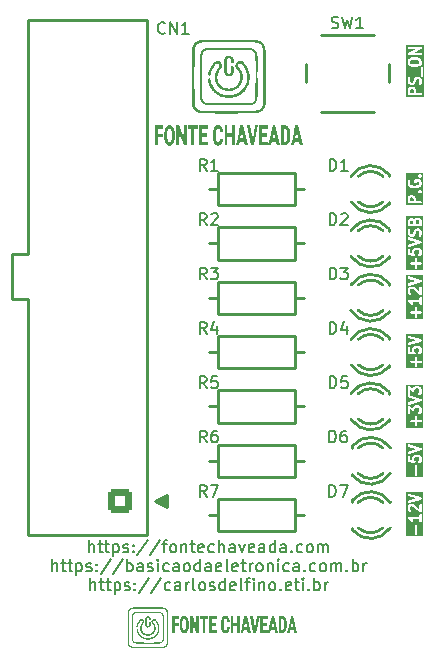
<source format=gto>
G04 #@! TF.GenerationSoftware,KiCad,Pcbnew,8.0.5*
G04 #@! TF.CreationDate,2024-11-12T19:42:50-03:00*
G04 #@! TF.ProjectId,Teste R_pido Fonte Chaveada,54657374-6520-452e-9170-69646f20466f,rev?*
G04 #@! TF.SameCoordinates,Original*
G04 #@! TF.FileFunction,Legend,Top*
G04 #@! TF.FilePolarity,Positive*
%FSLAX46Y46*%
G04 Gerber Fmt 4.6, Leading zero omitted, Abs format (unit mm)*
G04 Created by KiCad (PCBNEW 8.0.5) date 2024-11-12 19:42:50*
%MOMM*%
%LPD*%
G01*
G04 APERTURE LIST*
G04 Aperture macros list*
%AMRoundRect*
0 Rectangle with rounded corners*
0 $1 Rounding radius*
0 $2 $3 $4 $5 $6 $7 $8 $9 X,Y pos of 4 corners*
0 Add a 4 corners polygon primitive as box body*
4,1,4,$2,$3,$4,$5,$6,$7,$8,$9,$2,$3,0*
0 Add four circle primitives for the rounded corners*
1,1,$1+$1,$2,$3*
1,1,$1+$1,$4,$5*
1,1,$1+$1,$6,$7*
1,1,$1+$1,$8,$9*
0 Add four rect primitives between the rounded corners*
20,1,$1+$1,$2,$3,$4,$5,0*
20,1,$1+$1,$4,$5,$6,$7,0*
20,1,$1+$1,$6,$7,$8,$9,0*
20,1,$1+$1,$8,$9,$2,$3,0*%
G04 Aperture macros list end*
%ADD10C,0.000000*%
%ADD11C,0.200000*%
%ADD12C,0.250000*%
%ADD13C,0.254000*%
%ADD14R,1.800000X1.800000*%
%ADD15C,1.800000*%
%ADD16C,1.600000*%
%ADD17O,1.600000X1.600000*%
%ADD18RoundRect,0.315000X0.735000X0.735000X-0.735000X0.735000X-0.735000X-0.735000X0.735000X-0.735000X0*%
%ADD19C,2.100000*%
%ADD20C,2.000000*%
G04 APERTURE END LIST*
D10*
G36*
X112713888Y-59976446D02*
G01*
X112730062Y-59977651D01*
X112746021Y-59979661D01*
X112761763Y-59982475D01*
X112777287Y-59986094D01*
X112792592Y-59990517D01*
X112807677Y-59995746D01*
X112822541Y-60001780D01*
X112837182Y-60008621D01*
X112851599Y-60016267D01*
X112865791Y-60024720D01*
X112879756Y-60033979D01*
X112893494Y-60044046D01*
X112907004Y-60054920D01*
X112920284Y-60066602D01*
X112933332Y-60079091D01*
X112946086Y-60092290D01*
X112958481Y-60106175D01*
X112970519Y-60120744D01*
X112982200Y-60135997D01*
X112993524Y-60151933D01*
X113004491Y-60168550D01*
X113015102Y-60185847D01*
X113025357Y-60203822D01*
X113035256Y-60222475D01*
X113044800Y-60241805D01*
X113053988Y-60261810D01*
X113062822Y-60282489D01*
X113071301Y-60303840D01*
X113079426Y-60325863D01*
X113087197Y-60348557D01*
X113094615Y-60371920D01*
X113108060Y-60420339D01*
X113119741Y-60470501D01*
X113129655Y-60522406D01*
X113137801Y-60576052D01*
X113144174Y-60631442D01*
X113148774Y-60688573D01*
X113151598Y-60747447D01*
X113152643Y-60808064D01*
X113152643Y-60886142D01*
X113151763Y-60947505D01*
X113149120Y-61007113D01*
X113144715Y-61064940D01*
X113138549Y-61120976D01*
X113130621Y-61175212D01*
X113120932Y-61227637D01*
X113109480Y-61278243D01*
X113096267Y-61327019D01*
X113089031Y-61350682D01*
X113081419Y-61373657D01*
X113073431Y-61395944D01*
X113065068Y-61417541D01*
X113056331Y-61438448D01*
X113047222Y-61458666D01*
X113037740Y-61478192D01*
X113027887Y-61497027D01*
X113017664Y-61515170D01*
X113007071Y-61532620D01*
X112996110Y-61549376D01*
X112984782Y-61565439D01*
X112973086Y-61580807D01*
X112961026Y-61595480D01*
X112948600Y-61609457D01*
X112935810Y-61622738D01*
X112922723Y-61635264D01*
X112909404Y-61646978D01*
X112895854Y-61657880D01*
X112882073Y-61667970D01*
X112868062Y-61677250D01*
X112853823Y-61685719D01*
X112839354Y-61693379D01*
X112824657Y-61700231D01*
X112809733Y-61706273D01*
X112794582Y-61711509D01*
X112779205Y-61715937D01*
X112763602Y-61719559D01*
X112747774Y-61722374D01*
X112731722Y-61724385D01*
X112715445Y-61725591D01*
X112698946Y-61725993D01*
X112682451Y-61725601D01*
X112666189Y-61724425D01*
X112650160Y-61722466D01*
X112634364Y-61719723D01*
X112618801Y-61716198D01*
X112603473Y-61711890D01*
X112588378Y-61706800D01*
X112573518Y-61700928D01*
X112558893Y-61694274D01*
X112544502Y-61686839D01*
X112530348Y-61678623D01*
X112516428Y-61669626D01*
X112502745Y-61659848D01*
X112489298Y-61649290D01*
X112476087Y-61637953D01*
X112463114Y-61625836D01*
X112450438Y-61612995D01*
X112438119Y-61599486D01*
X112426156Y-61585308D01*
X112414549Y-61570460D01*
X112403296Y-61554941D01*
X112392397Y-61538752D01*
X112381851Y-61521891D01*
X112371657Y-61504358D01*
X112361813Y-61486152D01*
X112352320Y-61467273D01*
X112343175Y-61447720D01*
X112334379Y-61427492D01*
X112325930Y-61406589D01*
X112317827Y-61385010D01*
X112310070Y-61362755D01*
X112302657Y-61339822D01*
X112289182Y-61292556D01*
X112277408Y-61243535D01*
X112267334Y-61192767D01*
X112258955Y-61140259D01*
X112252271Y-61086018D01*
X112247278Y-61030051D01*
X112243974Y-60972366D01*
X112242357Y-60912971D01*
X112242357Y-60885712D01*
X112497807Y-60885712D01*
X112498601Y-60946423D01*
X112500982Y-61003560D01*
X112504951Y-61057111D01*
X112510507Y-61107063D01*
X112517651Y-61153404D01*
X112526383Y-61196122D01*
X112531344Y-61216119D01*
X112536702Y-61235206D01*
X112542456Y-61253381D01*
X112548608Y-61270643D01*
X112555113Y-61286956D01*
X112562006Y-61302210D01*
X112569286Y-61316407D01*
X112576954Y-61329546D01*
X112585011Y-61341628D01*
X112593457Y-61352656D01*
X112602292Y-61362628D01*
X112611515Y-61371547D01*
X112621129Y-61379414D01*
X112626082Y-61382953D01*
X112631133Y-61386228D01*
X112636281Y-61389242D01*
X112641526Y-61391992D01*
X112646869Y-61394480D01*
X112652310Y-61396706D01*
X112657849Y-61398669D01*
X112663485Y-61400371D01*
X112669220Y-61401810D01*
X112675052Y-61402987D01*
X112680982Y-61403903D01*
X112687009Y-61404556D01*
X112699359Y-61405079D01*
X112705259Y-61404949D01*
X112711074Y-61404559D01*
X112716803Y-61403909D01*
X112722446Y-61403000D01*
X112728003Y-61401831D01*
X112733475Y-61400402D01*
X112738861Y-61398714D01*
X112744161Y-61396767D01*
X112749376Y-61394562D01*
X112754505Y-61392097D01*
X112759549Y-61389374D01*
X112764507Y-61386392D01*
X112769379Y-61383152D01*
X112774166Y-61379654D01*
X112778868Y-61375897D01*
X112783485Y-61371883D01*
X112788016Y-61367611D01*
X112792462Y-61363082D01*
X112796823Y-61358295D01*
X112801098Y-61353251D01*
X112809394Y-61342391D01*
X112817349Y-61330504D01*
X112824964Y-61317591D01*
X112832240Y-61303653D01*
X112839176Y-61288691D01*
X112845773Y-61272707D01*
X112852002Y-61255726D01*
X112857835Y-61237848D01*
X112863271Y-61219071D01*
X112868311Y-61199394D01*
X112872956Y-61178816D01*
X112877205Y-61157335D01*
X112881059Y-61134949D01*
X112884519Y-61111657D01*
X112887584Y-61087458D01*
X112890255Y-61062350D01*
X112892532Y-61036331D01*
X112894415Y-61009401D01*
X112895905Y-60981556D01*
X112897002Y-60952797D01*
X112898019Y-60892527D01*
X112898019Y-60814260D01*
X112897606Y-60814260D01*
X112896802Y-60752607D01*
X112894389Y-60694802D01*
X112890364Y-60640840D01*
X112884725Y-60590715D01*
X112877470Y-60544425D01*
X112868595Y-60501962D01*
X112863550Y-60482165D01*
X112858099Y-60463324D01*
X112852242Y-60445436D01*
X112845979Y-60428503D01*
X112839305Y-60412560D01*
X112832290Y-60397644D01*
X112824934Y-60383754D01*
X112817236Y-60370891D01*
X112809194Y-60359055D01*
X112800807Y-60348247D01*
X112792075Y-60338467D01*
X112782994Y-60329715D01*
X112773566Y-60321992D01*
X112763788Y-60315297D01*
X112758767Y-60312336D01*
X112753658Y-60309632D01*
X112748462Y-60307185D01*
X112743177Y-60304996D01*
X112737804Y-60303064D01*
X112732342Y-60301389D01*
X112726792Y-60299972D01*
X112721153Y-60298813D01*
X112715425Y-60297911D01*
X112709609Y-60297267D01*
X112697707Y-60296751D01*
X112686091Y-60297204D01*
X112674823Y-60298562D01*
X112663904Y-60300824D01*
X112653332Y-60303993D01*
X112643110Y-60308066D01*
X112633235Y-60313044D01*
X112623708Y-60318928D01*
X112614529Y-60325717D01*
X112605698Y-60333412D01*
X112597215Y-60342012D01*
X112589080Y-60351518D01*
X112581292Y-60361929D01*
X112573852Y-60373245D01*
X112566759Y-60385467D01*
X112560014Y-60398595D01*
X112553616Y-60412628D01*
X112547565Y-60427567D01*
X112541862Y-60443412D01*
X112536505Y-60460163D01*
X112531496Y-60477819D01*
X112526834Y-60496381D01*
X112522518Y-60515849D01*
X112518550Y-60536223D01*
X112514928Y-60557503D01*
X112511653Y-60579689D01*
X112508724Y-60602781D01*
X112506142Y-60626779D01*
X112503906Y-60651684D01*
X112502017Y-60677494D01*
X112500474Y-60704210D01*
X112498427Y-60760362D01*
X112497807Y-60885712D01*
X112242357Y-60885712D01*
X112242357Y-60817151D01*
X112243229Y-60755498D01*
X112245848Y-60695686D01*
X112250220Y-60637712D01*
X112256348Y-60581577D01*
X112264238Y-60527282D01*
X112273895Y-60474825D01*
X112285323Y-60424208D01*
X112298527Y-60375431D01*
X112305724Y-60351915D01*
X112313299Y-60329073D01*
X112321252Y-60306904D01*
X112329584Y-60285409D01*
X112338294Y-60264588D01*
X112347384Y-60244441D01*
X112356852Y-60224969D01*
X112366700Y-60206171D01*
X112376929Y-60188049D01*
X112387537Y-60170602D01*
X112398526Y-60153831D01*
X112409896Y-60137737D01*
X112421647Y-60122318D01*
X112433780Y-60107576D01*
X112446294Y-60093512D01*
X112459190Y-60080124D01*
X112472391Y-60067521D01*
X112485820Y-60055731D01*
X112499475Y-60044754D01*
X112513356Y-60034590D01*
X112527464Y-60025239D01*
X112541798Y-60016701D01*
X112556358Y-60008976D01*
X112571143Y-60002064D01*
X112586153Y-59995966D01*
X112601388Y-59990681D01*
X112616847Y-59986208D01*
X112632531Y-59982549D01*
X112648438Y-59979703D01*
X112664569Y-59977670D01*
X112680923Y-59976451D01*
X112697500Y-59976044D01*
X112713888Y-59976446D01*
G37*
G36*
X112008789Y-100812588D02*
G01*
X112071860Y-100813969D01*
X112130311Y-100818384D01*
X112184314Y-100825746D01*
X112234043Y-100835970D01*
X112279667Y-100848968D01*
X112321360Y-100864654D01*
X112359294Y-100882942D01*
X112393639Y-100903744D01*
X112424570Y-100926976D01*
X112452256Y-100952549D01*
X112476871Y-100980378D01*
X112498587Y-101010375D01*
X112517575Y-101042456D01*
X112534007Y-101076532D01*
X112548056Y-101112517D01*
X112559893Y-101150326D01*
X112577621Y-101231066D01*
X112588566Y-101318060D01*
X112594105Y-101410616D01*
X112595613Y-101508042D01*
X112588863Y-101932600D01*
X112588883Y-101938220D01*
X112588928Y-101943839D01*
X112589775Y-102111450D01*
X112588392Y-102150357D01*
X112587307Y-102191619D01*
X112586504Y-102235074D01*
X112585964Y-102280560D01*
X112585782Y-102473502D01*
X112587912Y-102685294D01*
X112594490Y-103127903D01*
X112596630Y-103339956D01*
X112596463Y-103533331D01*
X112592837Y-103698647D01*
X112584595Y-103826522D01*
X112584563Y-103826538D01*
X112584530Y-103826554D01*
X112581850Y-103848216D01*
X112578335Y-103869492D01*
X112574000Y-103890369D01*
X112568859Y-103910832D01*
X112562929Y-103930867D01*
X112556225Y-103950459D01*
X112548762Y-103969595D01*
X112540555Y-103988258D01*
X112531619Y-104006436D01*
X112521971Y-104024114D01*
X112511624Y-104041277D01*
X112500596Y-104057910D01*
X112488900Y-104074001D01*
X112476551Y-104089534D01*
X112463567Y-104104494D01*
X112449961Y-104118868D01*
X112435749Y-104132641D01*
X112420946Y-104145798D01*
X112405568Y-104158326D01*
X112389629Y-104170209D01*
X112373146Y-104181434D01*
X112356133Y-104191986D01*
X112338606Y-104201851D01*
X112320579Y-104211014D01*
X112302069Y-104219460D01*
X112283091Y-104227177D01*
X112263660Y-104234148D01*
X112243791Y-104240360D01*
X112223499Y-104245798D01*
X112202800Y-104250448D01*
X112181709Y-104254295D01*
X112160241Y-104257326D01*
X112014335Y-104262897D01*
X111720715Y-104266363D01*
X110887331Y-104268272D01*
X109614933Y-104261040D01*
X109592517Y-104259641D01*
X109570413Y-104257372D01*
X109548643Y-104254252D01*
X109527226Y-104250296D01*
X109506181Y-104245523D01*
X109485529Y-104239949D01*
X109465289Y-104233591D01*
X109445480Y-104226467D01*
X109426123Y-104218593D01*
X109407238Y-104209987D01*
X109388843Y-104200665D01*
X109370959Y-104190646D01*
X109353605Y-104179945D01*
X109336801Y-104168581D01*
X109320567Y-104156569D01*
X109304922Y-104143928D01*
X109289887Y-104130674D01*
X109275481Y-104116825D01*
X109261723Y-104102397D01*
X109248634Y-104087408D01*
X109236232Y-104071875D01*
X109224539Y-104055814D01*
X109213573Y-104039244D01*
X109203354Y-104022181D01*
X109193902Y-104004641D01*
X109185236Y-103986643D01*
X109177377Y-103968204D01*
X109170344Y-103949340D01*
X109164157Y-103930068D01*
X109158836Y-103910406D01*
X109154399Y-103890371D01*
X109150868Y-103869980D01*
X109144170Y-103728558D01*
X109140533Y-103447512D01*
X109139807Y-102725262D01*
X109257310Y-102725262D01*
X109259941Y-103464321D01*
X109265600Y-103724682D01*
X109275281Y-103860501D01*
X109281324Y-103887055D01*
X109288582Y-103911870D01*
X109296999Y-103935004D01*
X109306520Y-103956515D01*
X109317089Y-103976462D01*
X109328653Y-103994905D01*
X109341155Y-104011902D01*
X109354540Y-104027511D01*
X109368754Y-104041793D01*
X109383741Y-104054804D01*
X109399447Y-104066606D01*
X109415815Y-104077255D01*
X109432791Y-104086811D01*
X109450319Y-104095333D01*
X109468345Y-104102880D01*
X109486814Y-104109510D01*
X109524858Y-104120256D01*
X109564010Y-104128042D01*
X109603830Y-104133338D01*
X109643875Y-104136614D01*
X109683705Y-104138342D01*
X109722880Y-104138992D01*
X109797497Y-104138940D01*
X111065313Y-104144368D01*
X111812942Y-104141611D01*
X112071266Y-104136059D01*
X112197770Y-104126658D01*
X112223583Y-104119492D01*
X112247687Y-104111229D01*
X112270140Y-104101918D01*
X112291001Y-104091609D01*
X112310328Y-104080353D01*
X112328179Y-104068201D01*
X112344613Y-104055202D01*
X112359688Y-104041406D01*
X112373462Y-104026865D01*
X112385993Y-104011628D01*
X112397341Y-103995745D01*
X112407562Y-103979268D01*
X112416717Y-103962245D01*
X112424862Y-103944727D01*
X112432056Y-103926765D01*
X112438359Y-103908409D01*
X112448519Y-103870716D01*
X112455810Y-103832049D01*
X112460698Y-103792812D01*
X112463649Y-103753405D01*
X112465131Y-103714231D01*
X112465610Y-103675692D01*
X112465426Y-103602129D01*
X112471128Y-102284599D01*
X112470932Y-101936575D01*
X112469442Y-101672341D01*
X112466416Y-101452421D01*
X112464225Y-101364309D01*
X112461527Y-101293552D01*
X112458281Y-101242244D01*
X112456441Y-101224537D01*
X112454448Y-101212476D01*
X112447660Y-101185771D01*
X112439808Y-101160834D01*
X112430936Y-101137605D01*
X112421093Y-101116024D01*
X112410323Y-101096030D01*
X112398674Y-101077562D01*
X112386192Y-101060562D01*
X112372923Y-101044967D01*
X112358913Y-101030718D01*
X112344208Y-101017755D01*
X112328856Y-101006017D01*
X112312902Y-100995443D01*
X112296393Y-100985974D01*
X112279375Y-100977548D01*
X112261894Y-100970107D01*
X112243997Y-100963588D01*
X112207140Y-100953080D01*
X112169174Y-100945540D01*
X112130469Y-100940485D01*
X112091397Y-100937434D01*
X112052327Y-100935903D01*
X112013632Y-100935409D01*
X111938844Y-100935600D01*
X110677532Y-100930982D01*
X109928782Y-100933026D01*
X109673697Y-100937436D01*
X109554828Y-100944982D01*
X109509041Y-100958323D01*
X109488030Y-100965755D01*
X109468228Y-100973712D01*
X109449599Y-100982205D01*
X109432108Y-100991249D01*
X109415722Y-101000855D01*
X109400405Y-101011036D01*
X109386123Y-101021805D01*
X109372840Y-101033175D01*
X109360523Y-101045157D01*
X109349135Y-101057766D01*
X109338643Y-101071013D01*
X109329011Y-101084911D01*
X109320205Y-101099473D01*
X109312191Y-101114711D01*
X109304932Y-101130638D01*
X109298395Y-101147267D01*
X109287347Y-101182681D01*
X109278767Y-101221054D01*
X109272378Y-101262487D01*
X109267901Y-101307082D01*
X109265058Y-101354939D01*
X109263571Y-101406160D01*
X109263162Y-101460846D01*
X109257310Y-102725262D01*
X109139807Y-102725262D01*
X109139726Y-102645521D01*
X109145004Y-101334739D01*
X109146039Y-101290023D01*
X109149421Y-101246508D01*
X109155233Y-101204313D01*
X109159076Y-101183750D01*
X109163559Y-101163563D01*
X109168692Y-101143768D01*
X109174484Y-101124379D01*
X109180947Y-101105413D01*
X109188092Y-101086884D01*
X109195928Y-101068807D01*
X109204466Y-101051199D01*
X109213717Y-101034074D01*
X109223691Y-101017447D01*
X109234398Y-101001334D01*
X109245850Y-100985750D01*
X109258056Y-100970710D01*
X109271028Y-100956230D01*
X109284775Y-100942325D01*
X109299309Y-100929010D01*
X109314639Y-100916300D01*
X109330776Y-100904211D01*
X109347731Y-100892758D01*
X109365514Y-100881957D01*
X109384136Y-100871821D01*
X109403608Y-100862368D01*
X109423938Y-100853612D01*
X109445140Y-100845568D01*
X109467221Y-100838251D01*
X109490194Y-100831678D01*
X109541964Y-100824481D01*
X109633487Y-100818708D01*
X109913796Y-100810897D01*
X110709446Y-100806483D01*
X112008789Y-100812588D01*
G37*
G36*
X114966592Y-102446314D02*
G01*
X114966592Y-101533755D01*
X115178411Y-101533755D01*
X115178411Y-103000032D01*
X114967179Y-103000032D01*
X114654728Y-102087473D01*
X114654728Y-103000032D01*
X114442258Y-103000032D01*
X114442258Y-101533755D01*
X114654728Y-101533755D01*
X114966592Y-102446314D01*
G37*
G36*
X112168014Y-60315956D02*
G01*
X111722990Y-60315956D01*
X111722990Y-60708527D01*
X112127332Y-60708527D01*
X112127332Y-61024484D01*
X112127126Y-61024692D01*
X111722783Y-61024692D01*
X111722783Y-61702037D01*
X111471876Y-61702037D01*
X111471876Y-59999999D01*
X112168014Y-59999999D01*
X112168014Y-60315956D01*
G37*
G36*
X121001271Y-101805939D02*
G01*
X120605292Y-101805939D01*
X120605292Y-102115262D01*
X120939472Y-102115262D01*
X120939472Y-102377217D01*
X120605292Y-102377217D01*
X120605292Y-102727783D01*
X121000000Y-102727783D01*
X121000000Y-103000000D01*
X120392627Y-103000000D01*
X120392627Y-101533722D01*
X121001271Y-101533722D01*
X121001271Y-101805939D01*
G37*
G36*
X121866952Y-103000032D02*
G01*
X121638584Y-103000032D01*
X121587144Y-102725730D01*
X121295967Y-102725730D01*
X121245113Y-103000032D01*
X121018016Y-103000032D01*
X121138554Y-102453513D01*
X121346788Y-102453513D01*
X121536291Y-102453513D01*
X121441229Y-101944458D01*
X121346788Y-102453513D01*
X121138554Y-102453513D01*
X121341413Y-101533755D01*
X121541047Y-101533755D01*
X121866952Y-103000032D01*
G37*
G36*
X118630252Y-103000032D02*
G01*
X118418858Y-103000032D01*
X118418858Y-102387511D01*
X118105984Y-102387511D01*
X118105984Y-103000032D01*
X117893318Y-103000032D01*
X117893318Y-101533755D01*
X118105984Y-101533755D01*
X118105984Y-102115294D01*
X118418858Y-102115294D01*
X118418858Y-101533754D01*
X118630252Y-101533754D01*
X118630252Y-103000032D01*
G37*
G36*
X120032060Y-103000032D02*
G01*
X119799522Y-103000032D01*
X119505249Y-101533755D01*
X119740850Y-101533755D01*
X119915889Y-102601317D01*
X120091352Y-101533754D01*
X120328775Y-101533754D01*
X120032060Y-103000032D01*
G37*
G36*
X115105794Y-60315957D02*
G01*
X114793554Y-60315957D01*
X114793554Y-61702037D01*
X114542647Y-61702037D01*
X114542647Y-60315957D01*
X114236190Y-60315957D01*
X114236190Y-60000000D01*
X115105794Y-60000000D01*
X115105794Y-60315957D01*
G37*
G36*
X121022241Y-60315956D02*
G01*
X120554914Y-60315956D01*
X120554914Y-60675074D01*
X120949344Y-60675074D01*
X120949344Y-60979054D01*
X120554914Y-60979054D01*
X120554914Y-61386080D01*
X121020796Y-61386080D01*
X121020796Y-61702037D01*
X120304007Y-61702037D01*
X120304007Y-59999999D01*
X121022241Y-59999999D01*
X121022241Y-60315956D01*
G37*
G36*
X122043629Y-61702037D02*
G01*
X121774136Y-61702037D01*
X121713424Y-61383603D01*
X121370001Y-61383603D01*
X121309907Y-61702037D01*
X121041859Y-61702037D01*
X121184101Y-61067645D01*
X121429889Y-61067645D01*
X121653536Y-61067645D01*
X121541403Y-60476826D01*
X121429889Y-61067645D01*
X121184101Y-61067645D01*
X121423486Y-60000000D01*
X121659112Y-60000000D01*
X122043629Y-61702037D01*
G37*
G36*
X115987472Y-101805972D02*
G01*
X115722976Y-101805972D01*
X115722976Y-103000032D01*
X115510310Y-103000032D01*
X115510310Y-101805972D01*
X115250537Y-101805972D01*
X115250537Y-101533755D01*
X115987472Y-101533755D01*
X115987472Y-101805972D01*
G37*
G36*
X119330531Y-53449159D02*
G01*
X119419501Y-53451101D01*
X119501955Y-53457312D01*
X119578134Y-53467669D01*
X119648282Y-53482051D01*
X119712642Y-53500336D01*
X119771455Y-53522403D01*
X119824965Y-53548129D01*
X119873415Y-53577394D01*
X119917046Y-53610075D01*
X119956101Y-53646051D01*
X119990823Y-53685200D01*
X120021455Y-53727400D01*
X120048239Y-53772530D01*
X120071418Y-53820468D01*
X120091234Y-53871093D01*
X120107930Y-53924282D01*
X120132933Y-54037868D01*
X120148367Y-54160252D01*
X120156173Y-54290461D01*
X120158292Y-54427522D01*
X120148715Y-55024814D01*
X120148715Y-55040715D01*
X120149954Y-55276546D01*
X120148011Y-55331258D01*
X120146494Y-55389300D01*
X120145365Y-55450439D01*
X120144585Y-55514444D01*
X120144352Y-55785879D01*
X120147372Y-56083840D01*
X120156665Y-56706536D01*
X120159685Y-57004867D01*
X120159453Y-57276920D01*
X120154342Y-57509493D01*
X120142726Y-57689384D01*
X120142520Y-57689177D01*
X120138748Y-57719656D01*
X120133796Y-57749592D01*
X120127685Y-57778966D01*
X120120439Y-57807756D01*
X120112077Y-57835942D01*
X120102622Y-57863506D01*
X120092096Y-57890425D01*
X120080519Y-57916681D01*
X120067915Y-57942253D01*
X120054304Y-57967120D01*
X120039708Y-57991264D01*
X120024149Y-58014663D01*
X120007648Y-58037297D01*
X119990228Y-58059147D01*
X119971909Y-58080192D01*
X119952714Y-58100412D01*
X119932663Y-58119786D01*
X119911780Y-58138295D01*
X119890085Y-58155919D01*
X119867601Y-58172637D01*
X119844348Y-58188430D01*
X119820348Y-58203276D01*
X119795624Y-58217156D01*
X119770196Y-58230050D01*
X119744087Y-58241938D01*
X119717318Y-58252799D01*
X119689911Y-58262613D01*
X119661887Y-58271360D01*
X119633269Y-58279020D01*
X119604077Y-58285574D01*
X119574334Y-58290999D01*
X119544061Y-58295278D01*
X119338291Y-58303097D01*
X118924185Y-58307962D01*
X117748810Y-58310637D01*
X115954335Y-58300440D01*
X115922719Y-58298466D01*
X115891546Y-58295269D01*
X115860843Y-58290874D01*
X115830639Y-58285305D01*
X115800961Y-58278586D01*
X115771836Y-58270741D01*
X115743294Y-58261794D01*
X115715360Y-58251769D01*
X115688064Y-58240690D01*
X115661432Y-58228581D01*
X115635493Y-58215466D01*
X115610274Y-58201370D01*
X115585804Y-58186315D01*
X115562109Y-58170327D01*
X115539218Y-58153430D01*
X115517158Y-58135647D01*
X115495957Y-58117002D01*
X115475643Y-58097520D01*
X115456244Y-58077225D01*
X115437787Y-58056140D01*
X115420300Y-58034290D01*
X115403811Y-58011698D01*
X115388348Y-57988389D01*
X115373938Y-57964387D01*
X115360609Y-57939716D01*
X115348390Y-57914400D01*
X115337306Y-57888463D01*
X115327388Y-57861929D01*
X115318661Y-57834822D01*
X115311154Y-57807166D01*
X115304895Y-57778985D01*
X115299912Y-57750304D01*
X115290460Y-57551347D01*
X115285321Y-57155968D01*
X115284280Y-56140008D01*
X115450275Y-56140008D01*
X115454008Y-57179736D01*
X115461996Y-57546016D01*
X115475649Y-57737087D01*
X115484160Y-57774458D01*
X115494383Y-57809379D01*
X115506242Y-57841934D01*
X115519658Y-57872204D01*
X115534554Y-57900273D01*
X115550852Y-57926224D01*
X115568475Y-57950140D01*
X115587344Y-57972103D01*
X115607382Y-57992196D01*
X115628511Y-58010502D01*
X115650654Y-58027104D01*
X115673732Y-58042085D01*
X115697668Y-58055528D01*
X115722385Y-58067515D01*
X115747803Y-58078129D01*
X115773847Y-58087453D01*
X115827496Y-58102564D01*
X115882712Y-58113510D01*
X115938871Y-58120953D01*
X115995352Y-58125557D01*
X116051533Y-58127984D01*
X116106792Y-58128897D01*
X116212056Y-58128832D01*
X116212056Y-58128729D01*
X116212056Y-58128626D01*
X118000000Y-58136216D01*
X119054390Y-58132344D01*
X119418714Y-58124527D01*
X119597132Y-58111280D01*
X119633535Y-58101210D01*
X119667528Y-58089594D01*
X119699193Y-58076503D01*
X119728613Y-58062008D01*
X119755868Y-58046180D01*
X119781043Y-58029089D01*
X119804219Y-58010806D01*
X119825478Y-57991402D01*
X119844902Y-57970948D01*
X119862575Y-57949514D01*
X119878578Y-57927171D01*
X119892993Y-57903991D01*
X119905903Y-57880043D01*
X119917390Y-57855399D01*
X119927536Y-57830130D01*
X119936424Y-57804306D01*
X119950754Y-57751276D01*
X119961037Y-57696876D01*
X119967933Y-57641673D01*
X119972099Y-57586233D01*
X119974193Y-57531122D01*
X119974874Y-57476907D01*
X119974628Y-57373427D01*
X119982682Y-55520020D01*
X119982475Y-55030389D01*
X119980429Y-54658643D01*
X119976177Y-54349275D01*
X119973090Y-54225328D01*
X119969291Y-54125789D01*
X119964728Y-54053596D01*
X119962143Y-54028672D01*
X119959347Y-54011687D01*
X119949765Y-53974122D01*
X119938682Y-53939046D01*
X119926163Y-53906371D01*
X119912273Y-53876015D01*
X119897077Y-53847891D01*
X119880641Y-53821915D01*
X119863030Y-53798003D01*
X119844309Y-53776068D01*
X119824544Y-53756026D01*
X119803800Y-53737792D01*
X119782143Y-53721281D01*
X119759638Y-53706409D01*
X119736349Y-53693090D01*
X119712343Y-53681240D01*
X119687685Y-53670773D01*
X119662440Y-53661604D01*
X119610451Y-53646823D01*
X119556898Y-53636217D01*
X119502305Y-53629107D01*
X119447194Y-53624814D01*
X119392088Y-53622657D01*
X119337510Y-53621957D01*
X119232026Y-53622213D01*
X117453220Y-53615656D01*
X116397242Y-53618554D01*
X116037497Y-53624782D01*
X115869872Y-53635429D01*
X115805287Y-53654206D01*
X115775650Y-53664664D01*
X115747719Y-53675860D01*
X115721443Y-53687810D01*
X115696775Y-53700534D01*
X115673664Y-53714048D01*
X115652062Y-53728371D01*
X115631919Y-53743520D01*
X115613187Y-53759513D01*
X115595816Y-53776369D01*
X115579758Y-53794105D01*
X115564962Y-53812738D01*
X115551381Y-53832287D01*
X115538964Y-53852770D01*
X115527663Y-53874204D01*
X115517429Y-53896607D01*
X115508212Y-53919997D01*
X115492635Y-53969811D01*
X115480538Y-54023786D01*
X115471529Y-54082067D01*
X115465214Y-54144796D01*
X115461201Y-54212115D01*
X115459097Y-54284168D01*
X115458509Y-54361098D01*
X115450275Y-56140008D01*
X115284280Y-56140008D01*
X115284165Y-56027719D01*
X115291651Y-54183707D01*
X115293113Y-54120799D01*
X115297888Y-54059577D01*
X115306093Y-54000215D01*
X115311518Y-53971285D01*
X115317846Y-53942884D01*
X115325090Y-53915034D01*
X115333265Y-53887756D01*
X115342387Y-53861072D01*
X115352469Y-53835004D01*
X115363527Y-53809573D01*
X115375575Y-53784799D01*
X115388628Y-53760706D01*
X115402701Y-53737315D01*
X115417809Y-53714646D01*
X115433965Y-53692722D01*
X115451186Y-53671564D01*
X115469486Y-53651193D01*
X115488879Y-53631632D01*
X115509381Y-53612901D01*
X115531005Y-53595022D01*
X115553768Y-53578017D01*
X115577683Y-53561906D01*
X115602765Y-53546713D01*
X115629029Y-53532457D01*
X115656490Y-53519162D01*
X115685163Y-53506847D01*
X115715061Y-53495535D01*
X115746201Y-53485247D01*
X115778597Y-53476005D01*
X115851579Y-53465880D01*
X115980633Y-53457759D01*
X116375927Y-53446778D01*
X117498033Y-53440589D01*
X119330531Y-53449159D01*
G37*
G36*
X119556071Y-103000032D02*
G01*
X119327702Y-103000032D01*
X119276230Y-102725730D01*
X118985086Y-102725730D01*
X118934233Y-103000032D01*
X118707135Y-103000032D01*
X118827673Y-102453513D01*
X119035939Y-102453513D01*
X119225409Y-102453513D01*
X119130381Y-101944458D01*
X119035939Y-102453513D01*
X118827673Y-102453513D01*
X119030531Y-101533755D01*
X119230167Y-101533755D01*
X119556071Y-103000032D01*
G37*
G36*
X119316901Y-61702037D02*
G01*
X119047408Y-61702037D01*
X118986695Y-61383603D01*
X118643065Y-61383603D01*
X118582971Y-61702037D01*
X118314924Y-61702037D01*
X118457166Y-61067645D01*
X118703159Y-61067645D01*
X118926807Y-61067645D01*
X118814673Y-60476826D01*
X118703159Y-61067645D01*
X118457166Y-61067645D01*
X118696551Y-60000000D01*
X118932176Y-60000000D01*
X119316901Y-61702037D01*
G37*
G36*
X113901234Y-61059384D02*
G01*
X113901234Y-59999999D01*
X114151315Y-59999999D01*
X114151315Y-61702036D01*
X114151109Y-61702037D01*
X113901854Y-61702037D01*
X113533237Y-60642652D01*
X113533237Y-61702037D01*
X113282537Y-61702037D01*
X113282537Y-59999999D01*
X113533237Y-59999999D01*
X113901234Y-61059384D01*
G37*
G36*
X117768326Y-54102527D02*
G01*
X117799896Y-54106783D01*
X117830396Y-54113485D01*
X117859775Y-54122517D01*
X117887980Y-54133765D01*
X117914958Y-54147113D01*
X117940656Y-54162447D01*
X117965023Y-54179650D01*
X117988004Y-54198609D01*
X118009549Y-54219208D01*
X118029604Y-54241332D01*
X118048117Y-54264865D01*
X118065035Y-54289694D01*
X118080306Y-54315702D01*
X118093876Y-54342774D01*
X118105695Y-54370796D01*
X118115708Y-54399652D01*
X118123864Y-54429227D01*
X118130109Y-54459407D01*
X118134392Y-54490075D01*
X118136660Y-54521117D01*
X118136859Y-54552418D01*
X118134939Y-54583863D01*
X118130845Y-54615337D01*
X118124526Y-54646723D01*
X118115929Y-54677909D01*
X118105001Y-54708777D01*
X118091690Y-54739214D01*
X118062855Y-54742301D01*
X118037213Y-54743786D01*
X118014581Y-54743735D01*
X117994779Y-54742212D01*
X117977624Y-54739286D01*
X117962934Y-54735020D01*
X117950528Y-54729483D01*
X117940223Y-54722738D01*
X117931838Y-54714854D01*
X117925191Y-54705895D01*
X117920099Y-54695927D01*
X117916382Y-54685018D01*
X117913857Y-54673232D01*
X117912342Y-54660635D01*
X117911615Y-54633275D01*
X117914283Y-54571737D01*
X117914767Y-54538614D01*
X117912745Y-54504628D01*
X117910339Y-54487475D01*
X117906761Y-54470304D01*
X117901828Y-54453181D01*
X117895360Y-54436173D01*
X117887174Y-54419344D01*
X117877088Y-54402761D01*
X117864920Y-54386490D01*
X117850489Y-54370598D01*
X117838660Y-54359527D01*
X117826548Y-54349691D01*
X117814195Y-54341070D01*
X117801642Y-54333648D01*
X117788932Y-54327404D01*
X117776106Y-54322321D01*
X117763205Y-54318382D01*
X117750271Y-54315566D01*
X117737347Y-54313857D01*
X117724472Y-54313236D01*
X117711690Y-54313685D01*
X117699041Y-54315185D01*
X117686568Y-54317719D01*
X117674311Y-54321267D01*
X117662313Y-54325812D01*
X117650615Y-54331335D01*
X117639259Y-54337819D01*
X117628287Y-54345244D01*
X117617740Y-54353593D01*
X117607659Y-54362847D01*
X117598087Y-54372989D01*
X117589064Y-54383999D01*
X117580634Y-54395860D01*
X117572836Y-54408553D01*
X117565714Y-54422060D01*
X117559308Y-54436363D01*
X117553660Y-54451443D01*
X117548812Y-54467283D01*
X117544805Y-54483864D01*
X117541681Y-54501167D01*
X117539482Y-54519175D01*
X117538249Y-54537869D01*
X117536108Y-54611719D01*
X117535216Y-54687064D01*
X117535977Y-54840403D01*
X117538133Y-54994206D01*
X117539282Y-55144795D01*
X117538766Y-55195755D01*
X117537540Y-55240744D01*
X117534406Y-55315513D01*
X117533226Y-55346642D01*
X117532788Y-55374503D01*
X117533455Y-55399769D01*
X117534316Y-55411640D01*
X117535591Y-55423116D01*
X117537323Y-55434281D01*
X117539558Y-55445219D01*
X117542343Y-55456015D01*
X117545721Y-55466754D01*
X117549739Y-55477519D01*
X117554443Y-55488395D01*
X117559876Y-55499466D01*
X117566086Y-55510817D01*
X117573117Y-55522533D01*
X117581014Y-55534697D01*
X117589824Y-55547394D01*
X117599591Y-55560708D01*
X117622180Y-55589527D01*
X117649144Y-55621828D01*
X117697253Y-55621231D01*
X117739414Y-55616531D01*
X117776001Y-55608016D01*
X117807389Y-55595974D01*
X117833952Y-55580690D01*
X117856064Y-55562451D01*
X117874100Y-55541545D01*
X117888435Y-55518258D01*
X117899442Y-55492877D01*
X117907495Y-55465690D01*
X117912970Y-55436981D01*
X117916241Y-55407040D01*
X117917681Y-55376152D01*
X117917666Y-55344604D01*
X117914765Y-55280677D01*
X117910532Y-55217554D01*
X117907964Y-55157528D01*
X117908240Y-55129395D01*
X117910055Y-55102896D01*
X117913782Y-55078319D01*
X117919798Y-55055952D01*
X117928476Y-55036079D01*
X117940190Y-55018990D01*
X117955314Y-55004969D01*
X117974224Y-54994305D01*
X117997293Y-54987284D01*
X118024896Y-54984192D01*
X118057407Y-54985318D01*
X118095201Y-54990947D01*
X118107122Y-55023584D01*
X118118708Y-55066379D01*
X118129119Y-55117741D01*
X118137515Y-55176074D01*
X118143059Y-55239788D01*
X118144910Y-55307288D01*
X118142230Y-55376982D01*
X118138928Y-55412154D01*
X118134179Y-55447277D01*
X118127877Y-55482152D01*
X118119918Y-55516580D01*
X118110197Y-55550361D01*
X118098609Y-55583297D01*
X118085049Y-55615189D01*
X118069411Y-55645837D01*
X118051592Y-55675042D01*
X118031487Y-55702605D01*
X118008989Y-55728327D01*
X117983996Y-55752009D01*
X117956401Y-55773452D01*
X117926099Y-55792456D01*
X117892987Y-55808823D01*
X117856958Y-55822353D01*
X117817909Y-55832847D01*
X117775733Y-55840107D01*
X117728511Y-55844447D01*
X117684575Y-55845125D01*
X117643807Y-55842328D01*
X117606090Y-55836245D01*
X117571307Y-55827063D01*
X117539340Y-55814970D01*
X117510074Y-55800155D01*
X117483389Y-55782804D01*
X117459171Y-55763106D01*
X117437300Y-55741250D01*
X117417661Y-55717421D01*
X117400135Y-55691810D01*
X117384607Y-55664602D01*
X117370958Y-55635987D01*
X117359071Y-55606153D01*
X117348830Y-55575286D01*
X117332816Y-55511209D01*
X117321977Y-55445259D01*
X117315377Y-55378940D01*
X117312078Y-55313754D01*
X117311637Y-55192795D01*
X117313156Y-55094407D01*
X117313362Y-55093994D01*
X117310730Y-54942549D01*
X117306747Y-54789915D01*
X117306157Y-54714675D01*
X117307518Y-54640964D01*
X117311593Y-54569392D01*
X117319144Y-54500568D01*
X117324463Y-54467377D01*
X117330936Y-54435101D01*
X117338660Y-54403816D01*
X117347730Y-54373599D01*
X117358242Y-54344525D01*
X117370291Y-54316671D01*
X117383971Y-54290113D01*
X117399379Y-54264927D01*
X117416610Y-54241189D01*
X117435759Y-54218975D01*
X117456922Y-54198361D01*
X117480194Y-54179424D01*
X117505670Y-54162240D01*
X117533446Y-54146884D01*
X117563617Y-54133432D01*
X117596278Y-54121962D01*
X117632406Y-54112263D01*
X117667727Y-54105585D01*
X117702189Y-54101813D01*
X117735739Y-54100832D01*
X117768326Y-54102527D01*
G37*
G36*
X116837469Y-54540645D02*
G01*
X116879149Y-54550154D01*
X116918586Y-54564573D01*
X116955588Y-54583532D01*
X116989961Y-54606665D01*
X117021514Y-54633601D01*
X117050054Y-54663974D01*
X117075388Y-54697414D01*
X117097325Y-54733553D01*
X117115672Y-54772022D01*
X117130236Y-54812454D01*
X117140825Y-54854480D01*
X117147248Y-54897731D01*
X117149310Y-54941840D01*
X117146821Y-54986437D01*
X117139587Y-55031154D01*
X117127416Y-55075623D01*
X117110116Y-55119475D01*
X117087494Y-55162342D01*
X117059358Y-55203856D01*
X117049455Y-55216436D01*
X117040138Y-55227527D01*
X117031329Y-55237351D01*
X117022952Y-55246129D01*
X117014929Y-55254080D01*
X117007184Y-55261424D01*
X116992218Y-55275179D01*
X116984842Y-55282029D01*
X116977435Y-55289155D01*
X116969920Y-55296779D01*
X116962219Y-55305119D01*
X116954256Y-55314397D01*
X116945953Y-55324834D01*
X116937233Y-55336649D01*
X116928019Y-55350063D01*
X116882897Y-55424018D01*
X116844749Y-55498985D01*
X116813391Y-55574682D01*
X116788638Y-55650830D01*
X116770304Y-55727148D01*
X116758205Y-55803355D01*
X116752156Y-55879171D01*
X116751972Y-55954315D01*
X116757467Y-56028506D01*
X116768457Y-56101464D01*
X116784757Y-56172909D01*
X116806182Y-56242558D01*
X116832546Y-56310133D01*
X116863666Y-56375352D01*
X116899355Y-56437935D01*
X116939429Y-56497602D01*
X116983704Y-56554070D01*
X117031993Y-56607061D01*
X117084112Y-56656293D01*
X117139876Y-56701486D01*
X117199100Y-56742358D01*
X117261599Y-56778631D01*
X117327188Y-56810022D01*
X117395683Y-56836252D01*
X117466897Y-56857039D01*
X117540646Y-56872103D01*
X117616746Y-56881164D01*
X117695011Y-56883941D01*
X117775256Y-56880153D01*
X117857296Y-56869520D01*
X117940946Y-56851760D01*
X118026022Y-56826594D01*
X118073394Y-56809099D01*
X118119729Y-56789004D01*
X118164930Y-56766399D01*
X118208901Y-56741373D01*
X118251544Y-56714014D01*
X118292763Y-56684412D01*
X118332461Y-56652656D01*
X118370541Y-56618835D01*
X118406907Y-56583037D01*
X118441461Y-56545354D01*
X118474108Y-56505872D01*
X118504749Y-56464681D01*
X118533288Y-56421871D01*
X118559629Y-56377531D01*
X118583675Y-56331749D01*
X118605328Y-56284615D01*
X118624492Y-56236217D01*
X118641071Y-56186645D01*
X118654967Y-56135989D01*
X118666083Y-56084336D01*
X118674324Y-56031776D01*
X118679591Y-55978399D01*
X118681789Y-55924293D01*
X118680820Y-55869547D01*
X118676587Y-55814251D01*
X118668995Y-55758493D01*
X118657945Y-55702362D01*
X118643342Y-55645949D01*
X118625088Y-55589341D01*
X118603086Y-55532628D01*
X118577241Y-55475900D01*
X118547454Y-55419244D01*
X118525360Y-55383972D01*
X118498997Y-55347652D01*
X118438350Y-55271581D01*
X118406507Y-55231688D01*
X118375278Y-55190462D01*
X118345885Y-55147831D01*
X118319547Y-55103726D01*
X118307905Y-55081097D01*
X118297485Y-55058073D01*
X118288439Y-55034645D01*
X118280920Y-55010804D01*
X118275080Y-54986540D01*
X118271072Y-54961846D01*
X118269048Y-54936711D01*
X118269162Y-54911128D01*
X118271565Y-54885087D01*
X118276411Y-54858579D01*
X118283851Y-54831596D01*
X118294039Y-54804129D01*
X118307126Y-54776169D01*
X118323266Y-54747706D01*
X118342611Y-54718732D01*
X118365314Y-54689239D01*
X118381401Y-54670459D01*
X118398279Y-54652454D01*
X118416028Y-54635339D01*
X118434733Y-54619229D01*
X118454476Y-54604241D01*
X118475340Y-54590491D01*
X118497408Y-54578094D01*
X118520763Y-54567167D01*
X118545487Y-54557824D01*
X118571664Y-54550183D01*
X118599377Y-54544358D01*
X118628708Y-54540466D01*
X118659740Y-54538622D01*
X118692557Y-54538943D01*
X118727240Y-54541544D01*
X118763874Y-54546542D01*
X118779098Y-54549397D01*
X118793805Y-54552797D01*
X118808012Y-54556718D01*
X118821736Y-54561136D01*
X118834994Y-54566026D01*
X118847802Y-54571366D01*
X118860177Y-54577131D01*
X118872135Y-54583297D01*
X118883695Y-54589840D01*
X118894872Y-54596737D01*
X118905683Y-54603962D01*
X118916146Y-54611494D01*
X118936091Y-54627377D01*
X118954842Y-54644194D01*
X118972533Y-54661755D01*
X118989298Y-54679866D01*
X119005272Y-54698338D01*
X119020589Y-54716979D01*
X119077972Y-54789395D01*
X119173924Y-54915806D01*
X119256494Y-55045060D01*
X119326040Y-55176629D01*
X119382922Y-55309988D01*
X119427498Y-55444611D01*
X119460129Y-55579970D01*
X119481174Y-55715540D01*
X119490991Y-55850793D01*
X119489940Y-55985205D01*
X119478381Y-56118249D01*
X119456672Y-56249397D01*
X119425173Y-56378124D01*
X119384243Y-56503904D01*
X119334241Y-56626209D01*
X119275527Y-56744515D01*
X119208460Y-56858293D01*
X119133398Y-56967019D01*
X119050702Y-57070166D01*
X118960731Y-57167206D01*
X118863844Y-57257615D01*
X118760399Y-57340865D01*
X118650757Y-57416431D01*
X118535277Y-57483785D01*
X118414318Y-57542402D01*
X118288238Y-57591755D01*
X118157399Y-57631318D01*
X118022157Y-57660565D01*
X117882874Y-57678968D01*
X117739908Y-57686003D01*
X117593618Y-57681141D01*
X117444365Y-57663858D01*
X117292506Y-57633627D01*
X117219704Y-57614015D01*
X117146791Y-57590341D01*
X117074086Y-57562838D01*
X117001907Y-57531741D01*
X116930574Y-57497285D01*
X116860406Y-57459705D01*
X116791722Y-57419236D01*
X116724841Y-57376112D01*
X116660083Y-57330567D01*
X116597766Y-57282838D01*
X116538210Y-57233158D01*
X116481733Y-57181762D01*
X116428656Y-57128885D01*
X116379296Y-57074762D01*
X116333974Y-57019627D01*
X116293008Y-56963715D01*
X116293214Y-56963922D01*
X116238559Y-56881915D01*
X116189807Y-56803596D01*
X116146702Y-56728972D01*
X116108985Y-56658050D01*
X116076399Y-56590838D01*
X116048687Y-56527343D01*
X116025591Y-56467571D01*
X116006852Y-56411530D01*
X115992215Y-56359227D01*
X115981421Y-56310669D01*
X115974212Y-56265863D01*
X115970331Y-56224817D01*
X115969521Y-56187538D01*
X115971523Y-56154032D01*
X115976081Y-56124307D01*
X115982936Y-56098370D01*
X115991832Y-56076229D01*
X116002510Y-56057889D01*
X116014712Y-56043359D01*
X116028182Y-56032646D01*
X116042662Y-56025757D01*
X116057894Y-56022698D01*
X116073621Y-56023478D01*
X116089585Y-56028103D01*
X116105528Y-56036580D01*
X116121193Y-56048916D01*
X116136322Y-56065120D01*
X116150658Y-56085197D01*
X116163943Y-56109155D01*
X116175919Y-56137001D01*
X116186330Y-56168742D01*
X116194917Y-56204386D01*
X116215349Y-56293641D01*
X116239958Y-56380043D01*
X116268594Y-56463541D01*
X116301108Y-56544081D01*
X116337352Y-56621613D01*
X116377177Y-56696082D01*
X116420434Y-56767437D01*
X116466974Y-56835626D01*
X116516650Y-56900595D01*
X116569311Y-56962294D01*
X116624810Y-57020669D01*
X116682998Y-57075667D01*
X116743726Y-57127238D01*
X116806844Y-57175327D01*
X116872206Y-57219884D01*
X116939661Y-57260854D01*
X117009061Y-57298187D01*
X117080258Y-57331830D01*
X117153102Y-57361730D01*
X117227445Y-57387835D01*
X117303139Y-57410093D01*
X117380034Y-57428451D01*
X117457981Y-57442857D01*
X117536833Y-57453258D01*
X117616440Y-57459603D01*
X117696654Y-57461838D01*
X117777326Y-57459912D01*
X117858307Y-57453772D01*
X117939448Y-57443365D01*
X118020601Y-57428640D01*
X118101617Y-57409544D01*
X118182348Y-57386024D01*
X118249849Y-57363493D01*
X118311056Y-57341092D01*
X118366595Y-57318655D01*
X118417092Y-57296019D01*
X118463174Y-57273017D01*
X118505467Y-57249484D01*
X118544597Y-57225256D01*
X118581192Y-57200167D01*
X118615877Y-57174052D01*
X118649279Y-57146745D01*
X118682025Y-57118082D01*
X118714741Y-57087898D01*
X118857835Y-56948640D01*
X118937311Y-56864776D01*
X119007033Y-56777355D01*
X119067408Y-56686840D01*
X119118839Y-56593692D01*
X119161731Y-56498373D01*
X119196489Y-56401344D01*
X119223519Y-56303069D01*
X119243224Y-56204009D01*
X119256009Y-56104625D01*
X119262280Y-56005379D01*
X119262441Y-55906734D01*
X119256898Y-55809151D01*
X119246054Y-55713093D01*
X119230314Y-55619020D01*
X119210085Y-55527396D01*
X119185769Y-55438681D01*
X119157773Y-55353338D01*
X119126501Y-55271828D01*
X119092357Y-55194614D01*
X119055748Y-55122157D01*
X119017076Y-55054920D01*
X118976748Y-54993363D01*
X118935168Y-54937950D01*
X118892741Y-54889141D01*
X118849872Y-54847399D01*
X118806965Y-54813186D01*
X118764426Y-54786963D01*
X118722658Y-54769193D01*
X118682068Y-54760337D01*
X118643060Y-54760857D01*
X118606038Y-54771215D01*
X118571408Y-54791873D01*
X118550855Y-54809114D01*
X118533696Y-54826141D01*
X118519778Y-54843004D01*
X118508944Y-54859756D01*
X118501041Y-54876447D01*
X118495913Y-54893129D01*
X118493404Y-54909853D01*
X118493361Y-54926671D01*
X118495628Y-54943634D01*
X118500049Y-54960794D01*
X118506470Y-54978202D01*
X118514736Y-54995909D01*
X118524692Y-55013967D01*
X118536183Y-55032428D01*
X118563148Y-55070762D01*
X118628674Y-55154520D01*
X118664754Y-55200767D01*
X118701392Y-55250475D01*
X118737348Y-55304055D01*
X118754682Y-55332425D01*
X118771380Y-55361918D01*
X118787288Y-55392585D01*
X118802250Y-55424476D01*
X118816112Y-55457645D01*
X118828717Y-55492141D01*
X118848636Y-55555887D01*
X118865128Y-55619187D01*
X118878287Y-55681976D01*
X118888206Y-55744186D01*
X118894980Y-55805751D01*
X118898702Y-55866604D01*
X118899467Y-55926678D01*
X118897368Y-55985907D01*
X118892499Y-56044225D01*
X118884955Y-56101564D01*
X118874829Y-56157858D01*
X118862215Y-56213041D01*
X118847207Y-56267045D01*
X118829898Y-56319805D01*
X118810384Y-56371253D01*
X118788758Y-56421323D01*
X118765113Y-56469948D01*
X118739544Y-56517062D01*
X118712144Y-56562597D01*
X118683008Y-56606488D01*
X118652229Y-56648668D01*
X118619902Y-56689070D01*
X118586120Y-56727628D01*
X118550977Y-56764274D01*
X118514567Y-56798943D01*
X118476984Y-56831567D01*
X118438322Y-56862080D01*
X118398676Y-56890416D01*
X118358137Y-56916507D01*
X118316802Y-56940287D01*
X118274764Y-56961690D01*
X118232116Y-56980649D01*
X118176418Y-57002440D01*
X118120571Y-57021928D01*
X118064639Y-57039109D01*
X118008682Y-57053980D01*
X117952765Y-57066539D01*
X117896951Y-57076781D01*
X117841301Y-57084704D01*
X117785878Y-57090305D01*
X117730746Y-57093580D01*
X117675968Y-57094526D01*
X117621605Y-57093140D01*
X117567721Y-57089419D01*
X117514378Y-57083360D01*
X117461640Y-57074959D01*
X117409568Y-57064213D01*
X117358227Y-57051120D01*
X117307678Y-57035675D01*
X117257984Y-57017877D01*
X117209208Y-56997721D01*
X117161413Y-56975204D01*
X117114662Y-56950324D01*
X117069017Y-56923076D01*
X117024542Y-56893459D01*
X116981298Y-56861468D01*
X116939349Y-56827101D01*
X116898758Y-56790354D01*
X116859587Y-56751225D01*
X116821898Y-56709709D01*
X116785756Y-56665805D01*
X116751222Y-56619508D01*
X116718359Y-56570815D01*
X116687231Y-56519724D01*
X116647377Y-56444850D01*
X116613169Y-56367876D01*
X116584628Y-56289100D01*
X116561777Y-56208823D01*
X116544638Y-56127345D01*
X116533231Y-56044964D01*
X116527579Y-55961982D01*
X116527704Y-55878698D01*
X116533627Y-55795411D01*
X116545370Y-55712422D01*
X116562955Y-55630029D01*
X116586403Y-55548534D01*
X116615738Y-55468235D01*
X116650979Y-55389433D01*
X116692150Y-55312427D01*
X116739271Y-55237517D01*
X116755916Y-55214460D01*
X116773009Y-55193188D01*
X116790305Y-55173300D01*
X116807561Y-55154394D01*
X116840970Y-55117919D01*
X116856635Y-55099545D01*
X116871281Y-55080545D01*
X116884664Y-55060517D01*
X116890806Y-55049991D01*
X116896540Y-55039058D01*
X116901835Y-55027666D01*
X116906663Y-55015766D01*
X116910991Y-55003307D01*
X116914790Y-54990240D01*
X116918028Y-54976513D01*
X116920675Y-54962077D01*
X116922702Y-54946881D01*
X116924076Y-54930876D01*
X116924768Y-54914010D01*
X116924747Y-54896234D01*
X116923982Y-54877497D01*
X116922443Y-54857749D01*
X116897923Y-54836750D01*
X116874068Y-54818782D01*
X116850862Y-54803732D01*
X116828290Y-54791482D01*
X116806335Y-54781917D01*
X116784982Y-54774920D01*
X116764215Y-54770377D01*
X116744017Y-54768170D01*
X116724374Y-54768184D01*
X116705268Y-54770303D01*
X116686684Y-54774412D01*
X116668607Y-54780393D01*
X116651019Y-54788132D01*
X116633906Y-54797512D01*
X116617252Y-54808418D01*
X116601040Y-54820733D01*
X116585254Y-54834341D01*
X116569879Y-54849127D01*
X116540297Y-54881768D01*
X116512166Y-54917728D01*
X116485360Y-54956079D01*
X116459750Y-54995895D01*
X116435210Y-55036247D01*
X116388827Y-55114851D01*
X116367583Y-55151481D01*
X116348159Y-55186708D01*
X116330454Y-55220574D01*
X116314369Y-55253120D01*
X116299805Y-55284387D01*
X116286661Y-55314418D01*
X116274837Y-55343254D01*
X116264235Y-55370937D01*
X116254754Y-55397508D01*
X116246295Y-55423009D01*
X116232043Y-55470967D01*
X116220681Y-55515144D01*
X116211411Y-55555874D01*
X116195958Y-55628323D01*
X116188180Y-55660709D01*
X116179302Y-55690979D01*
X116174203Y-55705425D01*
X116168529Y-55719466D01*
X116162182Y-55733146D01*
X116155062Y-55746505D01*
X116147070Y-55759585D01*
X116138104Y-55772427D01*
X116128066Y-55785073D01*
X116116856Y-55797566D01*
X116086649Y-55796775D01*
X116060153Y-55792447D01*
X116037205Y-55784786D01*
X116017641Y-55773997D01*
X116001298Y-55760283D01*
X115988012Y-55743851D01*
X115977619Y-55724903D01*
X115969955Y-55703644D01*
X115964857Y-55680278D01*
X115962160Y-55655010D01*
X115961702Y-55628044D01*
X115963317Y-55599585D01*
X115966843Y-55569836D01*
X115972116Y-55539002D01*
X115987247Y-55474898D01*
X116007399Y-55408905D01*
X116031262Y-55342660D01*
X116057527Y-55277797D01*
X116084883Y-55215950D01*
X116137627Y-55107844D01*
X116179015Y-55031422D01*
X116232352Y-54943582D01*
X116285946Y-54865441D01*
X116339605Y-54796630D01*
X116393138Y-54736781D01*
X116446351Y-54685526D01*
X116499052Y-54642496D01*
X116551049Y-54607323D01*
X116602150Y-54579638D01*
X116652161Y-54559073D01*
X116700891Y-54545260D01*
X116748147Y-54537830D01*
X116793737Y-54536414D01*
X116837469Y-54540645D01*
G37*
G36*
X113497838Y-101805972D02*
G01*
X113120689Y-101805972D01*
X113120689Y-102144191D01*
X113463339Y-102144191D01*
X113463339Y-102416408D01*
X113120689Y-102416408D01*
X113120689Y-103000032D01*
X112908023Y-103000032D01*
X112908023Y-101533755D01*
X113497838Y-101533755D01*
X113497838Y-101805972D01*
G37*
G36*
X117605571Y-60675075D02*
G01*
X117974807Y-60675075D01*
X117974807Y-60000000D01*
X118224268Y-60000000D01*
X118224268Y-61702037D01*
X117974807Y-61702037D01*
X117974807Y-60991031D01*
X117605571Y-60991031D01*
X117605571Y-61702037D01*
X117354664Y-61702037D01*
X117354664Y-60000000D01*
X117605571Y-60000000D01*
X117605571Y-60675075D01*
G37*
G36*
X113960651Y-101513447D02*
G01*
X113974362Y-101514487D01*
X113987888Y-101516220D01*
X114001229Y-101518646D01*
X114014383Y-101521764D01*
X114027350Y-101525576D01*
X114040130Y-101530080D01*
X114052721Y-101535277D01*
X114065125Y-101541167D01*
X114077339Y-101547749D01*
X114089363Y-101555023D01*
X114101197Y-101562990D01*
X114112840Y-101571648D01*
X114124291Y-101580999D01*
X114135551Y-101591042D01*
X114146618Y-101601776D01*
X114157430Y-101613156D01*
X114167937Y-101625124D01*
X114178141Y-101637679D01*
X114188040Y-101650820D01*
X114197636Y-101664548D01*
X114206929Y-101678861D01*
X114215918Y-101693758D01*
X114224604Y-101709241D01*
X114232987Y-101725307D01*
X114241068Y-101741958D01*
X114248847Y-101759191D01*
X114256324Y-101777007D01*
X114263499Y-101795405D01*
X114270372Y-101814385D01*
X114276944Y-101833946D01*
X114283215Y-101854088D01*
X114294627Y-101895818D01*
X114304530Y-101939034D01*
X114312927Y-101983741D01*
X114319820Y-102029941D01*
X114325212Y-102077638D01*
X114329105Y-102126835D01*
X114331503Y-102177534D01*
X114332407Y-102229739D01*
X114332407Y-102297109D01*
X114332391Y-102297117D01*
X114332374Y-102297125D01*
X114332342Y-102297142D01*
X114331595Y-102350001D01*
X114329355Y-102401338D01*
X114325623Y-102451144D01*
X114320398Y-102499411D01*
X114313681Y-102546131D01*
X114305473Y-102591296D01*
X114295773Y-102634898D01*
X114284583Y-102676929D01*
X114278456Y-102697320D01*
X114272010Y-102717114D01*
X114265246Y-102736312D01*
X114258165Y-102754914D01*
X114250766Y-102772919D01*
X114243052Y-102790328D01*
X114235022Y-102807141D01*
X114226677Y-102823357D01*
X114218017Y-102838977D01*
X114209043Y-102854000D01*
X114199756Y-102868428D01*
X114190155Y-102882259D01*
X114180243Y-102895494D01*
X114170019Y-102908132D01*
X114159483Y-102920174D01*
X114148637Y-102931620D01*
X114137533Y-102942417D01*
X114126236Y-102952514D01*
X114114745Y-102961911D01*
X114103061Y-102970608D01*
X114091186Y-102978607D01*
X114079118Y-102985908D01*
X114066858Y-102992510D01*
X114054407Y-102998416D01*
X114041765Y-103003625D01*
X114028933Y-103008137D01*
X114015911Y-103011954D01*
X114002699Y-103015076D01*
X113989297Y-103017503D01*
X113975707Y-103019236D01*
X113961928Y-103020275D01*
X113947961Y-103020621D01*
X113933990Y-103020283D01*
X113920215Y-103019269D01*
X113906634Y-103017579D01*
X113893249Y-103015215D01*
X113880060Y-103012175D01*
X113867068Y-103008462D01*
X113854273Y-103004075D01*
X113841677Y-102999015D01*
X113829278Y-102993282D01*
X113817079Y-102986877D01*
X113805080Y-102979800D01*
X113793281Y-102972052D01*
X113781682Y-102963633D01*
X113770285Y-102954544D01*
X113759090Y-102944785D01*
X113748098Y-102934356D01*
X113737357Y-102923298D01*
X113726917Y-102911661D01*
X113716777Y-102899445D01*
X113706937Y-102886650D01*
X113697396Y-102873276D01*
X113688155Y-102859322D01*
X113679212Y-102844789D01*
X113670568Y-102829677D01*
X113662222Y-102813985D01*
X113654174Y-102797714D01*
X113646423Y-102780863D01*
X113638969Y-102763432D01*
X113631813Y-102745421D01*
X113624952Y-102726830D01*
X113618388Y-102707659D01*
X113612120Y-102687908D01*
X113600688Y-102647192D01*
X113590703Y-102604968D01*
X113582163Y-102561239D01*
X113575067Y-102516009D01*
X113569414Y-102469281D01*
X113565204Y-102421058D01*
X113562434Y-102371343D01*
X113561103Y-102320141D01*
X113561103Y-102296816D01*
X113777223Y-102296816D01*
X113777892Y-102349143D01*
X113779901Y-102398373D01*
X113783253Y-102444501D01*
X113787949Y-102487524D01*
X113793992Y-102527438D01*
X113801384Y-102564239D01*
X113805587Y-102581471D01*
X113810128Y-102597923D01*
X113815007Y-102613595D01*
X113820225Y-102628487D01*
X113825740Y-102642533D01*
X113831583Y-102655669D01*
X113837755Y-102667896D01*
X113844256Y-102679215D01*
X113851086Y-102689625D01*
X113858245Y-102699128D01*
X113865733Y-102707723D01*
X113873550Y-102715412D01*
X113881697Y-102722194D01*
X113885894Y-102725245D01*
X113890173Y-102728070D01*
X113894535Y-102730669D01*
X113898979Y-102733041D01*
X113903506Y-102735187D01*
X113908115Y-102737107D01*
X113912807Y-102738801D01*
X113917581Y-102740269D01*
X113922438Y-102741511D01*
X113927377Y-102742527D01*
X113932399Y-102743317D01*
X113937504Y-102743881D01*
X113947961Y-102744332D01*
X113952961Y-102744220D01*
X113957888Y-102743885D01*
X113962742Y-102743327D01*
X113967524Y-102742545D01*
X113972233Y-102741539D01*
X113976870Y-102740311D01*
X113981434Y-102738859D01*
X113985925Y-102737184D01*
X113990343Y-102735287D01*
X113994689Y-102733166D01*
X113998962Y-102730822D01*
X114003163Y-102728256D01*
X114007291Y-102725466D01*
X114011347Y-102722454D01*
X114015330Y-102719219D01*
X114019240Y-102715762D01*
X114023078Y-102712082D01*
X114026844Y-102708179D01*
X114030537Y-102704054D01*
X114034157Y-102699707D01*
X114037705Y-102695137D01*
X114041180Y-102690345D01*
X114047914Y-102680094D01*
X114054358Y-102668956D01*
X114060512Y-102656929D01*
X114066376Y-102644014D01*
X114071951Y-102630213D01*
X114077242Y-102615582D01*
X114082195Y-102600177D01*
X114086809Y-102583998D01*
X114091086Y-102567042D01*
X114095024Y-102549309D01*
X114098625Y-102530798D01*
X114101890Y-102511508D01*
X114104817Y-102491437D01*
X114107409Y-102470585D01*
X114109664Y-102448951D01*
X114111583Y-102426532D01*
X114113168Y-102403329D01*
X114115332Y-102354564D01*
X114116158Y-102302647D01*
X114116158Y-102235310D01*
X114116158Y-102235277D01*
X114115479Y-102182156D01*
X114113440Y-102132349D01*
X114110035Y-102085852D01*
X114105261Y-102042663D01*
X114099112Y-102002778D01*
X114091584Y-101966196D01*
X114087302Y-101949141D01*
X114082673Y-101932911D01*
X114077697Y-101917505D01*
X114072374Y-101902922D01*
X114066720Y-101889182D01*
X114060776Y-101876330D01*
X114054542Y-101864364D01*
X114048017Y-101853285D01*
X114041200Y-101843093D01*
X114034090Y-101833788D01*
X114026686Y-101825370D01*
X114018988Y-101817838D01*
X114010994Y-101811192D01*
X114002703Y-101805433D01*
X113998447Y-101802886D01*
X113994116Y-101800561D01*
X113989711Y-101798457D01*
X113985230Y-101796574D01*
X113980676Y-101794913D01*
X113976046Y-101793473D01*
X113971341Y-101792255D01*
X113966562Y-101791259D01*
X113961707Y-101790484D01*
X113956777Y-101789930D01*
X113946690Y-101789487D01*
X113936842Y-101789877D01*
X113927289Y-101791046D01*
X113918031Y-101792995D01*
X113909068Y-101795723D01*
X113900400Y-101799231D01*
X113892028Y-101803519D01*
X113883950Y-101808586D01*
X113876168Y-101814433D01*
X113868681Y-101821060D01*
X113861489Y-101828467D01*
X113854591Y-101836654D01*
X113847989Y-101845621D01*
X113841682Y-101855369D01*
X113835669Y-101865896D01*
X113829952Y-101877204D01*
X113824529Y-101889292D01*
X113819401Y-101902161D01*
X113814568Y-101915810D01*
X113810030Y-101930240D01*
X113805786Y-101945450D01*
X113801838Y-101961441D01*
X113798183Y-101978213D01*
X113794824Y-101995766D01*
X113791759Y-102014099D01*
X113788988Y-102033214D01*
X113786513Y-102053109D01*
X113784331Y-102073786D01*
X113782445Y-102095243D01*
X113780852Y-102117482D01*
X113779554Y-102140502D01*
X113777842Y-102188887D01*
X113777223Y-102296816D01*
X113561103Y-102296816D01*
X113561103Y-102237655D01*
X113561842Y-102184568D01*
X113564059Y-102133058D01*
X113567759Y-102083125D01*
X113572945Y-102034771D01*
X113579622Y-101987995D01*
X113587793Y-101942800D01*
X113597463Y-101899185D01*
X113608634Y-101857151D01*
X113614727Y-101836880D01*
X113621145Y-101817191D01*
X113627886Y-101798083D01*
X113634951Y-101779557D01*
X113642339Y-101761613D01*
X113650050Y-101744252D01*
X113658083Y-101727475D01*
X113666439Y-101711281D01*
X113675116Y-101695672D01*
X113684115Y-101680648D01*
X113693435Y-101666210D01*
X113703075Y-101652357D01*
X113713037Y-101639091D01*
X113723318Y-101626413D01*
X113733920Y-101614322D01*
X113744840Y-101602819D01*
X113756018Y-101591954D01*
X113767389Y-101581791D01*
X113778953Y-101572328D01*
X113790710Y-101563567D01*
X113802661Y-101555506D01*
X113814803Y-101548147D01*
X113827138Y-101541488D01*
X113839665Y-101535530D01*
X113852384Y-101530273D01*
X113865293Y-101525717D01*
X113878394Y-101521862D01*
X113891686Y-101518708D01*
X113905168Y-101516254D01*
X113918841Y-101514502D01*
X113932703Y-101513451D01*
X113946755Y-101513100D01*
X113960651Y-101513447D01*
G37*
G36*
X122471531Y-60000397D02*
G01*
X122488467Y-60001589D01*
X122505181Y-60003576D01*
X122521673Y-60006360D01*
X122537943Y-60009942D01*
X122553992Y-60014321D01*
X122569821Y-60019500D01*
X122585429Y-60025479D01*
X122600817Y-60032258D01*
X122615984Y-60039840D01*
X122630933Y-60048225D01*
X122645661Y-60057413D01*
X122660171Y-60067406D01*
X122674462Y-60078205D01*
X122688535Y-60089810D01*
X122702390Y-60102222D01*
X122715949Y-60115329D01*
X122729134Y-60129094D01*
X122741945Y-60143519D01*
X122754381Y-60158602D01*
X122766440Y-60174345D01*
X122778122Y-60190747D01*
X122789426Y-60207810D01*
X122800351Y-60225533D01*
X122810897Y-60243917D01*
X122821061Y-60262961D01*
X122830843Y-60282667D01*
X122840243Y-60303035D01*
X122849259Y-60324064D01*
X122857891Y-60345756D01*
X122866137Y-60368110D01*
X122873998Y-60391127D01*
X122881502Y-60414647D01*
X122888527Y-60438512D01*
X122895074Y-60462722D01*
X122901143Y-60487278D01*
X122906734Y-60512182D01*
X122911847Y-60537434D01*
X122916483Y-60563035D01*
X122920642Y-60588987D01*
X122927530Y-60641943D01*
X122932513Y-60696309D01*
X122935594Y-60752094D01*
X122936775Y-60809305D01*
X122936775Y-60887572D01*
X122935827Y-60945224D01*
X122932984Y-61001393D01*
X122928248Y-61056066D01*
X122921623Y-61109232D01*
X122913110Y-61160878D01*
X122902711Y-61210992D01*
X122890430Y-61259562D01*
X122876268Y-61306576D01*
X122868527Y-61329452D01*
X122860402Y-61351695D01*
X122851895Y-61373304D01*
X122843004Y-61394280D01*
X122833730Y-61414624D01*
X122824072Y-61434334D01*
X122814030Y-61453413D01*
X122803603Y-61471859D01*
X122792792Y-61489674D01*
X122781595Y-61506858D01*
X122770014Y-61523411D01*
X122758046Y-61539333D01*
X122745692Y-61554624D01*
X122732953Y-61569286D01*
X122719826Y-61583317D01*
X122706313Y-61596719D01*
X122692507Y-61609400D01*
X122678502Y-61621269D01*
X122664299Y-61632325D01*
X122649898Y-61642570D01*
X122635298Y-61652005D01*
X122620500Y-61660629D01*
X122605503Y-61668444D01*
X122590308Y-61675450D01*
X122574914Y-61681648D01*
X122559322Y-61687038D01*
X122543531Y-61691621D01*
X122527542Y-61695397D01*
X122511355Y-61698368D01*
X122494969Y-61700533D01*
X122478385Y-61701894D01*
X122461602Y-61702451D01*
X122119211Y-61702451D01*
X122119418Y-61702037D01*
X122119418Y-61386081D01*
X122119418Y-60315957D01*
X122370326Y-60315957D01*
X122370326Y-61386081D01*
X122457472Y-61386081D01*
X122470787Y-61385590D01*
X122477296Y-61384976D01*
X122483705Y-61384116D01*
X122490016Y-61383012D01*
X122496228Y-61381661D01*
X122502342Y-61380065D01*
X122508356Y-61378224D01*
X122514272Y-61376138D01*
X122520090Y-61373806D01*
X122525809Y-61371229D01*
X122531429Y-61368406D01*
X122536952Y-61365339D01*
X122542376Y-61362026D01*
X122547702Y-61358469D01*
X122552930Y-61354666D01*
X122563091Y-61346325D01*
X122572861Y-61337005D01*
X122582241Y-61326705D01*
X122591230Y-61315426D01*
X122599830Y-61303168D01*
X122608041Y-61289932D01*
X122615863Y-61275717D01*
X122623298Y-61260524D01*
X122630311Y-61244327D01*
X122636869Y-61227176D01*
X122642974Y-61209071D01*
X122648624Y-61190011D01*
X122653820Y-61169997D01*
X122658563Y-61149028D01*
X122662853Y-61127104D01*
X122666690Y-61104224D01*
X122670075Y-61080388D01*
X122673007Y-61055595D01*
X122675487Y-61029847D01*
X122677516Y-61003141D01*
X122679093Y-60975479D01*
X122680219Y-60946858D01*
X122680895Y-60917281D01*
X122681120Y-60886745D01*
X122681120Y-60813228D01*
X122680219Y-60753355D01*
X122677516Y-60697326D01*
X122673007Y-60645129D01*
X122666690Y-60596756D01*
X122662853Y-60574001D01*
X122658563Y-60552197D01*
X122653820Y-60531345D01*
X122648624Y-60511443D01*
X122642974Y-60492489D01*
X122636869Y-60474483D01*
X122630311Y-60457423D01*
X122623298Y-60441307D01*
X122615851Y-60426151D01*
X122607993Y-60411968D01*
X122599723Y-60398759D01*
X122591040Y-60386525D01*
X122581945Y-60375266D01*
X122572437Y-60364983D01*
X122562516Y-60355676D01*
X122557400Y-60351389D01*
X122552181Y-60347346D01*
X122546859Y-60343548D01*
X122541433Y-60339994D01*
X122535903Y-60336685D01*
X122530270Y-60333621D01*
X122524533Y-60330801D01*
X122518693Y-60328226D01*
X122512749Y-60325896D01*
X122506701Y-60323811D01*
X122500550Y-60321971D01*
X122494294Y-60320376D01*
X122487935Y-60319026D01*
X122481472Y-60317921D01*
X122474906Y-60317062D01*
X122468235Y-60316448D01*
X122454581Y-60315957D01*
X122370326Y-60315957D01*
X122119418Y-60315957D01*
X122119418Y-60000000D01*
X122454373Y-60000000D01*
X122471531Y-60000397D01*
G37*
G36*
X122229463Y-101534097D02*
G01*
X122243798Y-101535125D01*
X122257948Y-101536839D01*
X122271915Y-101539239D01*
X122285697Y-101542326D01*
X122299296Y-101546100D01*
X122312710Y-101550562D01*
X122325939Y-101555712D01*
X122338984Y-101561550D01*
X122351845Y-101568078D01*
X122364521Y-101575296D01*
X122377013Y-101583204D01*
X122389320Y-101591802D01*
X122401443Y-101601092D01*
X122413381Y-101611073D01*
X122425134Y-101621746D01*
X122436640Y-101633048D01*
X122447827Y-101644914D01*
X122458693Y-101657345D01*
X122469238Y-101670343D01*
X122479461Y-101683906D01*
X122489363Y-101698036D01*
X122498944Y-101712733D01*
X122508202Y-101727997D01*
X122517137Y-101743830D01*
X122525750Y-101760231D01*
X122534039Y-101777202D01*
X122542004Y-101794742D01*
X122549646Y-101812851D01*
X122556963Y-101831532D01*
X122563956Y-101850783D01*
X122570624Y-101870605D01*
X122576971Y-101890857D01*
X122582917Y-101911409D01*
X122588460Y-101932261D01*
X122593600Y-101953413D01*
X122598338Y-101974866D01*
X122602672Y-101996620D01*
X122610129Y-102041034D01*
X122615969Y-102086657D01*
X122620188Y-102133493D01*
X122622786Y-102181544D01*
X122623758Y-102230814D01*
X122623758Y-102298152D01*
X122622953Y-102347791D01*
X122620542Y-102396161D01*
X122616527Y-102443249D01*
X122610910Y-102489043D01*
X122603694Y-102533532D01*
X122594882Y-102576702D01*
X122584476Y-102618544D01*
X122572480Y-102659044D01*
X122565928Y-102678751D01*
X122559049Y-102697910D01*
X122551845Y-102716523D01*
X122544314Y-102734590D01*
X122536457Y-102752111D01*
X122528273Y-102769087D01*
X122519762Y-102785517D01*
X122510925Y-102801404D01*
X122501761Y-102816746D01*
X122492271Y-102831545D01*
X122482453Y-102845800D01*
X122472308Y-102859513D01*
X122461836Y-102872684D01*
X122451037Y-102885313D01*
X122439910Y-102897400D01*
X122428456Y-102908946D01*
X122416750Y-102919872D01*
X122404878Y-102930098D01*
X122392840Y-102939625D01*
X122380637Y-102948453D01*
X122368268Y-102956582D01*
X122355733Y-102964014D01*
X122343031Y-102970748D01*
X122330162Y-102976785D01*
X122317125Y-102982125D01*
X122303922Y-102986768D01*
X122290550Y-102990716D01*
X122277011Y-102993969D01*
X122263303Y-102996526D01*
X122249426Y-102998389D01*
X122235381Y-102999558D01*
X122221166Y-103000033D01*
X121930999Y-103000033D01*
X121930999Y-102727815D01*
X121930999Y-101806004D01*
X122143632Y-101806004D01*
X122143664Y-101806004D01*
X122143664Y-102727815D01*
X122217419Y-102727815D01*
X122228689Y-102727392D01*
X122234199Y-102726864D01*
X122239627Y-102726123D01*
X122244973Y-102725172D01*
X122250235Y-102724009D01*
X122255415Y-102722634D01*
X122260512Y-102721048D01*
X122265526Y-102719250D01*
X122270457Y-102717241D01*
X122275306Y-102715021D01*
X122280072Y-102712589D01*
X122284754Y-102709946D01*
X122289354Y-102707091D01*
X122293871Y-102704025D01*
X122298305Y-102700748D01*
X122306925Y-102693558D01*
X122315212Y-102685524D01*
X122323168Y-102676643D01*
X122330791Y-102666917D01*
X122338081Y-102656346D01*
X122345040Y-102644930D01*
X122351665Y-102632668D01*
X122357958Y-102619561D01*
X122363888Y-102605614D01*
X122369434Y-102590845D01*
X122374598Y-102575254D01*
X122379380Y-102558839D01*
X122383779Y-102541602D01*
X122387796Y-102523540D01*
X122391430Y-102504654D01*
X122394681Y-102484943D01*
X122397550Y-102464406D01*
X122400036Y-102443044D01*
X122402140Y-102420855D01*
X122403862Y-102397840D01*
X122405200Y-102373997D01*
X122406157Y-102349326D01*
X122406731Y-102323828D01*
X122406922Y-102297500D01*
X122406922Y-102234235D01*
X122406157Y-102182664D01*
X122403862Y-102134403D01*
X122400036Y-102089443D01*
X122394681Y-102047778D01*
X122391430Y-102028178D01*
X122387796Y-102009398D01*
X122383779Y-101991438D01*
X122379380Y-101974297D01*
X122374598Y-101957974D01*
X122369434Y-101942467D01*
X122363888Y-101927777D01*
X122357958Y-101913901D01*
X122351655Y-101900851D01*
X122345000Y-101888641D01*
X122337992Y-101877269D01*
X122330632Y-101866737D01*
X122322920Y-101857045D01*
X122314856Y-101848194D01*
X122306441Y-101840184D01*
X122302101Y-101836494D01*
X122297674Y-101833015D01*
X122293159Y-101829746D01*
X122288556Y-101826688D01*
X122283865Y-101823840D01*
X122279087Y-101821203D01*
X122274221Y-101818776D01*
X122269267Y-101816561D01*
X122264226Y-101814556D01*
X122259097Y-101812762D01*
X122253880Y-101811178D01*
X122248576Y-101809806D01*
X122243184Y-101808644D01*
X122237704Y-101807694D01*
X122232137Y-101806955D01*
X122226483Y-101806427D01*
X122214912Y-101806004D01*
X122143664Y-101806004D01*
X122143664Y-101805972D01*
X122143656Y-101805980D01*
X122143649Y-101805988D01*
X122143645Y-101805992D01*
X122143641Y-101805996D01*
X122143636Y-101806000D01*
X122143632Y-101806004D01*
X121930999Y-101806004D01*
X121930999Y-101533755D01*
X122214944Y-101533755D01*
X122229463Y-101534097D01*
G37*
G36*
X117445493Y-101513648D02*
G01*
X117464824Y-101515293D01*
X117483660Y-101518033D01*
X117502003Y-101521871D01*
X117519852Y-101526806D01*
X117537207Y-101532840D01*
X117554067Y-101539972D01*
X117570434Y-101548203D01*
X117586307Y-101557533D01*
X117601685Y-101567964D01*
X117616570Y-101579495D01*
X117630961Y-101592126D01*
X117644857Y-101605859D01*
X117658260Y-101620695D01*
X117671169Y-101636632D01*
X117683583Y-101653672D01*
X117695456Y-101671622D01*
X117706666Y-101690409D01*
X117717214Y-101710032D01*
X117727100Y-101730490D01*
X117736325Y-101751782D01*
X117744890Y-101773906D01*
X117752796Y-101796862D01*
X117760043Y-101820648D01*
X117766631Y-101845263D01*
X117772562Y-101870707D01*
X117777837Y-101896977D01*
X117782455Y-101924073D01*
X117786418Y-101951994D01*
X117789725Y-101980738D01*
X117792379Y-102010305D01*
X117794379Y-102040692D01*
X117582528Y-102040692D01*
X117581355Y-102008358D01*
X117580354Y-101993073D01*
X117579078Y-101978376D01*
X117577524Y-101964266D01*
X117575694Y-101950745D01*
X117573586Y-101937811D01*
X117571199Y-101925466D01*
X117568534Y-101913708D01*
X117565589Y-101902538D01*
X117562365Y-101891957D01*
X117558861Y-101881963D01*
X117555077Y-101872557D01*
X117551011Y-101863739D01*
X117546664Y-101855509D01*
X117542034Y-101847866D01*
X117539613Y-101844279D01*
X117537112Y-101840805D01*
X117534533Y-101837444D01*
X117531875Y-101834197D01*
X117529139Y-101831062D01*
X117526324Y-101828041D01*
X117523430Y-101825133D01*
X117520458Y-101822338D01*
X117517407Y-101819657D01*
X117514278Y-101817090D01*
X117511071Y-101814636D01*
X117507785Y-101812295D01*
X117504421Y-101810068D01*
X117500979Y-101807955D01*
X117497459Y-101805956D01*
X117493861Y-101804070D01*
X117490184Y-101802298D01*
X117486430Y-101800641D01*
X117482597Y-101799097D01*
X117478687Y-101797667D01*
X117474698Y-101796351D01*
X117470632Y-101795150D01*
X117466488Y-101794062D01*
X117462267Y-101793089D01*
X117453590Y-101791485D01*
X117444604Y-101790340D01*
X117435307Y-101789652D01*
X117425701Y-101789422D01*
X117420782Y-101789519D01*
X117415947Y-101789809D01*
X117411196Y-101790292D01*
X117406528Y-101790969D01*
X117401943Y-101791838D01*
X117397441Y-101792901D01*
X117393023Y-101794156D01*
X117388688Y-101795605D01*
X117384436Y-101797246D01*
X117380267Y-101799080D01*
X117376181Y-101801106D01*
X117372179Y-101803326D01*
X117368259Y-101805738D01*
X117364423Y-101808342D01*
X117360669Y-101811139D01*
X117356999Y-101814128D01*
X117353411Y-101817310D01*
X117349906Y-101820684D01*
X117346485Y-101824250D01*
X117343146Y-101828008D01*
X117339889Y-101831958D01*
X117336716Y-101836100D01*
X117330618Y-101844960D01*
X117324850Y-101854588D01*
X117319413Y-101864981D01*
X117314306Y-101876141D01*
X117309530Y-101888067D01*
X117305059Y-101900902D01*
X117300860Y-101914655D01*
X117296931Y-101929328D01*
X117293273Y-101944921D01*
X117289887Y-101961434D01*
X117286773Y-101978868D01*
X117283931Y-101997223D01*
X117281362Y-102016499D01*
X117279066Y-102036698D01*
X117277043Y-102057819D01*
X117273819Y-102102829D01*
X117271692Y-102151534D01*
X117270665Y-102203938D01*
X117270665Y-102307729D01*
X117271218Y-102364301D01*
X117272879Y-102416709D01*
X117275649Y-102464950D01*
X117279530Y-102509021D01*
X117284525Y-102548919D01*
X117290634Y-102584640D01*
X117297861Y-102616181D01*
X117301894Y-102630383D01*
X117306207Y-102643538D01*
X117310829Y-102655712D01*
X117315853Y-102667104D01*
X117321277Y-102677715D01*
X117327100Y-102687542D01*
X117333324Y-102696587D01*
X117339948Y-102704847D01*
X117343409Y-102708684D01*
X117346971Y-102712324D01*
X117350632Y-102715768D01*
X117354393Y-102719016D01*
X117358253Y-102722067D01*
X117362214Y-102724922D01*
X117366274Y-102727581D01*
X117370433Y-102730043D01*
X117374693Y-102732308D01*
X117379052Y-102734377D01*
X117383510Y-102736249D01*
X117388068Y-102737924D01*
X117392725Y-102739403D01*
X117397482Y-102740684D01*
X117402339Y-102741769D01*
X117407295Y-102742656D01*
X117412350Y-102743347D01*
X117417504Y-102743840D01*
X117428111Y-102744235D01*
X117437122Y-102744009D01*
X117445867Y-102743333D01*
X117454346Y-102742206D01*
X117462558Y-102740630D01*
X117470502Y-102738605D01*
X117478179Y-102736131D01*
X117485588Y-102733209D01*
X117492729Y-102729839D01*
X117499600Y-102726023D01*
X117506203Y-102721760D01*
X117512536Y-102717050D01*
X117518599Y-102711896D01*
X117524392Y-102706296D01*
X117529914Y-102700252D01*
X117535165Y-102693764D01*
X117540145Y-102686833D01*
X117544846Y-102679351D01*
X117549262Y-102671345D01*
X117553393Y-102662814D01*
X117557239Y-102653758D01*
X117560800Y-102644176D01*
X117564078Y-102634068D01*
X117567072Y-102623433D01*
X117569782Y-102612271D01*
X117572209Y-102600582D01*
X117574353Y-102588365D01*
X117576214Y-102575619D01*
X117577793Y-102562343D01*
X117579090Y-102548539D01*
X117580105Y-102534204D01*
X117580838Y-102519339D01*
X117581290Y-102503943D01*
X117792684Y-102503943D01*
X117792653Y-102504041D01*
X117790937Y-102541763D01*
X117787935Y-102578360D01*
X117783647Y-102613836D01*
X117778071Y-102648196D01*
X117771204Y-102681444D01*
X117763045Y-102713585D01*
X117758480Y-102729242D01*
X117753592Y-102744623D01*
X117748379Y-102759731D01*
X117742842Y-102774564D01*
X117737041Y-102788988D01*
X117730949Y-102803001D01*
X117724567Y-102816603D01*
X117717897Y-102829794D01*
X117710938Y-102842575D01*
X117703692Y-102854944D01*
X117696159Y-102866902D01*
X117688340Y-102878449D01*
X117680235Y-102889585D01*
X117671846Y-102900310D01*
X117663172Y-102910623D01*
X117654214Y-102920526D01*
X117644974Y-102930016D01*
X117635451Y-102939096D01*
X117625647Y-102947764D01*
X117615562Y-102956020D01*
X117605199Y-102963833D01*
X117594657Y-102971144D01*
X117583937Y-102977953D01*
X117573037Y-102984261D01*
X117561958Y-102990066D01*
X117550698Y-102995368D01*
X117539257Y-103000167D01*
X117527635Y-103004463D01*
X117515832Y-103008255D01*
X117503846Y-103011542D01*
X117491678Y-103014325D01*
X117479326Y-103016602D01*
X117466791Y-103018374D01*
X117454072Y-103019641D01*
X117441168Y-103020401D01*
X117428079Y-103020654D01*
X117406635Y-103019917D01*
X117385772Y-103017707D01*
X117365489Y-103014025D01*
X117345786Y-103008870D01*
X117326662Y-103002243D01*
X117308117Y-102994144D01*
X117290152Y-102984575D01*
X117272765Y-102973535D01*
X117255958Y-102961025D01*
X117239729Y-102947045D01*
X117224078Y-102931595D01*
X117209005Y-102914677D01*
X117194511Y-102896290D01*
X117180594Y-102876436D01*
X117167255Y-102855113D01*
X117154493Y-102832324D01*
X117142370Y-102808193D01*
X117131031Y-102782846D01*
X117120476Y-102756284D01*
X117110706Y-102728507D01*
X117101719Y-102699515D01*
X117093515Y-102669310D01*
X117086094Y-102637891D01*
X117079455Y-102605259D01*
X117073599Y-102571415D01*
X117068525Y-102536358D01*
X117064232Y-102500091D01*
X117060721Y-102462612D01*
X117057990Y-102423922D01*
X117056040Y-102384022D01*
X117054870Y-102342913D01*
X117054481Y-102300595D01*
X117054481Y-102228045D01*
X117055186Y-102175009D01*
X117057304Y-102123653D01*
X117060835Y-102073981D01*
X117065781Y-102025996D01*
X117072142Y-101979701D01*
X117079920Y-101935100D01*
X117089116Y-101892196D01*
X117099730Y-101850994D01*
X117105507Y-101831047D01*
X117111598Y-101811680D01*
X117118002Y-101792892D01*
X117124719Y-101774683D01*
X117131749Y-101757052D01*
X117139090Y-101739998D01*
X117146742Y-101723521D01*
X117154705Y-101707620D01*
X117162978Y-101692295D01*
X117171560Y-101677546D01*
X117180451Y-101663370D01*
X117189650Y-101649769D01*
X117199157Y-101636741D01*
X117208972Y-101624286D01*
X117219092Y-101612403D01*
X117229519Y-101601092D01*
X117240205Y-101590419D01*
X117251104Y-101580438D01*
X117262214Y-101571148D01*
X117273535Y-101562550D01*
X117285068Y-101554642D01*
X117296810Y-101547425D01*
X117308762Y-101540897D01*
X117320923Y-101535058D01*
X117333293Y-101529908D01*
X117345870Y-101525446D01*
X117358655Y-101521672D01*
X117371646Y-101518585D01*
X117384844Y-101516185D01*
X117398247Y-101514471D01*
X117411855Y-101513443D01*
X117425668Y-101513101D01*
X117445493Y-101513648D01*
G37*
G36*
X119783816Y-52762314D02*
G01*
X119897809Y-52764796D01*
X120003452Y-52772757D01*
X120101058Y-52786040D01*
X120190935Y-52804489D01*
X120273396Y-52827948D01*
X120348752Y-52856261D01*
X120417312Y-52889272D01*
X120479389Y-52926824D01*
X120535292Y-52968761D01*
X120585334Y-53014927D01*
X120629823Y-53065165D01*
X120669072Y-53119320D01*
X120703392Y-53177234D01*
X120733092Y-53238753D01*
X120758485Y-53303719D01*
X120779880Y-53371977D01*
X120811923Y-53517742D01*
X120831708Y-53674797D01*
X120841721Y-53841892D01*
X120844450Y-54017779D01*
X120832256Y-54784232D01*
X120832256Y-54804470D01*
X120833908Y-55107004D01*
X120831507Y-55177230D01*
X120829571Y-55251714D01*
X120828100Y-55330149D01*
X120827093Y-55412223D01*
X120826775Y-55760524D01*
X120830626Y-56142863D01*
X120842504Y-56941903D01*
X120846363Y-57324729D01*
X120846056Y-57673841D01*
X120839502Y-57972302D01*
X120824615Y-58203175D01*
X120824615Y-58203589D01*
X120819767Y-58242705D01*
X120813409Y-58281125D01*
X120805569Y-58318823D01*
X120796276Y-58355773D01*
X120785556Y-58391949D01*
X120773437Y-58427324D01*
X120759947Y-58461874D01*
X120745113Y-58495571D01*
X120728963Y-58528391D01*
X120711524Y-58560307D01*
X120692824Y-58591294D01*
X120672891Y-58621324D01*
X120651752Y-58650373D01*
X120629434Y-58678415D01*
X120605966Y-58705423D01*
X120581375Y-58731371D01*
X120555687Y-58756234D01*
X120528932Y-58779986D01*
X120501136Y-58802601D01*
X120472327Y-58824052D01*
X120442533Y-58844314D01*
X120411781Y-58863361D01*
X120380099Y-58881167D01*
X120347514Y-58897707D01*
X120314054Y-58912953D01*
X120279746Y-58926881D01*
X120244618Y-58939463D01*
X120208698Y-58950675D01*
X120172013Y-58960491D01*
X120134591Y-58968883D01*
X120096459Y-58975828D01*
X120057645Y-58981297D01*
X119793939Y-58991364D01*
X119263210Y-58997637D01*
X117756787Y-59001122D01*
X115456858Y-58988112D01*
X115416337Y-58985575D01*
X115376384Y-58981469D01*
X115337033Y-58975825D01*
X115298320Y-58968675D01*
X115260281Y-58960048D01*
X115222951Y-58949976D01*
X115186366Y-58938490D01*
X115150561Y-58925621D01*
X115115573Y-58911399D01*
X115081436Y-58895855D01*
X115048187Y-58879021D01*
X115015861Y-58860927D01*
X114984494Y-58841604D01*
X114954120Y-58821083D01*
X114924777Y-58799395D01*
X114896499Y-58776571D01*
X114869322Y-58752641D01*
X114843282Y-58727637D01*
X114818414Y-58701589D01*
X114794754Y-58674529D01*
X114772338Y-58646487D01*
X114751201Y-58617494D01*
X114731379Y-58587581D01*
X114712907Y-58556778D01*
X114695821Y-58525118D01*
X114680157Y-58492631D01*
X114665950Y-58459347D01*
X114653237Y-58425297D01*
X114642051Y-58390513D01*
X114632430Y-58355025D01*
X114624409Y-58318864D01*
X114618023Y-58282062D01*
X114605873Y-58026728D01*
X114599269Y-57519331D01*
X114597932Y-56215073D01*
X114810307Y-56215073D01*
X114815034Y-57549281D01*
X114825238Y-58019309D01*
X114842703Y-58264508D01*
X114853630Y-58312445D01*
X114866751Y-58357239D01*
X114881967Y-58398999D01*
X114899179Y-58437830D01*
X114918286Y-58473838D01*
X114939189Y-58507129D01*
X114961788Y-58537810D01*
X114985984Y-58565987D01*
X115011677Y-58591766D01*
X115038768Y-58615253D01*
X115067156Y-58636555D01*
X115096743Y-58655777D01*
X115127428Y-58673026D01*
X115159112Y-58688409D01*
X115191695Y-58702031D01*
X115225078Y-58713998D01*
X115293844Y-58733395D01*
X115364613Y-58747448D01*
X115436588Y-58757008D01*
X115508971Y-58762924D01*
X115580966Y-58766047D01*
X115651776Y-58767225D01*
X115786468Y-58767148D01*
X118078087Y-58777009D01*
X119429503Y-58772027D01*
X119896469Y-58762010D01*
X120125172Y-58745052D01*
X120171838Y-58732123D01*
X120215413Y-58717212D01*
X120256003Y-58700408D01*
X120293714Y-58681803D01*
X120328652Y-58661487D01*
X120360921Y-58639552D01*
X120390628Y-58616087D01*
X120417878Y-58591184D01*
X120442776Y-58564934D01*
X120465428Y-58537427D01*
X120485939Y-58508755D01*
X120504415Y-58479008D01*
X120520961Y-58448276D01*
X120535684Y-58416652D01*
X120548687Y-58384225D01*
X120560078Y-58351086D01*
X120578441Y-58283038D01*
X120591618Y-58213234D01*
X120600452Y-58142399D01*
X120605787Y-58071262D01*
X120608467Y-58000548D01*
X120609337Y-57930984D01*
X120609020Y-57798213D01*
X120619346Y-55419657D01*
X120618933Y-54791254D01*
X120616232Y-54314259D01*
X120610802Y-53917261D01*
X120606863Y-53758198D01*
X120602003Y-53630460D01*
X120596140Y-53537822D01*
X120592808Y-53505845D01*
X120589196Y-53484059D01*
X120576938Y-53435859D01*
X120562753Y-53390850D01*
X120546726Y-53348924D01*
X120528941Y-53309972D01*
X120509481Y-53273886D01*
X120488430Y-53240555D01*
X120465872Y-53209871D01*
X120441891Y-53181725D01*
X120416571Y-53156009D01*
X120389995Y-53132612D01*
X120362246Y-53111427D01*
X120333410Y-53092344D01*
X120303570Y-53075254D01*
X120272809Y-53060048D01*
X120241211Y-53046617D01*
X120208860Y-53034853D01*
X120142235Y-53015887D01*
X120073604Y-53002279D01*
X120003637Y-52993156D01*
X119933005Y-52987647D01*
X119862377Y-52984879D01*
X119792424Y-52983982D01*
X119657226Y-52984310D01*
X117377406Y-52975895D01*
X116023983Y-52979606D01*
X115562893Y-52987591D01*
X115348028Y-53001244D01*
X115265262Y-53025298D01*
X115227282Y-53038701D01*
X115191488Y-53053053D01*
X115157816Y-53068375D01*
X115126203Y-53084691D01*
X115096587Y-53102024D01*
X115068904Y-53120396D01*
X115043091Y-53139830D01*
X115019085Y-53160349D01*
X114996824Y-53181975D01*
X114976245Y-53204732D01*
X114957284Y-53228642D01*
X114939879Y-53253729D01*
X114923966Y-53280014D01*
X114909483Y-53307521D01*
X114896366Y-53336272D01*
X114884554Y-53366291D01*
X114864588Y-53430222D01*
X114849082Y-53499495D01*
X114837531Y-53574293D01*
X114829433Y-53654800D01*
X114824283Y-53741196D01*
X114821577Y-53833664D01*
X114820814Y-53932388D01*
X114810307Y-56215073D01*
X114597932Y-56215073D01*
X114597785Y-56071447D01*
X114607285Y-53705023D01*
X114609125Y-53624294D01*
X114615211Y-53545731D01*
X114625696Y-53469555D01*
X114632634Y-53432431D01*
X114640729Y-53395987D01*
X114649999Y-53360249D01*
X114660464Y-53325246D01*
X114672141Y-53291005D01*
X114685051Y-53257554D01*
X114699211Y-53224919D01*
X114714641Y-53193130D01*
X114731361Y-53162213D01*
X114749388Y-53132196D01*
X114768742Y-53103106D01*
X114789441Y-53074971D01*
X114811506Y-53047819D01*
X114834954Y-53021677D01*
X114859804Y-52996573D01*
X114886076Y-52972534D01*
X114913788Y-52949588D01*
X114942960Y-52927763D01*
X114973610Y-52907085D01*
X115005757Y-52887583D01*
X115039421Y-52869284D01*
X115074620Y-52852216D01*
X115111372Y-52836406D01*
X115149698Y-52821882D01*
X115189616Y-52808671D01*
X115231145Y-52796801D01*
X115324749Y-52783802D01*
X115490208Y-52773373D01*
X115996921Y-52759265D01*
X117435151Y-52751292D01*
X119783816Y-52762314D01*
G37*
G36*
X111758138Y-101193288D02*
G01*
X111807344Y-101194361D01*
X111852946Y-101197799D01*
X111895079Y-101203534D01*
X111933876Y-101211499D01*
X111969472Y-101221627D01*
X112002000Y-101233849D01*
X112031596Y-101248099D01*
X112058392Y-101264309D01*
X112082524Y-101282412D01*
X112104125Y-101302339D01*
X112123330Y-101324025D01*
X112140273Y-101347401D01*
X112155088Y-101372400D01*
X112167909Y-101398954D01*
X112178871Y-101426997D01*
X112188107Y-101456460D01*
X112201939Y-101519379D01*
X112210479Y-101587172D01*
X112214801Y-101659299D01*
X112215978Y-101735221D01*
X112210703Y-102066070D01*
X112210736Y-102074833D01*
X112211388Y-102205469D01*
X112210329Y-102235775D01*
X112209490Y-102267924D01*
X112208859Y-102301789D01*
X112208423Y-102337245D01*
X112208290Y-102487591D01*
X112209955Y-102652627D01*
X112215081Y-102997528D01*
X112216745Y-103162770D01*
X112216610Y-103313458D01*
X112213777Y-103442280D01*
X112207348Y-103541926D01*
X112207380Y-103541926D01*
X112205291Y-103558806D01*
X112202550Y-103575386D01*
X112199169Y-103591655D01*
X112195160Y-103607601D01*
X112190534Y-103623214D01*
X112185305Y-103638481D01*
X112179483Y-103653392D01*
X112173080Y-103667936D01*
X112166110Y-103682101D01*
X112158582Y-103695877D01*
X112150510Y-103709251D01*
X112141906Y-103722213D01*
X112132781Y-103734752D01*
X112123147Y-103746856D01*
X112113016Y-103758514D01*
X112102400Y-103769715D01*
X112091311Y-103780448D01*
X112079761Y-103790702D01*
X112067762Y-103800464D01*
X112055325Y-103809725D01*
X112042464Y-103818473D01*
X112029189Y-103826697D01*
X112015512Y-103834385D01*
X112001446Y-103841527D01*
X111987003Y-103848111D01*
X111972194Y-103854125D01*
X111957031Y-103859560D01*
X111941526Y-103864403D01*
X111925692Y-103868643D01*
X111909539Y-103872270D01*
X111893081Y-103875271D01*
X111876329Y-103877636D01*
X111762490Y-103881974D01*
X111533401Y-103884672D01*
X110883173Y-103886159D01*
X109890408Y-103880535D01*
X109872915Y-103879444D01*
X109855667Y-103877675D01*
X109838680Y-103875243D01*
X109821968Y-103872160D01*
X109805548Y-103868439D01*
X109789433Y-103864095D01*
X109773641Y-103859140D01*
X109758186Y-103853587D01*
X109743083Y-103847451D01*
X109728348Y-103840744D01*
X109713996Y-103833480D01*
X109700043Y-103825672D01*
X109686504Y-103817333D01*
X109673395Y-103808477D01*
X109660729Y-103799116D01*
X109648524Y-103789266D01*
X109636795Y-103778938D01*
X109625556Y-103768146D01*
X109614823Y-103756903D01*
X109604612Y-103745223D01*
X109594937Y-103733119D01*
X109585815Y-103720604D01*
X109577260Y-103707693D01*
X109569288Y-103694397D01*
X109561915Y-103680730D01*
X109555155Y-103666706D01*
X109549024Y-103652338D01*
X109543538Y-103637640D01*
X109538711Y-103622624D01*
X109534559Y-103607304D01*
X109531098Y-103591694D01*
X109528342Y-103575806D01*
X109523106Y-103465597D01*
X109520262Y-103246586D01*
X109519694Y-102683771D01*
X109611374Y-102683771D01*
X109613418Y-103259685D01*
X109617822Y-103462573D01*
X109625358Y-103568411D01*
X109630073Y-103589106D01*
X109635735Y-103608444D01*
X109642302Y-103626473D01*
X109649730Y-103643236D01*
X109657977Y-103658781D01*
X109666999Y-103673154D01*
X109676754Y-103686399D01*
X109687198Y-103698563D01*
X109698288Y-103709692D01*
X109709982Y-103719832D01*
X109722235Y-103729028D01*
X109735007Y-103737326D01*
X109748252Y-103744772D01*
X109761928Y-103751413D01*
X109775993Y-103757293D01*
X109790403Y-103762459D01*
X109820087Y-103770831D01*
X109850635Y-103776896D01*
X109881703Y-103781021D01*
X109912947Y-103783572D01*
X109944024Y-103784916D01*
X109974588Y-103785421D01*
X110032804Y-103785377D01*
X110032836Y-103785377D01*
X111021997Y-103789604D01*
X111605320Y-103787448D01*
X111806876Y-103783122D01*
X111905583Y-103775799D01*
X111925721Y-103770221D01*
X111944526Y-103763787D01*
X111962044Y-103756535D01*
X111978319Y-103748506D01*
X111993397Y-103739738D01*
X112007324Y-103730271D01*
X112020145Y-103720143D01*
X112031906Y-103709395D01*
X112042652Y-103698064D01*
X112052429Y-103686192D01*
X112061283Y-103673816D01*
X112069258Y-103660975D01*
X112076400Y-103647710D01*
X112082755Y-103634059D01*
X112088369Y-103620062D01*
X112093286Y-103605757D01*
X112101214Y-103576383D01*
X112106903Y-103546249D01*
X112110717Y-103515671D01*
X112113020Y-103484961D01*
X112114176Y-103454434D01*
X112114550Y-103424403D01*
X112114404Y-103367082D01*
X112118867Y-102340405D01*
X112118672Y-102069197D01*
X112117519Y-101863274D01*
X112115162Y-101691894D01*
X112113454Y-101623232D01*
X112111351Y-101568096D01*
X112108823Y-101528117D01*
X112107389Y-101514320D01*
X112105837Y-101504924D01*
X112100541Y-101484112D01*
X112094414Y-101464678D01*
X112087492Y-101446576D01*
X112079812Y-101429757D01*
X112071409Y-101414176D01*
X112062319Y-101399784D01*
X112052580Y-101386536D01*
X112042226Y-101374383D01*
X112031294Y-101363279D01*
X112019821Y-101353176D01*
X112007842Y-101344029D01*
X111995394Y-101335789D01*
X111982512Y-101328410D01*
X111969234Y-101321844D01*
X111955594Y-101316045D01*
X111941630Y-101310966D01*
X111912871Y-101302777D01*
X111883248Y-101296902D01*
X111853048Y-101292964D01*
X111822562Y-101290587D01*
X111792079Y-101289395D01*
X111761888Y-101289011D01*
X111703538Y-101289163D01*
X110719447Y-101285559D01*
X110135255Y-101287161D01*
X109936234Y-101290605D01*
X109843496Y-101296493D01*
X109807772Y-101306891D01*
X109791378Y-101312683D01*
X109775927Y-101318883D01*
X109761392Y-101325502D01*
X109747746Y-101332549D01*
X109734960Y-101340034D01*
X109723010Y-101347967D01*
X109711866Y-101356359D01*
X109701502Y-101365218D01*
X109691892Y-101374555D01*
X109683006Y-101384379D01*
X109674820Y-101394701D01*
X109667305Y-101405530D01*
X109660434Y-101416876D01*
X109654181Y-101428749D01*
X109648517Y-101441160D01*
X109643416Y-101454117D01*
X109634795Y-101481711D01*
X109628100Y-101511611D01*
X109623113Y-101543896D01*
X109619618Y-101578645D01*
X109617397Y-101615937D01*
X109616234Y-101655851D01*
X109615910Y-101698466D01*
X109611374Y-102683771D01*
X109519694Y-102683771D01*
X109519632Y-102621625D01*
X109523749Y-101600180D01*
X109524556Y-101565334D01*
X109527194Y-101531424D01*
X109531728Y-101498544D01*
X109534726Y-101482520D01*
X109538223Y-101466789D01*
X109542227Y-101451363D01*
X109546746Y-101436255D01*
X109551788Y-101421476D01*
X109557361Y-101407037D01*
X109563474Y-101392951D01*
X109570135Y-101379230D01*
X109577352Y-101365885D01*
X109585133Y-101352929D01*
X109593486Y-101340374D01*
X109602421Y-101328230D01*
X109611944Y-101316511D01*
X109622064Y-101305228D01*
X109632789Y-101294393D01*
X109644128Y-101284017D01*
X109656089Y-101274114D01*
X109668680Y-101264694D01*
X109681908Y-101255770D01*
X109695783Y-101247353D01*
X109710313Y-101239455D01*
X109725505Y-101232089D01*
X109741369Y-101225266D01*
X109757911Y-101218998D01*
X109775141Y-101213297D01*
X109793066Y-101208175D01*
X109833456Y-101202565D01*
X109904863Y-101198065D01*
X110123565Y-101191977D01*
X110744352Y-101188539D01*
X111758138Y-101193288D01*
G37*
G36*
X115929553Y-60315956D02*
G01*
X115462226Y-60315956D01*
X115462226Y-60675074D01*
X115856656Y-60675074D01*
X115856656Y-60979053D01*
X115856656Y-60979054D01*
X115462226Y-60979054D01*
X115462226Y-61386080D01*
X115928108Y-61386080D01*
X115928108Y-61702037D01*
X115211319Y-61702037D01*
X115211319Y-59999999D01*
X115929553Y-59999999D01*
X115929553Y-60315956D01*
G37*
G36*
X119741274Y-61239254D02*
G01*
X119741481Y-61239253D01*
X119948607Y-60000000D01*
X120228839Y-60000000D01*
X119878602Y-61702037D01*
X119604153Y-61702037D01*
X119256807Y-60000000D01*
X119534766Y-60000000D01*
X119741274Y-61239254D01*
G37*
G36*
X116826279Y-59976476D02*
G01*
X116849098Y-59978385D01*
X116871331Y-59981569D01*
X116892980Y-59986026D01*
X116914045Y-59991757D01*
X116934525Y-59998763D01*
X116954422Y-60007043D01*
X116973735Y-60016598D01*
X116992464Y-60027429D01*
X117010611Y-60039536D01*
X117028175Y-60052918D01*
X117045157Y-60067577D01*
X117061557Y-60083512D01*
X117077375Y-60100724D01*
X117092612Y-60119213D01*
X117107268Y-60138980D01*
X117121280Y-60159831D01*
X117134509Y-60181648D01*
X117146955Y-60204432D01*
X117158620Y-60228182D01*
X117169505Y-60252895D01*
X117179610Y-60278572D01*
X117188937Y-60305212D01*
X117197486Y-60332813D01*
X117205258Y-60361375D01*
X117212254Y-60390897D01*
X117218475Y-60421378D01*
X117223922Y-60452817D01*
X117228596Y-60485213D01*
X117232497Y-60518565D01*
X117235627Y-60552872D01*
X117237987Y-60588134D01*
X116987906Y-60588134D01*
X116986551Y-60550624D01*
X116985380Y-60532891D01*
X116983879Y-60515840D01*
X116982050Y-60499471D01*
X116979891Y-60483782D01*
X116977403Y-60468774D01*
X116974586Y-60454446D01*
X116971440Y-60440799D01*
X116967965Y-60427831D01*
X116964161Y-60415542D01*
X116960028Y-60403933D01*
X116955565Y-60393002D01*
X116950774Y-60382750D01*
X116945653Y-60373176D01*
X116940203Y-60364280D01*
X116934402Y-60356098D01*
X116931362Y-60352202D01*
X116928229Y-60348436D01*
X116925003Y-60344799D01*
X116921684Y-60341293D01*
X116918272Y-60337917D01*
X116914767Y-60334672D01*
X116911169Y-60331558D01*
X116907478Y-60328574D01*
X116903695Y-60325721D01*
X116899819Y-60323000D01*
X116895850Y-60320409D01*
X116891788Y-60317950D01*
X116887634Y-60315623D01*
X116883387Y-60313428D01*
X116879048Y-60311364D01*
X116874616Y-60309432D01*
X116870092Y-60307633D01*
X116865475Y-60305966D01*
X116860765Y-60304431D01*
X116855964Y-60303029D01*
X116846084Y-60300624D01*
X116835834Y-60298751D01*
X116825216Y-60297412D01*
X116814230Y-60296607D01*
X116802875Y-60296339D01*
X116797078Y-60296451D01*
X116791378Y-60296787D01*
X116785776Y-60297346D01*
X116780272Y-60298129D01*
X116774866Y-60299136D01*
X116769557Y-60300367D01*
X116764347Y-60301821D01*
X116759234Y-60303499D01*
X116754219Y-60305400D01*
X116749302Y-60307525D01*
X116744482Y-60309874D01*
X116739760Y-60312445D01*
X116735135Y-60315240D01*
X116730608Y-60318259D01*
X116726179Y-60321501D01*
X116721846Y-60324966D01*
X116717612Y-60328654D01*
X116713474Y-60332566D01*
X116709434Y-60336701D01*
X116705492Y-60341059D01*
X116697898Y-60350444D01*
X116690693Y-60360721D01*
X116683876Y-60371890D01*
X116677448Y-60383950D01*
X116671407Y-60396902D01*
X116665754Y-60410744D01*
X116660490Y-60425642D01*
X116655543Y-60441605D01*
X116650911Y-60458635D01*
X116646597Y-60476733D01*
X116642601Y-60495899D01*
X116638925Y-60516134D01*
X116635568Y-60537440D01*
X116632532Y-60559817D01*
X116629818Y-60583266D01*
X116627427Y-60607788D01*
X116625360Y-60633383D01*
X116623617Y-60660054D01*
X116621108Y-60716623D01*
X116619909Y-60777502D01*
X116619909Y-60898103D01*
X116620559Y-60963762D01*
X116622510Y-61024596D01*
X116625768Y-61080599D01*
X116630338Y-61131767D01*
X116636224Y-61178095D01*
X116643432Y-61219578D01*
X116651965Y-61256211D01*
X116656731Y-61272708D01*
X116661830Y-61287990D01*
X116667292Y-61302132D01*
X116673224Y-61315365D01*
X116679626Y-61327686D01*
X116686498Y-61339097D01*
X116693841Y-61349597D01*
X116697689Y-61354505D01*
X116701655Y-61359185D01*
X116705739Y-61363638D01*
X116709940Y-61367862D01*
X116714260Y-61371858D01*
X116718697Y-61375627D01*
X116723252Y-61379167D01*
X116727926Y-61382479D01*
X116732717Y-61385563D01*
X116737627Y-61388418D01*
X116742654Y-61391046D01*
X116747800Y-61393445D01*
X116753064Y-61395616D01*
X116758447Y-61397558D01*
X116763947Y-61399273D01*
X116769566Y-61400758D01*
X116775303Y-61402015D01*
X116781159Y-61403044D01*
X116787133Y-61403844D01*
X116793225Y-61404416D01*
X116805766Y-61404873D01*
X116816409Y-61404612D01*
X116826733Y-61403828D01*
X116836739Y-61402522D01*
X116846425Y-61400695D01*
X116855794Y-61398346D01*
X116864845Y-61395475D01*
X116873578Y-61392084D01*
X116881993Y-61388172D01*
X116890092Y-61383740D01*
X116897874Y-61378787D01*
X116905339Y-61373315D01*
X116912489Y-61367324D01*
X116919322Y-61360814D01*
X116925840Y-61353784D01*
X116932043Y-61346236D01*
X116937931Y-61338170D01*
X116943492Y-61329500D01*
X116948715Y-61320215D01*
X116953600Y-61310315D01*
X116958146Y-61299802D01*
X116962355Y-61288676D01*
X116966227Y-61276936D01*
X116969762Y-61264583D01*
X116972960Y-61251618D01*
X116975822Y-61238041D01*
X116978347Y-61223851D01*
X116980537Y-61209050D01*
X116982392Y-61193638D01*
X116983911Y-61177614D01*
X116985095Y-61160980D01*
X116985945Y-61143735D01*
X116986461Y-61125881D01*
X117235922Y-61125881D01*
X117235922Y-61126294D01*
X117233918Y-61170087D01*
X117230385Y-61212572D01*
X117225323Y-61253754D01*
X117218731Y-61293642D01*
X117210609Y-61332243D01*
X117205975Y-61351062D01*
X117200958Y-61369563D01*
X117195559Y-61387745D01*
X117189777Y-61405610D01*
X117183613Y-61423159D01*
X117177067Y-61440392D01*
X117170233Y-61457151D01*
X117163053Y-61473430D01*
X117155526Y-61489230D01*
X117147656Y-61504551D01*
X117139443Y-61519393D01*
X117130890Y-61533756D01*
X117121997Y-61547640D01*
X117112766Y-61561044D01*
X117103199Y-61573970D01*
X117093297Y-61586416D01*
X117083061Y-61598383D01*
X117072494Y-61609870D01*
X117061596Y-61620879D01*
X117050370Y-61631409D01*
X117038816Y-61641459D01*
X117026936Y-61651030D01*
X117014713Y-61660108D01*
X117002280Y-61668599D01*
X116989637Y-61676506D01*
X116976784Y-61683826D01*
X116963719Y-61690561D01*
X116950441Y-61696710D01*
X116936949Y-61702274D01*
X116923244Y-61707252D01*
X116909322Y-61711644D01*
X116895185Y-61715451D01*
X116880830Y-61718672D01*
X116866257Y-61721307D01*
X116851465Y-61723357D01*
X116836454Y-61724821D01*
X116821221Y-61725700D01*
X116805767Y-61725993D01*
X116780475Y-61725138D01*
X116755866Y-61722576D01*
X116731938Y-61718304D01*
X116708692Y-61712324D01*
X116686127Y-61704636D01*
X116664243Y-61695239D01*
X116643040Y-61684134D01*
X116622517Y-61671320D01*
X116602674Y-61656797D01*
X116583510Y-61640566D01*
X116565027Y-61622627D01*
X116547222Y-61602979D01*
X116530096Y-61581622D01*
X116513649Y-61558557D01*
X116497880Y-61533783D01*
X116482788Y-61507301D01*
X116468498Y-61479297D01*
X116455132Y-61449880D01*
X116442690Y-61419051D01*
X116431171Y-61386810D01*
X116420576Y-61353159D01*
X116410903Y-61318097D01*
X116402153Y-61281626D01*
X116394326Y-61243745D01*
X116387420Y-61204457D01*
X116381436Y-61163760D01*
X116376374Y-61121656D01*
X116372232Y-61078145D01*
X116369012Y-61033229D01*
X116366712Y-60986907D01*
X116365332Y-60939180D01*
X116364872Y-60890048D01*
X116364872Y-60805794D01*
X116365705Y-60744260D01*
X116368202Y-60684655D01*
X116372365Y-60626990D01*
X116378192Y-60571278D01*
X116385684Y-60517532D01*
X116394842Y-60465763D01*
X116405664Y-60415982D01*
X116418151Y-60368204D01*
X116424959Y-60345039D01*
X116432138Y-60322551D01*
X116439689Y-60300738D01*
X116447611Y-60279599D01*
X116455903Y-60259133D01*
X116464565Y-60239338D01*
X116473595Y-60220214D01*
X116482995Y-60201758D01*
X116492762Y-60183971D01*
X116502896Y-60166851D01*
X116513397Y-60150396D01*
X116524264Y-60134605D01*
X116535496Y-60119477D01*
X116547094Y-60105011D01*
X116559055Y-60091206D01*
X116571380Y-60078061D01*
X116584010Y-60065682D01*
X116596886Y-60054103D01*
X116610009Y-60043321D01*
X116623378Y-60033339D01*
X116636992Y-60024155D01*
X116650852Y-60015770D01*
X116664957Y-60008183D01*
X116679306Y-60001395D01*
X116693900Y-59995405D01*
X116708738Y-59990214D01*
X116723820Y-59985822D01*
X116739145Y-59982228D01*
X116754713Y-59979433D01*
X116770525Y-59977436D01*
X116786579Y-59976238D01*
X116802875Y-59975839D01*
X116826279Y-59976476D01*
G37*
G36*
X123971380Y-61702037D02*
G01*
X123701888Y-61702037D01*
X123641174Y-61383603D01*
X123297545Y-61383603D01*
X123237451Y-61702038D01*
X122969405Y-61702038D01*
X123111647Y-61067646D01*
X123357432Y-61067646D01*
X123581081Y-61067646D01*
X123468947Y-60476828D01*
X123357432Y-61067646D01*
X123111647Y-61067646D01*
X123351031Y-60000000D01*
X123586655Y-60000000D01*
X123971380Y-61702037D01*
G37*
G36*
X110378716Y-101797709D02*
G01*
X110401777Y-101802975D01*
X110423597Y-101810961D01*
X110444069Y-101821462D01*
X110463088Y-101834275D01*
X110480546Y-101849196D01*
X110496337Y-101866020D01*
X110510355Y-101884543D01*
X110522493Y-101904561D01*
X110532645Y-101925871D01*
X110540704Y-101948267D01*
X110546564Y-101971546D01*
X110550118Y-101995505D01*
X110551260Y-102019937D01*
X110549884Y-102044641D01*
X110545882Y-102069411D01*
X110539149Y-102094043D01*
X110529578Y-102118333D01*
X110517062Y-102142078D01*
X110501495Y-102165073D01*
X110496026Y-102172053D01*
X110490878Y-102178208D01*
X110486009Y-102183660D01*
X110481376Y-102188531D01*
X110476938Y-102192942D01*
X110472653Y-102197017D01*
X110464369Y-102204646D01*
X110460287Y-102208444D01*
X110456188Y-102212394D01*
X110452030Y-102216618D01*
X110447772Y-102221238D01*
X110443369Y-102226377D01*
X110438782Y-102232156D01*
X110433966Y-102238698D01*
X110428880Y-102246125D01*
X110403919Y-102287095D01*
X110382816Y-102328625D01*
X110365469Y-102370560D01*
X110351777Y-102412743D01*
X110341637Y-102455020D01*
X110334946Y-102497235D01*
X110331601Y-102539233D01*
X110331502Y-102580859D01*
X110334545Y-102621956D01*
X110340628Y-102662370D01*
X110349649Y-102701945D01*
X110361504Y-102740527D01*
X110376093Y-102777958D01*
X110393312Y-102814085D01*
X110413060Y-102848751D01*
X110435233Y-102881801D01*
X110459729Y-102913080D01*
X110486447Y-102942433D01*
X110515283Y-102969703D01*
X110546136Y-102994736D01*
X110578903Y-103017376D01*
X110613481Y-103037468D01*
X110649769Y-103054857D01*
X110687663Y-103069386D01*
X110727062Y-103080901D01*
X110767863Y-103089246D01*
X110809964Y-103094266D01*
X110853263Y-103095805D01*
X110897657Y-103093708D01*
X110943043Y-103087820D01*
X110989320Y-103077985D01*
X111036384Y-103064047D01*
X111062597Y-103054353D01*
X111088237Y-103043220D01*
X111113248Y-103030696D01*
X111137578Y-103016831D01*
X111161174Y-103001675D01*
X111183981Y-102985276D01*
X111205947Y-102967684D01*
X111227017Y-102948949D01*
X111247138Y-102929120D01*
X111266256Y-102908245D01*
X111284319Y-102886375D01*
X111301272Y-102863558D01*
X111317062Y-102839844D01*
X111331635Y-102815283D01*
X111344938Y-102789923D01*
X111356918Y-102763814D01*
X111367520Y-102737005D01*
X111376691Y-102709546D01*
X111384377Y-102681485D01*
X111390526Y-102652873D01*
X111395083Y-102623758D01*
X111397995Y-102594190D01*
X111399209Y-102564219D01*
X111398670Y-102533892D01*
X111396326Y-102503261D01*
X111392122Y-102472373D01*
X111386006Y-102441279D01*
X111377923Y-102410028D01*
X111367820Y-102378669D01*
X111355644Y-102347251D01*
X111341341Y-102315824D01*
X111324857Y-102284437D01*
X111312651Y-102264906D01*
X111298080Y-102244795D01*
X111264548Y-102202671D01*
X111246938Y-102180579D01*
X111229665Y-102157749D01*
X111213406Y-102134139D01*
X111198836Y-102109712D01*
X111192395Y-102097179D01*
X111186630Y-102084426D01*
X111181624Y-102071449D01*
X111177463Y-102058243D01*
X111174231Y-102044803D01*
X111172012Y-102031123D01*
X111170891Y-102017200D01*
X111170952Y-102003027D01*
X111172279Y-101988600D01*
X111174958Y-101973915D01*
X111179072Y-101958965D01*
X111184706Y-101943747D01*
X111191944Y-101928254D01*
X111200870Y-101912483D01*
X111211570Y-101896429D01*
X111224128Y-101880085D01*
X111233024Y-101869674D01*
X111242358Y-101859692D01*
X111252176Y-101850202D01*
X111262523Y-101841270D01*
X111273445Y-101832960D01*
X111284989Y-101825337D01*
X111297198Y-101818464D01*
X111310120Y-101812406D01*
X111323800Y-101807228D01*
X111338283Y-101802993D01*
X111353615Y-101799768D01*
X111369842Y-101797615D01*
X111387010Y-101796599D01*
X111405164Y-101796785D01*
X111424349Y-101798237D01*
X111444612Y-101801020D01*
X111453030Y-101802602D01*
X111461163Y-101804486D01*
X111469019Y-101806658D01*
X111476608Y-101809106D01*
X111483940Y-101811816D01*
X111491023Y-101814776D01*
X111497868Y-101817970D01*
X111504482Y-101821388D01*
X111510876Y-101825014D01*
X111517058Y-101828836D01*
X111523038Y-101832840D01*
X111528826Y-101837014D01*
X111539859Y-101845816D01*
X111550232Y-101855135D01*
X111560020Y-101864866D01*
X111569295Y-101874901D01*
X111578133Y-101885135D01*
X111586607Y-101895461D01*
X111618348Y-101935565D01*
X111671424Y-102005583D01*
X111717097Y-102077175D01*
X111755566Y-102150050D01*
X111787030Y-102223917D01*
X111811688Y-102298484D01*
X111829737Y-102373459D01*
X111841377Y-102448551D01*
X111846807Y-102523468D01*
X111846225Y-102597919D01*
X111839830Y-102671612D01*
X111827820Y-102744256D01*
X111810394Y-102815558D01*
X111787751Y-102885229D01*
X111760090Y-102952975D01*
X111727609Y-103018506D01*
X111690507Y-103081529D01*
X111648982Y-103141754D01*
X111603234Y-103198889D01*
X111553461Y-103252642D01*
X111499861Y-103302722D01*
X111442634Y-103348837D01*
X111381978Y-103390696D01*
X111318092Y-103428006D01*
X111251174Y-103460478D01*
X111181423Y-103487818D01*
X111109038Y-103509736D01*
X111034217Y-103525939D01*
X110957159Y-103536137D01*
X110878064Y-103540038D01*
X110797129Y-103537350D01*
X110714553Y-103527782D01*
X110630535Y-103511042D01*
X110590253Y-103500185D01*
X110549910Y-103487076D01*
X110509683Y-103471845D01*
X110469749Y-103454622D01*
X110430283Y-103435538D01*
X110391462Y-103414722D01*
X110353464Y-103392306D01*
X110316464Y-103368418D01*
X110280639Y-103343190D01*
X110246165Y-103316751D01*
X110213220Y-103289231D01*
X110181980Y-103260762D01*
X110152621Y-103231472D01*
X110125320Y-103201493D01*
X110100253Y-103170954D01*
X110077598Y-103139985D01*
X110077565Y-103139985D01*
X110047333Y-103094561D01*
X110020367Y-103051180D01*
X109996525Y-103009845D01*
X109975663Y-102970561D01*
X109957640Y-102933332D01*
X109942313Y-102898161D01*
X109929540Y-102865053D01*
X109919178Y-102834012D01*
X109911084Y-102805041D01*
X109905116Y-102778144D01*
X109901131Y-102753326D01*
X109898988Y-102730591D01*
X109898542Y-102709941D01*
X109899653Y-102691382D01*
X109902177Y-102674918D01*
X109905972Y-102660551D01*
X109910895Y-102648287D01*
X109916804Y-102638129D01*
X109923556Y-102630081D01*
X109931009Y-102624147D01*
X109939020Y-102620331D01*
X109947447Y-102618637D01*
X109956147Y-102619069D01*
X109964977Y-102621631D01*
X109973796Y-102626327D01*
X109982461Y-102633161D01*
X109990829Y-102642137D01*
X109998757Y-102653258D01*
X110006103Y-102666529D01*
X110012725Y-102681954D01*
X110018480Y-102699536D01*
X110023226Y-102719280D01*
X110034521Y-102768722D01*
X110048128Y-102816584D01*
X110063963Y-102862838D01*
X110081945Y-102907453D01*
X110101991Y-102950402D01*
X110124018Y-102991655D01*
X110147946Y-103031182D01*
X110173690Y-103068956D01*
X110201169Y-103104947D01*
X110230301Y-103139126D01*
X110261003Y-103171463D01*
X110293193Y-103201930D01*
X110326788Y-103230499D01*
X110361707Y-103257139D01*
X110397866Y-103281821D01*
X110435184Y-103304518D01*
X110473578Y-103325199D01*
X110512966Y-103343835D01*
X110553266Y-103360398D01*
X110594394Y-103374859D01*
X110636270Y-103387188D01*
X110678810Y-103397357D01*
X110721933Y-103405336D01*
X110765555Y-103411097D01*
X110809595Y-103414609D01*
X110853970Y-103415846D01*
X110898598Y-103414776D01*
X110943396Y-103411372D01*
X110988283Y-103405604D01*
X111033176Y-103397443D01*
X111077992Y-103386860D01*
X111122649Y-103373826D01*
X111159979Y-103361347D01*
X111193831Y-103348941D01*
X111224550Y-103336516D01*
X111252483Y-103323982D01*
X111277975Y-103311246D01*
X111301374Y-103298216D01*
X111323024Y-103284801D01*
X111343272Y-103270910D01*
X111362464Y-103256450D01*
X111380947Y-103241330D01*
X111399065Y-103225458D01*
X111417166Y-103208742D01*
X111454698Y-103172414D01*
X111496313Y-103131613D01*
X111540287Y-103085155D01*
X111578865Y-103036728D01*
X111612270Y-102986587D01*
X111640728Y-102934989D01*
X111664462Y-102882188D01*
X111683695Y-102828441D01*
X111698652Y-102774004D01*
X111709557Y-102719132D01*
X111716634Y-102664081D01*
X111720106Y-102609107D01*
X111720198Y-102554466D01*
X111717133Y-102500414D01*
X111711136Y-102447206D01*
X111702430Y-102395099D01*
X111691240Y-102344347D01*
X111677789Y-102295207D01*
X111662302Y-102247935D01*
X111645002Y-102202787D01*
X111626113Y-102160018D01*
X111605860Y-102119884D01*
X111584466Y-102082641D01*
X111562154Y-102048545D01*
X111539150Y-102017851D01*
X111515677Y-101990816D01*
X111491960Y-101967694D01*
X111468221Y-101948743D01*
X111444685Y-101934218D01*
X111421576Y-101924375D01*
X111399118Y-101919468D01*
X111377535Y-101919756D01*
X111357050Y-101925492D01*
X111337889Y-101936933D01*
X111326521Y-101946493D01*
X111317031Y-101955933D01*
X111309334Y-101965281D01*
X111303344Y-101974567D01*
X111298975Y-101983818D01*
X111296142Y-101993062D01*
X111294757Y-102002330D01*
X111294737Y-102011648D01*
X111295994Y-102021047D01*
X111298443Y-102030553D01*
X111301999Y-102040197D01*
X111306575Y-102050005D01*
X111312086Y-102060008D01*
X111318446Y-102070233D01*
X111333369Y-102091464D01*
X111369627Y-102137853D01*
X111389590Y-102163466D01*
X111409859Y-102190997D01*
X111429750Y-102220674D01*
X111439339Y-102236389D01*
X111448576Y-102252726D01*
X111457374Y-102269713D01*
X111465649Y-102287380D01*
X111473315Y-102305754D01*
X111480285Y-102324865D01*
X111491304Y-102360170D01*
X111500427Y-102395229D01*
X111507705Y-102430006D01*
X111513192Y-102464462D01*
X111516938Y-102498561D01*
X111518996Y-102532267D01*
X111519417Y-102565542D01*
X111518254Y-102598349D01*
X111515559Y-102630652D01*
X111511383Y-102662413D01*
X111505779Y-102693595D01*
X111498799Y-102724162D01*
X111490494Y-102754077D01*
X111480917Y-102783302D01*
X111470119Y-102811801D01*
X111458152Y-102839536D01*
X111445069Y-102866471D01*
X111430922Y-102892569D01*
X111415761Y-102917793D01*
X111399641Y-102942105D01*
X111382611Y-102965469D01*
X111364725Y-102987849D01*
X111346034Y-103009206D01*
X111326590Y-103029505D01*
X111306445Y-103048707D01*
X111285652Y-103066777D01*
X111264262Y-103083677D01*
X111242327Y-103099370D01*
X111219899Y-103113819D01*
X111197030Y-103126988D01*
X111173772Y-103138839D01*
X111150177Y-103149335D01*
X111119364Y-103161406D01*
X111088468Y-103172201D01*
X111057525Y-103181718D01*
X111026569Y-103189956D01*
X110995636Y-103196913D01*
X110964760Y-103202587D01*
X110933975Y-103206976D01*
X110903316Y-103210078D01*
X110872818Y-103211893D01*
X110842516Y-103212417D01*
X110812444Y-103211650D01*
X110782637Y-103209589D01*
X110753129Y-103206233D01*
X110723956Y-103201580D01*
X110695153Y-103195628D01*
X110666753Y-103188375D01*
X110638791Y-103179820D01*
X110611303Y-103169961D01*
X110584322Y-103158797D01*
X110557884Y-103146325D01*
X110532023Y-103132543D01*
X110506774Y-103117450D01*
X110482172Y-103101045D01*
X110458251Y-103083325D01*
X110435046Y-103064288D01*
X110412592Y-103043933D01*
X110390923Y-103022259D01*
X110370074Y-102999263D01*
X110350080Y-102974943D01*
X110330975Y-102949298D01*
X110312795Y-102922326D01*
X110295573Y-102894026D01*
X110273534Y-102852544D01*
X110254617Y-102809901D01*
X110238834Y-102766262D01*
X110226197Y-102721793D01*
X110216718Y-102676660D01*
X110210410Y-102631028D01*
X110207284Y-102585063D01*
X110207354Y-102538932D01*
X110210630Y-102492798D01*
X110217125Y-102446829D01*
X110226851Y-102401190D01*
X110239820Y-102356046D01*
X110256045Y-102311563D01*
X110275537Y-102267908D01*
X110298308Y-102225244D01*
X110324372Y-102183740D01*
X110333586Y-102170974D01*
X110343047Y-102159196D01*
X110352618Y-102148184D01*
X110362166Y-102137715D01*
X110380651Y-102117515D01*
X110389319Y-102107339D01*
X110397423Y-102096815D01*
X110404828Y-102085721D01*
X110408227Y-102079890D01*
X110411401Y-102073833D01*
X110414333Y-102067523D01*
X110417006Y-102060930D01*
X110419403Y-102054029D01*
X110421507Y-102046789D01*
X110423302Y-102039185D01*
X110424771Y-102031187D01*
X110425896Y-102022768D01*
X110426662Y-102013901D01*
X110427050Y-102004557D01*
X110427045Y-101994709D01*
X110426629Y-101984328D01*
X110425785Y-101973387D01*
X110412220Y-101961757D01*
X110399022Y-101951806D01*
X110386183Y-101943470D01*
X110373695Y-101936685D01*
X110361548Y-101931387D01*
X110349734Y-101927511D01*
X110338245Y-101924994D01*
X110327070Y-101923771D01*
X110316202Y-101923778D01*
X110305631Y-101924951D01*
X110295350Y-101927226D01*
X110285348Y-101930537D01*
X110275618Y-101934823D01*
X110266150Y-101940017D01*
X110256935Y-101946056D01*
X110247966Y-101952876D01*
X110239232Y-101960412D01*
X110230726Y-101968600D01*
X110214359Y-101986677D01*
X110198797Y-102006593D01*
X110183967Y-102027835D01*
X110169799Y-102049888D01*
X110156224Y-102072239D01*
X110130569Y-102115783D01*
X110118810Y-102136075D01*
X110108059Y-102155590D01*
X110098259Y-102174351D01*
X110089357Y-102192381D01*
X110081296Y-102209702D01*
X110074022Y-102226339D01*
X110067478Y-102242313D01*
X110061611Y-102257649D01*
X110056365Y-102272368D01*
X110051685Y-102286495D01*
X110043800Y-102313062D01*
X110037515Y-102337535D01*
X110032388Y-102360098D01*
X110023845Y-102400231D01*
X110019545Y-102418170D01*
X110014637Y-102434937D01*
X110011817Y-102442939D01*
X110008679Y-102450717D01*
X110005169Y-102458294D01*
X110001230Y-102465693D01*
X109996809Y-102472938D01*
X109991849Y-102480051D01*
X109986296Y-102487056D01*
X109980093Y-102493975D01*
X109963379Y-102493544D01*
X109948717Y-102491153D01*
X109936019Y-102486916D01*
X109925194Y-102480945D01*
X109916150Y-102473355D01*
X109908798Y-102464257D01*
X109903047Y-102453766D01*
X109898805Y-102441995D01*
X109895983Y-102429056D01*
X109894490Y-102415063D01*
X109894235Y-102400129D01*
X109895128Y-102384368D01*
X109897077Y-102367891D01*
X109899993Y-102350814D01*
X109908362Y-102315308D01*
X109919509Y-102278754D01*
X109932709Y-102242059D01*
X109947237Y-102206128D01*
X109962369Y-102171866D01*
X109991542Y-102111972D01*
X110014430Y-102069621D01*
X110043936Y-102020956D01*
X110073585Y-101977664D01*
X110103271Y-101939542D01*
X110132887Y-101906384D01*
X110162326Y-101877987D01*
X110191483Y-101854147D01*
X110220250Y-101834659D01*
X110248521Y-101819320D01*
X110276191Y-101807926D01*
X110303151Y-101800271D01*
X110329296Y-101796153D01*
X110354520Y-101795367D01*
X110378716Y-101797709D01*
G37*
G36*
X116685574Y-101805939D02*
G01*
X116289627Y-101805939D01*
X116289627Y-102115262D01*
X116623807Y-102115262D01*
X116623807Y-102377217D01*
X116289627Y-102377217D01*
X116289627Y-102727783D01*
X116684336Y-102727783D01*
X116684336Y-103000000D01*
X116076962Y-103000000D01*
X116076962Y-101533722D01*
X116685574Y-101533722D01*
X116685574Y-101805939D01*
G37*
G36*
X123500385Y-103000032D02*
G01*
X123272017Y-103000032D01*
X123220545Y-102725730D01*
X122929401Y-102725730D01*
X122878548Y-103000032D01*
X122651450Y-103000032D01*
X122771988Y-102453513D01*
X122980222Y-102453513D01*
X123169724Y-102453513D01*
X123074696Y-101944458D01*
X122980222Y-102453513D01*
X122771988Y-102453513D01*
X122974846Y-101533755D01*
X123174480Y-101533755D01*
X123500385Y-103000032D01*
G37*
G36*
X110893674Y-101555382D02*
G01*
X110911142Y-101557737D01*
X110928018Y-101561447D01*
X110944273Y-101566449D01*
X110959877Y-101572678D01*
X110974803Y-101580071D01*
X110989021Y-101588563D01*
X111002501Y-101598093D01*
X111015215Y-101608594D01*
X111027134Y-101620004D01*
X111038229Y-101632259D01*
X111048471Y-101645296D01*
X111057830Y-101659049D01*
X111066278Y-101673456D01*
X111073786Y-101688452D01*
X111080324Y-101703975D01*
X111085864Y-101719959D01*
X111090377Y-101736341D01*
X111093833Y-101753059D01*
X111096204Y-101770046D01*
X111097460Y-101787241D01*
X111097573Y-101804579D01*
X111096513Y-101821996D01*
X111094252Y-101839428D01*
X111090760Y-101856812D01*
X111086008Y-101874084D01*
X111079968Y-101891180D01*
X111072611Y-101908037D01*
X111056656Y-101909740D01*
X111042469Y-101910557D01*
X111029948Y-101910522D01*
X111018992Y-101909674D01*
X111009501Y-101908049D01*
X111001374Y-101905682D01*
X110994511Y-101902611D01*
X110988811Y-101898872D01*
X110984172Y-101894502D01*
X110980496Y-101889538D01*
X110977680Y-101884015D01*
X110975625Y-101877970D01*
X110974229Y-101871441D01*
X110973392Y-101864463D01*
X110972993Y-101849308D01*
X110974473Y-101815224D01*
X110974743Y-101796880D01*
X110973624Y-101778059D01*
X110972293Y-101768560D01*
X110970314Y-101759052D01*
X110967584Y-101749570D01*
X110964005Y-101740151D01*
X110959475Y-101730833D01*
X110953893Y-101721651D01*
X110947160Y-101712641D01*
X110939173Y-101703841D01*
X110932634Y-101697706D01*
X110925938Y-101692254D01*
X110919108Y-101687476D01*
X110912168Y-101683362D01*
X110905141Y-101679902D01*
X110898049Y-101677084D01*
X110890915Y-101674900D01*
X110883763Y-101673339D01*
X110876616Y-101672391D01*
X110869496Y-101672046D01*
X110862427Y-101672294D01*
X110855431Y-101673124D01*
X110848532Y-101674526D01*
X110841753Y-101676491D01*
X110835117Y-101679008D01*
X110828646Y-101682067D01*
X110822364Y-101685658D01*
X110816294Y-101689771D01*
X110810459Y-101694395D01*
X110804882Y-101699521D01*
X110799585Y-101705139D01*
X110794593Y-101711237D01*
X110789927Y-101717807D01*
X110785611Y-101724837D01*
X110781669Y-101732318D01*
X110778122Y-101740240D01*
X110774994Y-101748593D01*
X110772309Y-101757366D01*
X110770088Y-101766549D01*
X110768356Y-101776132D01*
X110767135Y-101786106D01*
X110766448Y-101796459D01*
X110765269Y-101837341D01*
X110764775Y-101879065D01*
X110765185Y-101964001D01*
X110766365Y-102049199D01*
X110767002Y-102132593D01*
X110766720Y-102160819D01*
X110766046Y-102185740D01*
X110764324Y-102227160D01*
X110763677Y-102244406D01*
X110763440Y-102259842D01*
X110763815Y-102273841D01*
X110764294Y-102280419D01*
X110765002Y-102286778D01*
X110765963Y-102292964D01*
X110767202Y-102299025D01*
X110768744Y-102305007D01*
X110770615Y-102310957D01*
X110772840Y-102316922D01*
X110775443Y-102322948D01*
X110778450Y-102329082D01*
X110781886Y-102335371D01*
X110785776Y-102341861D01*
X110790145Y-102348600D01*
X110795018Y-102355633D01*
X110800420Y-102363009D01*
X110812913Y-102378971D01*
X110827824Y-102396861D01*
X110854443Y-102396527D01*
X110877771Y-102393922D01*
X110898016Y-102389203D01*
X110915385Y-102382529D01*
X110930084Y-102374061D01*
X110942321Y-102363956D01*
X110952304Y-102352374D01*
X110960238Y-102339473D01*
X110966331Y-102325412D01*
X110970790Y-102310351D01*
X110973822Y-102294447D01*
X110975635Y-102277861D01*
X110976435Y-102260750D01*
X110976429Y-102243275D01*
X110974829Y-102207863D01*
X110972492Y-102172898D01*
X110971073Y-102139649D01*
X110971226Y-102124066D01*
X110972230Y-102109389D01*
X110974293Y-102095776D01*
X110977620Y-102083388D01*
X110982419Y-102072382D01*
X110988898Y-102062918D01*
X110997263Y-102055154D01*
X111007721Y-102049249D01*
X111020480Y-102045363D01*
X111035746Y-102043654D01*
X111053728Y-102044281D01*
X111074630Y-102047403D01*
X111081223Y-102065471D01*
X111087634Y-102089169D01*
X111093396Y-102117613D01*
X111098046Y-102149922D01*
X111101119Y-102185212D01*
X111102151Y-102222600D01*
X111100676Y-102261205D01*
X111098853Y-102280687D01*
X111096229Y-102300143D01*
X111092747Y-102319461D01*
X111088347Y-102338532D01*
X111082972Y-102357244D01*
X111076564Y-102375488D01*
X111069065Y-102393153D01*
X111060416Y-102410130D01*
X111050559Y-102426307D01*
X111039438Y-102441574D01*
X111026992Y-102455822D01*
X111013165Y-102468939D01*
X110997897Y-102480815D01*
X110981132Y-102491340D01*
X110962811Y-102500404D01*
X110942876Y-102507896D01*
X110921268Y-102513706D01*
X110897930Y-102517723D01*
X110871807Y-102520123D01*
X110847502Y-102520493D01*
X110824949Y-102518939D01*
X110804083Y-102515564D01*
X110784841Y-102510473D01*
X110767158Y-102503770D01*
X110750967Y-102495559D01*
X110736206Y-102485944D01*
X110722808Y-102475028D01*
X110710709Y-102462917D01*
X110699845Y-102449714D01*
X110690150Y-102435523D01*
X110681560Y-102420449D01*
X110674009Y-102404596D01*
X110667434Y-102388067D01*
X110661768Y-102370966D01*
X110652909Y-102335468D01*
X110646913Y-102298934D01*
X110643263Y-102262196D01*
X110641438Y-102226089D01*
X110641194Y-102159093D01*
X110642034Y-102104609D01*
X110642002Y-102104609D01*
X110640526Y-102020705D01*
X110638303Y-101936152D01*
X110637967Y-101894474D01*
X110638712Y-101853646D01*
X110640958Y-101814003D01*
X110645129Y-101775882D01*
X110648069Y-101757498D01*
X110651648Y-101739622D01*
X110655919Y-101722294D01*
X110660936Y-101705557D01*
X110666750Y-101689454D01*
X110673415Y-101674027D01*
X110680984Y-101659317D01*
X110689509Y-101645366D01*
X110699043Y-101632218D01*
X110709639Y-101619914D01*
X110721350Y-101608495D01*
X110734228Y-101598005D01*
X110748326Y-101588485D01*
X110763698Y-101579978D01*
X110780395Y-101572525D01*
X110798471Y-101566169D01*
X110818464Y-101560791D01*
X110838009Y-101557087D01*
X110857079Y-101554993D01*
X110875644Y-101554446D01*
X110893674Y-101555382D01*
G37*
D11*
G36*
X134163330Y-89766333D02*
G01*
X132741108Y-89766333D01*
X132741108Y-88871429D01*
X133471266Y-88871429D01*
X133471266Y-89557143D01*
X133473187Y-89576652D01*
X133488119Y-89612700D01*
X133515709Y-89640290D01*
X133551757Y-89655222D01*
X133590775Y-89655222D01*
X133626823Y-89640290D01*
X133654413Y-89612700D01*
X133669345Y-89576652D01*
X133671266Y-89557143D01*
X133671266Y-88871429D01*
X133669345Y-88851920D01*
X133654413Y-88815872D01*
X133626823Y-88788282D01*
X133590775Y-88773350D01*
X133551757Y-88773350D01*
X133515709Y-88788282D01*
X133488119Y-88815872D01*
X133473187Y-88851920D01*
X133471266Y-88871429D01*
X132741108Y-88871429D01*
X132741108Y-88014285D01*
X132852219Y-88014285D01*
X132852219Y-88442857D01*
X132853015Y-88450946D01*
X132852786Y-88453496D01*
X132853487Y-88455740D01*
X132854140Y-88462366D01*
X132859921Y-88476323D01*
X132864427Y-88490737D01*
X132867334Y-88494219D01*
X132869072Y-88498414D01*
X132879756Y-88509098D01*
X132889433Y-88520689D01*
X132893451Y-88522793D01*
X132896662Y-88526004D01*
X132910620Y-88531785D01*
X132923997Y-88538792D01*
X132930535Y-88540035D01*
X132932710Y-88540936D01*
X132935272Y-88540936D01*
X132943255Y-88542454D01*
X133419446Y-88585311D01*
X133439048Y-88585147D01*
X133445888Y-88583008D01*
X133453046Y-88582632D01*
X133464343Y-88577240D01*
X133476290Y-88573506D01*
X133481791Y-88568913D01*
X133488260Y-88565826D01*
X133496635Y-88556519D01*
X133506242Y-88548500D01*
X133509565Y-88542153D01*
X133514362Y-88536825D01*
X133518538Y-88525023D01*
X133524345Y-88513936D01*
X133524987Y-88506796D01*
X133527378Y-88500041D01*
X133526720Y-88487542D01*
X133527842Y-88475075D01*
X133525703Y-88468233D01*
X133525327Y-88461077D01*
X133519936Y-88449782D01*
X133516202Y-88437834D01*
X133511608Y-88432331D01*
X133508521Y-88425863D01*
X133495306Y-88411385D01*
X133460098Y-88379699D01*
X133433171Y-88331229D01*
X133433171Y-88168770D01*
X133460098Y-88120301D01*
X133483693Y-88099065D01*
X133545110Y-88071428D01*
X133740279Y-88071428D01*
X133801696Y-88099065D01*
X133825292Y-88120302D01*
X133852219Y-88168769D01*
X133852219Y-88331230D01*
X133825293Y-88379696D01*
X133790084Y-88411384D01*
X133776868Y-88425862D01*
X133760063Y-88461076D01*
X133758011Y-88500040D01*
X133771027Y-88536823D01*
X133797128Y-88565826D01*
X133832342Y-88582631D01*
X133871306Y-88584683D01*
X133908089Y-88571667D01*
X133923876Y-88560044D01*
X133971495Y-88517188D01*
X133978819Y-88509163D01*
X133980862Y-88507542D01*
X133982623Y-88504995D01*
X133984711Y-88502709D01*
X133985834Y-88500355D01*
X133992016Y-88491421D01*
X134039635Y-88405708D01*
X134047430Y-88387721D01*
X134048088Y-88381984D01*
X134050298Y-88376652D01*
X134052219Y-88357143D01*
X134052219Y-88142857D01*
X134050298Y-88123348D01*
X134048088Y-88118015D01*
X134047430Y-88112279D01*
X134039635Y-88094292D01*
X133992016Y-88008579D01*
X133985835Y-87999646D01*
X133984712Y-87997292D01*
X133982623Y-87995003D01*
X133980862Y-87992458D01*
X133978819Y-87990836D01*
X133971496Y-87982813D01*
X133923876Y-87939956D01*
X133916810Y-87934753D01*
X133915019Y-87932851D01*
X133911423Y-87930787D01*
X133908090Y-87928333D01*
X133905630Y-87927462D01*
X133898017Y-87923093D01*
X133802778Y-87880236D01*
X133784199Y-87873982D01*
X133782667Y-87873935D01*
X133781251Y-87873349D01*
X133761742Y-87871428D01*
X133523647Y-87871428D01*
X133504138Y-87873349D01*
X133502721Y-87873935D01*
X133501190Y-87873982D01*
X133482611Y-87880236D01*
X133387373Y-87923093D01*
X133379760Y-87927461D01*
X133377297Y-87928333D01*
X133373961Y-87930788D01*
X133370370Y-87932850D01*
X133368579Y-87934752D01*
X133361511Y-87939957D01*
X133313893Y-87982814D01*
X133306569Y-87990837D01*
X133304528Y-87992458D01*
X133302766Y-87995003D01*
X133300677Y-87997293D01*
X133299552Y-87999648D01*
X133293374Y-88008579D01*
X133245755Y-88094293D01*
X133237960Y-88112279D01*
X133237301Y-88118014D01*
X133235092Y-88123348D01*
X133233171Y-88142857D01*
X133233171Y-88357143D01*
X133234223Y-88367833D01*
X133052219Y-88351453D01*
X133052219Y-88014285D01*
X133050298Y-87994776D01*
X133035366Y-87958728D01*
X133007776Y-87931138D01*
X132971728Y-87916206D01*
X132932710Y-87916206D01*
X132896662Y-87931138D01*
X132869072Y-87958728D01*
X132854140Y-87994776D01*
X132852219Y-88014285D01*
X132741108Y-88014285D01*
X132741108Y-87104788D01*
X132852670Y-87104788D01*
X132856614Y-87143607D01*
X132875113Y-87177961D01*
X132905350Y-87202622D01*
X132923484Y-87210068D01*
X133604208Y-87414285D01*
X132923484Y-87618502D01*
X132905350Y-87625948D01*
X132875113Y-87650609D01*
X132856614Y-87684963D01*
X132852670Y-87723782D01*
X132863882Y-87761154D01*
X132888543Y-87791391D01*
X132922897Y-87809890D01*
X132961716Y-87813834D01*
X132980954Y-87810068D01*
X133980954Y-87510068D01*
X133981337Y-87509910D01*
X133981541Y-87509890D01*
X133982033Y-87509624D01*
X133999088Y-87502622D01*
X134006956Y-87496204D01*
X134015896Y-87491391D01*
X134021930Y-87483992D01*
X134029325Y-87477961D01*
X134034137Y-87469024D01*
X134040556Y-87461154D01*
X134043299Y-87452009D01*
X134047824Y-87443607D01*
X134048850Y-87433508D01*
X134051768Y-87423782D01*
X134050803Y-87414285D01*
X134051768Y-87404788D01*
X134048850Y-87395061D01*
X134047824Y-87384963D01*
X134043299Y-87376560D01*
X134040556Y-87367416D01*
X134034137Y-87359545D01*
X134029325Y-87350609D01*
X134021930Y-87344577D01*
X134015896Y-87337179D01*
X134006956Y-87332365D01*
X133999088Y-87325948D01*
X133982033Y-87318945D01*
X133981541Y-87318680D01*
X133981337Y-87318659D01*
X133980954Y-87318502D01*
X132980954Y-87018502D01*
X132961716Y-87014736D01*
X132922897Y-87018680D01*
X132888543Y-87037179D01*
X132863882Y-87067416D01*
X132852670Y-87104788D01*
X132741108Y-87104788D01*
X132741108Y-86903625D01*
X134163330Y-86903625D01*
X134163330Y-89766333D01*
G37*
G36*
X134163330Y-80566333D02*
G01*
X132741108Y-80566333D01*
X132741108Y-79994777D01*
X133092235Y-79994777D01*
X133092235Y-80033795D01*
X133107167Y-80069843D01*
X133134757Y-80097433D01*
X133170805Y-80112365D01*
X133190314Y-80114286D01*
X133471266Y-80114286D01*
X133471266Y-80357143D01*
X133473187Y-80376652D01*
X133488119Y-80412700D01*
X133515709Y-80440290D01*
X133551757Y-80455222D01*
X133590775Y-80455222D01*
X133626823Y-80440290D01*
X133654413Y-80412700D01*
X133669345Y-80376652D01*
X133671266Y-80357143D01*
X133671266Y-80114286D01*
X133952219Y-80114286D01*
X133971728Y-80112365D01*
X134007776Y-80097433D01*
X134035366Y-80069843D01*
X134050298Y-80033795D01*
X134050298Y-79994777D01*
X134035366Y-79958729D01*
X134007776Y-79931139D01*
X133971728Y-79916207D01*
X133952219Y-79914286D01*
X133671266Y-79914286D01*
X133671266Y-79671429D01*
X133669345Y-79651920D01*
X133654413Y-79615872D01*
X133626823Y-79588282D01*
X133590775Y-79573350D01*
X133551757Y-79573350D01*
X133515709Y-79588282D01*
X133488119Y-79615872D01*
X133473187Y-79651920D01*
X133471266Y-79671429D01*
X133471266Y-79914286D01*
X133190314Y-79914286D01*
X133170805Y-79916207D01*
X133134757Y-79931139D01*
X133107167Y-79958729D01*
X133092235Y-79994777D01*
X132741108Y-79994777D01*
X132741108Y-78814285D01*
X132852219Y-78814285D01*
X132852219Y-79242857D01*
X132853015Y-79250946D01*
X132852786Y-79253496D01*
X132853487Y-79255740D01*
X132854140Y-79262366D01*
X132859921Y-79276323D01*
X132864427Y-79290737D01*
X132867334Y-79294219D01*
X132869072Y-79298414D01*
X132879756Y-79309098D01*
X132889433Y-79320689D01*
X132893451Y-79322793D01*
X132896662Y-79326004D01*
X132910620Y-79331785D01*
X132923997Y-79338792D01*
X132930535Y-79340035D01*
X132932710Y-79340936D01*
X132935272Y-79340936D01*
X132943255Y-79342454D01*
X133419446Y-79385311D01*
X133439048Y-79385147D01*
X133445888Y-79383008D01*
X133453046Y-79382632D01*
X133464343Y-79377240D01*
X133476290Y-79373506D01*
X133481791Y-79368913D01*
X133488260Y-79365826D01*
X133496635Y-79356519D01*
X133506242Y-79348500D01*
X133509565Y-79342153D01*
X133514362Y-79336825D01*
X133518538Y-79325023D01*
X133524345Y-79313936D01*
X133524987Y-79306796D01*
X133527378Y-79300041D01*
X133526720Y-79287542D01*
X133527842Y-79275075D01*
X133525703Y-79268233D01*
X133525327Y-79261077D01*
X133519936Y-79249782D01*
X133516202Y-79237834D01*
X133511608Y-79232331D01*
X133508521Y-79225863D01*
X133495306Y-79211385D01*
X133460098Y-79179699D01*
X133433171Y-79131229D01*
X133433171Y-78968770D01*
X133460098Y-78920301D01*
X133483693Y-78899065D01*
X133545110Y-78871428D01*
X133740279Y-78871428D01*
X133801696Y-78899065D01*
X133825292Y-78920302D01*
X133852219Y-78968769D01*
X133852219Y-79131230D01*
X133825293Y-79179696D01*
X133790084Y-79211384D01*
X133776868Y-79225862D01*
X133760063Y-79261076D01*
X133758011Y-79300040D01*
X133771027Y-79336823D01*
X133797128Y-79365826D01*
X133832342Y-79382631D01*
X133871306Y-79384683D01*
X133908089Y-79371667D01*
X133923876Y-79360044D01*
X133971495Y-79317188D01*
X133978819Y-79309163D01*
X133980862Y-79307542D01*
X133982623Y-79304995D01*
X133984711Y-79302709D01*
X133985834Y-79300355D01*
X133992016Y-79291421D01*
X134039635Y-79205708D01*
X134047430Y-79187721D01*
X134048088Y-79181984D01*
X134050298Y-79176652D01*
X134052219Y-79157143D01*
X134052219Y-78942857D01*
X134050298Y-78923348D01*
X134048088Y-78918015D01*
X134047430Y-78912279D01*
X134039635Y-78894292D01*
X133992016Y-78808579D01*
X133985835Y-78799646D01*
X133984712Y-78797292D01*
X133982623Y-78795003D01*
X133980862Y-78792458D01*
X133978819Y-78790836D01*
X133971496Y-78782813D01*
X133923876Y-78739956D01*
X133916810Y-78734753D01*
X133915019Y-78732851D01*
X133911423Y-78730787D01*
X133908090Y-78728333D01*
X133905630Y-78727462D01*
X133898017Y-78723093D01*
X133802778Y-78680236D01*
X133784199Y-78673982D01*
X133782667Y-78673935D01*
X133781251Y-78673349D01*
X133761742Y-78671428D01*
X133523647Y-78671428D01*
X133504138Y-78673349D01*
X133502721Y-78673935D01*
X133501190Y-78673982D01*
X133482611Y-78680236D01*
X133387373Y-78723093D01*
X133379760Y-78727461D01*
X133377297Y-78728333D01*
X133373961Y-78730788D01*
X133370370Y-78732850D01*
X133368579Y-78734752D01*
X133361511Y-78739957D01*
X133313893Y-78782814D01*
X133306569Y-78790837D01*
X133304528Y-78792458D01*
X133302766Y-78795003D01*
X133300677Y-78797293D01*
X133299552Y-78799648D01*
X133293374Y-78808579D01*
X133245755Y-78894293D01*
X133237960Y-78912279D01*
X133237301Y-78918014D01*
X133235092Y-78923348D01*
X133233171Y-78942857D01*
X133233171Y-79157143D01*
X133234223Y-79167833D01*
X133052219Y-79151453D01*
X133052219Y-78814285D01*
X133050298Y-78794776D01*
X133035366Y-78758728D01*
X133007776Y-78731138D01*
X132971728Y-78716206D01*
X132932710Y-78716206D01*
X132896662Y-78731138D01*
X132869072Y-78758728D01*
X132854140Y-78794776D01*
X132852219Y-78814285D01*
X132741108Y-78814285D01*
X132741108Y-77904788D01*
X132852670Y-77904788D01*
X132856614Y-77943607D01*
X132875113Y-77977961D01*
X132905350Y-78002622D01*
X132923484Y-78010068D01*
X133604208Y-78214285D01*
X132923484Y-78418502D01*
X132905350Y-78425948D01*
X132875113Y-78450609D01*
X132856614Y-78484963D01*
X132852670Y-78523782D01*
X132863882Y-78561154D01*
X132888543Y-78591391D01*
X132922897Y-78609890D01*
X132961716Y-78613834D01*
X132980954Y-78610068D01*
X133980954Y-78310068D01*
X133981337Y-78309910D01*
X133981541Y-78309890D01*
X133982033Y-78309624D01*
X133999088Y-78302622D01*
X134006956Y-78296204D01*
X134015896Y-78291391D01*
X134021930Y-78283992D01*
X134029325Y-78277961D01*
X134034137Y-78269024D01*
X134040556Y-78261154D01*
X134043299Y-78252009D01*
X134047824Y-78243607D01*
X134048850Y-78233508D01*
X134051768Y-78223782D01*
X134050803Y-78214285D01*
X134051768Y-78204788D01*
X134048850Y-78195061D01*
X134047824Y-78184963D01*
X134043299Y-78176560D01*
X134040556Y-78167416D01*
X134034137Y-78159545D01*
X134029325Y-78150609D01*
X134021930Y-78144577D01*
X134015896Y-78137179D01*
X134006956Y-78132365D01*
X133999088Y-78125948D01*
X133982033Y-78118945D01*
X133981541Y-78118680D01*
X133981337Y-78118659D01*
X133980954Y-78118502D01*
X132980954Y-77818502D01*
X132961716Y-77814736D01*
X132922897Y-77818680D01*
X132888543Y-77837179D01*
X132863882Y-77867416D01*
X132852670Y-77904788D01*
X132741108Y-77904788D01*
X132741108Y-77703625D01*
X134163330Y-77703625D01*
X134163330Y-80566333D01*
G37*
X105880951Y-96147331D02*
X105880951Y-95147331D01*
X106309522Y-96147331D02*
X106309522Y-95623521D01*
X106309522Y-95623521D02*
X106261903Y-95528283D01*
X106261903Y-95528283D02*
X106166665Y-95480664D01*
X106166665Y-95480664D02*
X106023808Y-95480664D01*
X106023808Y-95480664D02*
X105928570Y-95528283D01*
X105928570Y-95528283D02*
X105880951Y-95575902D01*
X106642856Y-95480664D02*
X107023808Y-95480664D01*
X106785713Y-95147331D02*
X106785713Y-96004473D01*
X106785713Y-96004473D02*
X106833332Y-96099712D01*
X106833332Y-96099712D02*
X106928570Y-96147331D01*
X106928570Y-96147331D02*
X107023808Y-96147331D01*
X107214285Y-95480664D02*
X107595237Y-95480664D01*
X107357142Y-95147331D02*
X107357142Y-96004473D01*
X107357142Y-96004473D02*
X107404761Y-96099712D01*
X107404761Y-96099712D02*
X107499999Y-96147331D01*
X107499999Y-96147331D02*
X107595237Y-96147331D01*
X107928571Y-95480664D02*
X107928571Y-96480664D01*
X107928571Y-95528283D02*
X108023809Y-95480664D01*
X108023809Y-95480664D02*
X108214285Y-95480664D01*
X108214285Y-95480664D02*
X108309523Y-95528283D01*
X108309523Y-95528283D02*
X108357142Y-95575902D01*
X108357142Y-95575902D02*
X108404761Y-95671140D01*
X108404761Y-95671140D02*
X108404761Y-95956854D01*
X108404761Y-95956854D02*
X108357142Y-96052092D01*
X108357142Y-96052092D02*
X108309523Y-96099712D01*
X108309523Y-96099712D02*
X108214285Y-96147331D01*
X108214285Y-96147331D02*
X108023809Y-96147331D01*
X108023809Y-96147331D02*
X107928571Y-96099712D01*
X108785714Y-96099712D02*
X108880952Y-96147331D01*
X108880952Y-96147331D02*
X109071428Y-96147331D01*
X109071428Y-96147331D02*
X109166666Y-96099712D01*
X109166666Y-96099712D02*
X109214285Y-96004473D01*
X109214285Y-96004473D02*
X109214285Y-95956854D01*
X109214285Y-95956854D02*
X109166666Y-95861616D01*
X109166666Y-95861616D02*
X109071428Y-95813997D01*
X109071428Y-95813997D02*
X108928571Y-95813997D01*
X108928571Y-95813997D02*
X108833333Y-95766378D01*
X108833333Y-95766378D02*
X108785714Y-95671140D01*
X108785714Y-95671140D02*
X108785714Y-95623521D01*
X108785714Y-95623521D02*
X108833333Y-95528283D01*
X108833333Y-95528283D02*
X108928571Y-95480664D01*
X108928571Y-95480664D02*
X109071428Y-95480664D01*
X109071428Y-95480664D02*
X109166666Y-95528283D01*
X109642857Y-96052092D02*
X109690476Y-96099712D01*
X109690476Y-96099712D02*
X109642857Y-96147331D01*
X109642857Y-96147331D02*
X109595238Y-96099712D01*
X109595238Y-96099712D02*
X109642857Y-96052092D01*
X109642857Y-96052092D02*
X109642857Y-96147331D01*
X109642857Y-95528283D02*
X109690476Y-95575902D01*
X109690476Y-95575902D02*
X109642857Y-95623521D01*
X109642857Y-95623521D02*
X109595238Y-95575902D01*
X109595238Y-95575902D02*
X109642857Y-95528283D01*
X109642857Y-95528283D02*
X109642857Y-95623521D01*
X110833332Y-95099712D02*
X109976190Y-96385426D01*
X111880951Y-95099712D02*
X111023809Y-96385426D01*
X112071428Y-95480664D02*
X112452380Y-95480664D01*
X112214285Y-96147331D02*
X112214285Y-95290188D01*
X112214285Y-95290188D02*
X112261904Y-95194950D01*
X112261904Y-95194950D02*
X112357142Y-95147331D01*
X112357142Y-95147331D02*
X112452380Y-95147331D01*
X112928571Y-96147331D02*
X112833333Y-96099712D01*
X112833333Y-96099712D02*
X112785714Y-96052092D01*
X112785714Y-96052092D02*
X112738095Y-95956854D01*
X112738095Y-95956854D02*
X112738095Y-95671140D01*
X112738095Y-95671140D02*
X112785714Y-95575902D01*
X112785714Y-95575902D02*
X112833333Y-95528283D01*
X112833333Y-95528283D02*
X112928571Y-95480664D01*
X112928571Y-95480664D02*
X113071428Y-95480664D01*
X113071428Y-95480664D02*
X113166666Y-95528283D01*
X113166666Y-95528283D02*
X113214285Y-95575902D01*
X113214285Y-95575902D02*
X113261904Y-95671140D01*
X113261904Y-95671140D02*
X113261904Y-95956854D01*
X113261904Y-95956854D02*
X113214285Y-96052092D01*
X113214285Y-96052092D02*
X113166666Y-96099712D01*
X113166666Y-96099712D02*
X113071428Y-96147331D01*
X113071428Y-96147331D02*
X112928571Y-96147331D01*
X113690476Y-95480664D02*
X113690476Y-96147331D01*
X113690476Y-95575902D02*
X113738095Y-95528283D01*
X113738095Y-95528283D02*
X113833333Y-95480664D01*
X113833333Y-95480664D02*
X113976190Y-95480664D01*
X113976190Y-95480664D02*
X114071428Y-95528283D01*
X114071428Y-95528283D02*
X114119047Y-95623521D01*
X114119047Y-95623521D02*
X114119047Y-96147331D01*
X114452381Y-95480664D02*
X114833333Y-95480664D01*
X114595238Y-95147331D02*
X114595238Y-96004473D01*
X114595238Y-96004473D02*
X114642857Y-96099712D01*
X114642857Y-96099712D02*
X114738095Y-96147331D01*
X114738095Y-96147331D02*
X114833333Y-96147331D01*
X115547619Y-96099712D02*
X115452381Y-96147331D01*
X115452381Y-96147331D02*
X115261905Y-96147331D01*
X115261905Y-96147331D02*
X115166667Y-96099712D01*
X115166667Y-96099712D02*
X115119048Y-96004473D01*
X115119048Y-96004473D02*
X115119048Y-95623521D01*
X115119048Y-95623521D02*
X115166667Y-95528283D01*
X115166667Y-95528283D02*
X115261905Y-95480664D01*
X115261905Y-95480664D02*
X115452381Y-95480664D01*
X115452381Y-95480664D02*
X115547619Y-95528283D01*
X115547619Y-95528283D02*
X115595238Y-95623521D01*
X115595238Y-95623521D02*
X115595238Y-95718759D01*
X115595238Y-95718759D02*
X115119048Y-95813997D01*
X116452381Y-96099712D02*
X116357143Y-96147331D01*
X116357143Y-96147331D02*
X116166667Y-96147331D01*
X116166667Y-96147331D02*
X116071429Y-96099712D01*
X116071429Y-96099712D02*
X116023810Y-96052092D01*
X116023810Y-96052092D02*
X115976191Y-95956854D01*
X115976191Y-95956854D02*
X115976191Y-95671140D01*
X115976191Y-95671140D02*
X116023810Y-95575902D01*
X116023810Y-95575902D02*
X116071429Y-95528283D01*
X116071429Y-95528283D02*
X116166667Y-95480664D01*
X116166667Y-95480664D02*
X116357143Y-95480664D01*
X116357143Y-95480664D02*
X116452381Y-95528283D01*
X116880953Y-96147331D02*
X116880953Y-95147331D01*
X117309524Y-96147331D02*
X117309524Y-95623521D01*
X117309524Y-95623521D02*
X117261905Y-95528283D01*
X117261905Y-95528283D02*
X117166667Y-95480664D01*
X117166667Y-95480664D02*
X117023810Y-95480664D01*
X117023810Y-95480664D02*
X116928572Y-95528283D01*
X116928572Y-95528283D02*
X116880953Y-95575902D01*
X118214286Y-96147331D02*
X118214286Y-95623521D01*
X118214286Y-95623521D02*
X118166667Y-95528283D01*
X118166667Y-95528283D02*
X118071429Y-95480664D01*
X118071429Y-95480664D02*
X117880953Y-95480664D01*
X117880953Y-95480664D02*
X117785715Y-95528283D01*
X118214286Y-96099712D02*
X118119048Y-96147331D01*
X118119048Y-96147331D02*
X117880953Y-96147331D01*
X117880953Y-96147331D02*
X117785715Y-96099712D01*
X117785715Y-96099712D02*
X117738096Y-96004473D01*
X117738096Y-96004473D02*
X117738096Y-95909235D01*
X117738096Y-95909235D02*
X117785715Y-95813997D01*
X117785715Y-95813997D02*
X117880953Y-95766378D01*
X117880953Y-95766378D02*
X118119048Y-95766378D01*
X118119048Y-95766378D02*
X118214286Y-95718759D01*
X118595239Y-95480664D02*
X118833334Y-96147331D01*
X118833334Y-96147331D02*
X119071429Y-95480664D01*
X119833334Y-96099712D02*
X119738096Y-96147331D01*
X119738096Y-96147331D02*
X119547620Y-96147331D01*
X119547620Y-96147331D02*
X119452382Y-96099712D01*
X119452382Y-96099712D02*
X119404763Y-96004473D01*
X119404763Y-96004473D02*
X119404763Y-95623521D01*
X119404763Y-95623521D02*
X119452382Y-95528283D01*
X119452382Y-95528283D02*
X119547620Y-95480664D01*
X119547620Y-95480664D02*
X119738096Y-95480664D01*
X119738096Y-95480664D02*
X119833334Y-95528283D01*
X119833334Y-95528283D02*
X119880953Y-95623521D01*
X119880953Y-95623521D02*
X119880953Y-95718759D01*
X119880953Y-95718759D02*
X119404763Y-95813997D01*
X120738096Y-96147331D02*
X120738096Y-95623521D01*
X120738096Y-95623521D02*
X120690477Y-95528283D01*
X120690477Y-95528283D02*
X120595239Y-95480664D01*
X120595239Y-95480664D02*
X120404763Y-95480664D01*
X120404763Y-95480664D02*
X120309525Y-95528283D01*
X120738096Y-96099712D02*
X120642858Y-96147331D01*
X120642858Y-96147331D02*
X120404763Y-96147331D01*
X120404763Y-96147331D02*
X120309525Y-96099712D01*
X120309525Y-96099712D02*
X120261906Y-96004473D01*
X120261906Y-96004473D02*
X120261906Y-95909235D01*
X120261906Y-95909235D02*
X120309525Y-95813997D01*
X120309525Y-95813997D02*
X120404763Y-95766378D01*
X120404763Y-95766378D02*
X120642858Y-95766378D01*
X120642858Y-95766378D02*
X120738096Y-95718759D01*
X121642858Y-96147331D02*
X121642858Y-95147331D01*
X121642858Y-96099712D02*
X121547620Y-96147331D01*
X121547620Y-96147331D02*
X121357144Y-96147331D01*
X121357144Y-96147331D02*
X121261906Y-96099712D01*
X121261906Y-96099712D02*
X121214287Y-96052092D01*
X121214287Y-96052092D02*
X121166668Y-95956854D01*
X121166668Y-95956854D02*
X121166668Y-95671140D01*
X121166668Y-95671140D02*
X121214287Y-95575902D01*
X121214287Y-95575902D02*
X121261906Y-95528283D01*
X121261906Y-95528283D02*
X121357144Y-95480664D01*
X121357144Y-95480664D02*
X121547620Y-95480664D01*
X121547620Y-95480664D02*
X121642858Y-95528283D01*
X122547620Y-96147331D02*
X122547620Y-95623521D01*
X122547620Y-95623521D02*
X122500001Y-95528283D01*
X122500001Y-95528283D02*
X122404763Y-95480664D01*
X122404763Y-95480664D02*
X122214287Y-95480664D01*
X122214287Y-95480664D02*
X122119049Y-95528283D01*
X122547620Y-96099712D02*
X122452382Y-96147331D01*
X122452382Y-96147331D02*
X122214287Y-96147331D01*
X122214287Y-96147331D02*
X122119049Y-96099712D01*
X122119049Y-96099712D02*
X122071430Y-96004473D01*
X122071430Y-96004473D02*
X122071430Y-95909235D01*
X122071430Y-95909235D02*
X122119049Y-95813997D01*
X122119049Y-95813997D02*
X122214287Y-95766378D01*
X122214287Y-95766378D02*
X122452382Y-95766378D01*
X122452382Y-95766378D02*
X122547620Y-95718759D01*
X123023811Y-96052092D02*
X123071430Y-96099712D01*
X123071430Y-96099712D02*
X123023811Y-96147331D01*
X123023811Y-96147331D02*
X122976192Y-96099712D01*
X122976192Y-96099712D02*
X123023811Y-96052092D01*
X123023811Y-96052092D02*
X123023811Y-96147331D01*
X123928572Y-96099712D02*
X123833334Y-96147331D01*
X123833334Y-96147331D02*
X123642858Y-96147331D01*
X123642858Y-96147331D02*
X123547620Y-96099712D01*
X123547620Y-96099712D02*
X123500001Y-96052092D01*
X123500001Y-96052092D02*
X123452382Y-95956854D01*
X123452382Y-95956854D02*
X123452382Y-95671140D01*
X123452382Y-95671140D02*
X123500001Y-95575902D01*
X123500001Y-95575902D02*
X123547620Y-95528283D01*
X123547620Y-95528283D02*
X123642858Y-95480664D01*
X123642858Y-95480664D02*
X123833334Y-95480664D01*
X123833334Y-95480664D02*
X123928572Y-95528283D01*
X124500001Y-96147331D02*
X124404763Y-96099712D01*
X124404763Y-96099712D02*
X124357144Y-96052092D01*
X124357144Y-96052092D02*
X124309525Y-95956854D01*
X124309525Y-95956854D02*
X124309525Y-95671140D01*
X124309525Y-95671140D02*
X124357144Y-95575902D01*
X124357144Y-95575902D02*
X124404763Y-95528283D01*
X124404763Y-95528283D02*
X124500001Y-95480664D01*
X124500001Y-95480664D02*
X124642858Y-95480664D01*
X124642858Y-95480664D02*
X124738096Y-95528283D01*
X124738096Y-95528283D02*
X124785715Y-95575902D01*
X124785715Y-95575902D02*
X124833334Y-95671140D01*
X124833334Y-95671140D02*
X124833334Y-95956854D01*
X124833334Y-95956854D02*
X124785715Y-96052092D01*
X124785715Y-96052092D02*
X124738096Y-96099712D01*
X124738096Y-96099712D02*
X124642858Y-96147331D01*
X124642858Y-96147331D02*
X124500001Y-96147331D01*
X125261906Y-96147331D02*
X125261906Y-95480664D01*
X125261906Y-95575902D02*
X125309525Y-95528283D01*
X125309525Y-95528283D02*
X125404763Y-95480664D01*
X125404763Y-95480664D02*
X125547620Y-95480664D01*
X125547620Y-95480664D02*
X125642858Y-95528283D01*
X125642858Y-95528283D02*
X125690477Y-95623521D01*
X125690477Y-95623521D02*
X125690477Y-96147331D01*
X125690477Y-95623521D02*
X125738096Y-95528283D01*
X125738096Y-95528283D02*
X125833334Y-95480664D01*
X125833334Y-95480664D02*
X125976191Y-95480664D01*
X125976191Y-95480664D02*
X126071430Y-95528283D01*
X126071430Y-95528283D02*
X126119049Y-95623521D01*
X126119049Y-95623521D02*
X126119049Y-96147331D01*
X102761904Y-97757275D02*
X102761904Y-96757275D01*
X103190475Y-97757275D02*
X103190475Y-97233465D01*
X103190475Y-97233465D02*
X103142856Y-97138227D01*
X103142856Y-97138227D02*
X103047618Y-97090608D01*
X103047618Y-97090608D02*
X102904761Y-97090608D01*
X102904761Y-97090608D02*
X102809523Y-97138227D01*
X102809523Y-97138227D02*
X102761904Y-97185846D01*
X103523809Y-97090608D02*
X103904761Y-97090608D01*
X103666666Y-96757275D02*
X103666666Y-97614417D01*
X103666666Y-97614417D02*
X103714285Y-97709656D01*
X103714285Y-97709656D02*
X103809523Y-97757275D01*
X103809523Y-97757275D02*
X103904761Y-97757275D01*
X104095238Y-97090608D02*
X104476190Y-97090608D01*
X104238095Y-96757275D02*
X104238095Y-97614417D01*
X104238095Y-97614417D02*
X104285714Y-97709656D01*
X104285714Y-97709656D02*
X104380952Y-97757275D01*
X104380952Y-97757275D02*
X104476190Y-97757275D01*
X104809524Y-97090608D02*
X104809524Y-98090608D01*
X104809524Y-97138227D02*
X104904762Y-97090608D01*
X104904762Y-97090608D02*
X105095238Y-97090608D01*
X105095238Y-97090608D02*
X105190476Y-97138227D01*
X105190476Y-97138227D02*
X105238095Y-97185846D01*
X105238095Y-97185846D02*
X105285714Y-97281084D01*
X105285714Y-97281084D02*
X105285714Y-97566798D01*
X105285714Y-97566798D02*
X105238095Y-97662036D01*
X105238095Y-97662036D02*
X105190476Y-97709656D01*
X105190476Y-97709656D02*
X105095238Y-97757275D01*
X105095238Y-97757275D02*
X104904762Y-97757275D01*
X104904762Y-97757275D02*
X104809524Y-97709656D01*
X105666667Y-97709656D02*
X105761905Y-97757275D01*
X105761905Y-97757275D02*
X105952381Y-97757275D01*
X105952381Y-97757275D02*
X106047619Y-97709656D01*
X106047619Y-97709656D02*
X106095238Y-97614417D01*
X106095238Y-97614417D02*
X106095238Y-97566798D01*
X106095238Y-97566798D02*
X106047619Y-97471560D01*
X106047619Y-97471560D02*
X105952381Y-97423941D01*
X105952381Y-97423941D02*
X105809524Y-97423941D01*
X105809524Y-97423941D02*
X105714286Y-97376322D01*
X105714286Y-97376322D02*
X105666667Y-97281084D01*
X105666667Y-97281084D02*
X105666667Y-97233465D01*
X105666667Y-97233465D02*
X105714286Y-97138227D01*
X105714286Y-97138227D02*
X105809524Y-97090608D01*
X105809524Y-97090608D02*
X105952381Y-97090608D01*
X105952381Y-97090608D02*
X106047619Y-97138227D01*
X106523810Y-97662036D02*
X106571429Y-97709656D01*
X106571429Y-97709656D02*
X106523810Y-97757275D01*
X106523810Y-97757275D02*
X106476191Y-97709656D01*
X106476191Y-97709656D02*
X106523810Y-97662036D01*
X106523810Y-97662036D02*
X106523810Y-97757275D01*
X106523810Y-97138227D02*
X106571429Y-97185846D01*
X106571429Y-97185846D02*
X106523810Y-97233465D01*
X106523810Y-97233465D02*
X106476191Y-97185846D01*
X106476191Y-97185846D02*
X106523810Y-97138227D01*
X106523810Y-97138227D02*
X106523810Y-97233465D01*
X107714285Y-96709656D02*
X106857143Y-97995370D01*
X108761904Y-96709656D02*
X107904762Y-97995370D01*
X109095238Y-97757275D02*
X109095238Y-96757275D01*
X109095238Y-97138227D02*
X109190476Y-97090608D01*
X109190476Y-97090608D02*
X109380952Y-97090608D01*
X109380952Y-97090608D02*
X109476190Y-97138227D01*
X109476190Y-97138227D02*
X109523809Y-97185846D01*
X109523809Y-97185846D02*
X109571428Y-97281084D01*
X109571428Y-97281084D02*
X109571428Y-97566798D01*
X109571428Y-97566798D02*
X109523809Y-97662036D01*
X109523809Y-97662036D02*
X109476190Y-97709656D01*
X109476190Y-97709656D02*
X109380952Y-97757275D01*
X109380952Y-97757275D02*
X109190476Y-97757275D01*
X109190476Y-97757275D02*
X109095238Y-97709656D01*
X110428571Y-97757275D02*
X110428571Y-97233465D01*
X110428571Y-97233465D02*
X110380952Y-97138227D01*
X110380952Y-97138227D02*
X110285714Y-97090608D01*
X110285714Y-97090608D02*
X110095238Y-97090608D01*
X110095238Y-97090608D02*
X110000000Y-97138227D01*
X110428571Y-97709656D02*
X110333333Y-97757275D01*
X110333333Y-97757275D02*
X110095238Y-97757275D01*
X110095238Y-97757275D02*
X110000000Y-97709656D01*
X110000000Y-97709656D02*
X109952381Y-97614417D01*
X109952381Y-97614417D02*
X109952381Y-97519179D01*
X109952381Y-97519179D02*
X110000000Y-97423941D01*
X110000000Y-97423941D02*
X110095238Y-97376322D01*
X110095238Y-97376322D02*
X110333333Y-97376322D01*
X110333333Y-97376322D02*
X110428571Y-97328703D01*
X110857143Y-97709656D02*
X110952381Y-97757275D01*
X110952381Y-97757275D02*
X111142857Y-97757275D01*
X111142857Y-97757275D02*
X111238095Y-97709656D01*
X111238095Y-97709656D02*
X111285714Y-97614417D01*
X111285714Y-97614417D02*
X111285714Y-97566798D01*
X111285714Y-97566798D02*
X111238095Y-97471560D01*
X111238095Y-97471560D02*
X111142857Y-97423941D01*
X111142857Y-97423941D02*
X111000000Y-97423941D01*
X111000000Y-97423941D02*
X110904762Y-97376322D01*
X110904762Y-97376322D02*
X110857143Y-97281084D01*
X110857143Y-97281084D02*
X110857143Y-97233465D01*
X110857143Y-97233465D02*
X110904762Y-97138227D01*
X110904762Y-97138227D02*
X111000000Y-97090608D01*
X111000000Y-97090608D02*
X111142857Y-97090608D01*
X111142857Y-97090608D02*
X111238095Y-97138227D01*
X111714286Y-97757275D02*
X111714286Y-97090608D01*
X111714286Y-96757275D02*
X111666667Y-96804894D01*
X111666667Y-96804894D02*
X111714286Y-96852513D01*
X111714286Y-96852513D02*
X111761905Y-96804894D01*
X111761905Y-96804894D02*
X111714286Y-96757275D01*
X111714286Y-96757275D02*
X111714286Y-96852513D01*
X112619047Y-97709656D02*
X112523809Y-97757275D01*
X112523809Y-97757275D02*
X112333333Y-97757275D01*
X112333333Y-97757275D02*
X112238095Y-97709656D01*
X112238095Y-97709656D02*
X112190476Y-97662036D01*
X112190476Y-97662036D02*
X112142857Y-97566798D01*
X112142857Y-97566798D02*
X112142857Y-97281084D01*
X112142857Y-97281084D02*
X112190476Y-97185846D01*
X112190476Y-97185846D02*
X112238095Y-97138227D01*
X112238095Y-97138227D02*
X112333333Y-97090608D01*
X112333333Y-97090608D02*
X112523809Y-97090608D01*
X112523809Y-97090608D02*
X112619047Y-97138227D01*
X113476190Y-97757275D02*
X113476190Y-97233465D01*
X113476190Y-97233465D02*
X113428571Y-97138227D01*
X113428571Y-97138227D02*
X113333333Y-97090608D01*
X113333333Y-97090608D02*
X113142857Y-97090608D01*
X113142857Y-97090608D02*
X113047619Y-97138227D01*
X113476190Y-97709656D02*
X113380952Y-97757275D01*
X113380952Y-97757275D02*
X113142857Y-97757275D01*
X113142857Y-97757275D02*
X113047619Y-97709656D01*
X113047619Y-97709656D02*
X113000000Y-97614417D01*
X113000000Y-97614417D02*
X113000000Y-97519179D01*
X113000000Y-97519179D02*
X113047619Y-97423941D01*
X113047619Y-97423941D02*
X113142857Y-97376322D01*
X113142857Y-97376322D02*
X113380952Y-97376322D01*
X113380952Y-97376322D02*
X113476190Y-97328703D01*
X114095238Y-97757275D02*
X114000000Y-97709656D01*
X114000000Y-97709656D02*
X113952381Y-97662036D01*
X113952381Y-97662036D02*
X113904762Y-97566798D01*
X113904762Y-97566798D02*
X113904762Y-97281084D01*
X113904762Y-97281084D02*
X113952381Y-97185846D01*
X113952381Y-97185846D02*
X114000000Y-97138227D01*
X114000000Y-97138227D02*
X114095238Y-97090608D01*
X114095238Y-97090608D02*
X114238095Y-97090608D01*
X114238095Y-97090608D02*
X114333333Y-97138227D01*
X114333333Y-97138227D02*
X114380952Y-97185846D01*
X114380952Y-97185846D02*
X114428571Y-97281084D01*
X114428571Y-97281084D02*
X114428571Y-97566798D01*
X114428571Y-97566798D02*
X114380952Y-97662036D01*
X114380952Y-97662036D02*
X114333333Y-97709656D01*
X114333333Y-97709656D02*
X114238095Y-97757275D01*
X114238095Y-97757275D02*
X114095238Y-97757275D01*
X115285714Y-97757275D02*
X115285714Y-96757275D01*
X115285714Y-97709656D02*
X115190476Y-97757275D01*
X115190476Y-97757275D02*
X115000000Y-97757275D01*
X115000000Y-97757275D02*
X114904762Y-97709656D01*
X114904762Y-97709656D02*
X114857143Y-97662036D01*
X114857143Y-97662036D02*
X114809524Y-97566798D01*
X114809524Y-97566798D02*
X114809524Y-97281084D01*
X114809524Y-97281084D02*
X114857143Y-97185846D01*
X114857143Y-97185846D02*
X114904762Y-97138227D01*
X114904762Y-97138227D02*
X115000000Y-97090608D01*
X115000000Y-97090608D02*
X115190476Y-97090608D01*
X115190476Y-97090608D02*
X115285714Y-97138227D01*
X116190476Y-97757275D02*
X116190476Y-97233465D01*
X116190476Y-97233465D02*
X116142857Y-97138227D01*
X116142857Y-97138227D02*
X116047619Y-97090608D01*
X116047619Y-97090608D02*
X115857143Y-97090608D01*
X115857143Y-97090608D02*
X115761905Y-97138227D01*
X116190476Y-97709656D02*
X116095238Y-97757275D01*
X116095238Y-97757275D02*
X115857143Y-97757275D01*
X115857143Y-97757275D02*
X115761905Y-97709656D01*
X115761905Y-97709656D02*
X115714286Y-97614417D01*
X115714286Y-97614417D02*
X115714286Y-97519179D01*
X115714286Y-97519179D02*
X115761905Y-97423941D01*
X115761905Y-97423941D02*
X115857143Y-97376322D01*
X115857143Y-97376322D02*
X116095238Y-97376322D01*
X116095238Y-97376322D02*
X116190476Y-97328703D01*
X117047619Y-97709656D02*
X116952381Y-97757275D01*
X116952381Y-97757275D02*
X116761905Y-97757275D01*
X116761905Y-97757275D02*
X116666667Y-97709656D01*
X116666667Y-97709656D02*
X116619048Y-97614417D01*
X116619048Y-97614417D02*
X116619048Y-97233465D01*
X116619048Y-97233465D02*
X116666667Y-97138227D01*
X116666667Y-97138227D02*
X116761905Y-97090608D01*
X116761905Y-97090608D02*
X116952381Y-97090608D01*
X116952381Y-97090608D02*
X117047619Y-97138227D01*
X117047619Y-97138227D02*
X117095238Y-97233465D01*
X117095238Y-97233465D02*
X117095238Y-97328703D01*
X117095238Y-97328703D02*
X116619048Y-97423941D01*
X117666667Y-97757275D02*
X117571429Y-97709656D01*
X117571429Y-97709656D02*
X117523810Y-97614417D01*
X117523810Y-97614417D02*
X117523810Y-96757275D01*
X118428572Y-97709656D02*
X118333334Y-97757275D01*
X118333334Y-97757275D02*
X118142858Y-97757275D01*
X118142858Y-97757275D02*
X118047620Y-97709656D01*
X118047620Y-97709656D02*
X118000001Y-97614417D01*
X118000001Y-97614417D02*
X118000001Y-97233465D01*
X118000001Y-97233465D02*
X118047620Y-97138227D01*
X118047620Y-97138227D02*
X118142858Y-97090608D01*
X118142858Y-97090608D02*
X118333334Y-97090608D01*
X118333334Y-97090608D02*
X118428572Y-97138227D01*
X118428572Y-97138227D02*
X118476191Y-97233465D01*
X118476191Y-97233465D02*
X118476191Y-97328703D01*
X118476191Y-97328703D02*
X118000001Y-97423941D01*
X118761906Y-97090608D02*
X119142858Y-97090608D01*
X118904763Y-96757275D02*
X118904763Y-97614417D01*
X118904763Y-97614417D02*
X118952382Y-97709656D01*
X118952382Y-97709656D02*
X119047620Y-97757275D01*
X119047620Y-97757275D02*
X119142858Y-97757275D01*
X119476192Y-97757275D02*
X119476192Y-97090608D01*
X119476192Y-97281084D02*
X119523811Y-97185846D01*
X119523811Y-97185846D02*
X119571430Y-97138227D01*
X119571430Y-97138227D02*
X119666668Y-97090608D01*
X119666668Y-97090608D02*
X119761906Y-97090608D01*
X120238097Y-97757275D02*
X120142859Y-97709656D01*
X120142859Y-97709656D02*
X120095240Y-97662036D01*
X120095240Y-97662036D02*
X120047621Y-97566798D01*
X120047621Y-97566798D02*
X120047621Y-97281084D01*
X120047621Y-97281084D02*
X120095240Y-97185846D01*
X120095240Y-97185846D02*
X120142859Y-97138227D01*
X120142859Y-97138227D02*
X120238097Y-97090608D01*
X120238097Y-97090608D02*
X120380954Y-97090608D01*
X120380954Y-97090608D02*
X120476192Y-97138227D01*
X120476192Y-97138227D02*
X120523811Y-97185846D01*
X120523811Y-97185846D02*
X120571430Y-97281084D01*
X120571430Y-97281084D02*
X120571430Y-97566798D01*
X120571430Y-97566798D02*
X120523811Y-97662036D01*
X120523811Y-97662036D02*
X120476192Y-97709656D01*
X120476192Y-97709656D02*
X120380954Y-97757275D01*
X120380954Y-97757275D02*
X120238097Y-97757275D01*
X121000002Y-97090608D02*
X121000002Y-97757275D01*
X121000002Y-97185846D02*
X121047621Y-97138227D01*
X121047621Y-97138227D02*
X121142859Y-97090608D01*
X121142859Y-97090608D02*
X121285716Y-97090608D01*
X121285716Y-97090608D02*
X121380954Y-97138227D01*
X121380954Y-97138227D02*
X121428573Y-97233465D01*
X121428573Y-97233465D02*
X121428573Y-97757275D01*
X121904764Y-97757275D02*
X121904764Y-97090608D01*
X121904764Y-96757275D02*
X121857145Y-96804894D01*
X121857145Y-96804894D02*
X121904764Y-96852513D01*
X121904764Y-96852513D02*
X121952383Y-96804894D01*
X121952383Y-96804894D02*
X121904764Y-96757275D01*
X121904764Y-96757275D02*
X121904764Y-96852513D01*
X122809525Y-97709656D02*
X122714287Y-97757275D01*
X122714287Y-97757275D02*
X122523811Y-97757275D01*
X122523811Y-97757275D02*
X122428573Y-97709656D01*
X122428573Y-97709656D02*
X122380954Y-97662036D01*
X122380954Y-97662036D02*
X122333335Y-97566798D01*
X122333335Y-97566798D02*
X122333335Y-97281084D01*
X122333335Y-97281084D02*
X122380954Y-97185846D01*
X122380954Y-97185846D02*
X122428573Y-97138227D01*
X122428573Y-97138227D02*
X122523811Y-97090608D01*
X122523811Y-97090608D02*
X122714287Y-97090608D01*
X122714287Y-97090608D02*
X122809525Y-97138227D01*
X123666668Y-97757275D02*
X123666668Y-97233465D01*
X123666668Y-97233465D02*
X123619049Y-97138227D01*
X123619049Y-97138227D02*
X123523811Y-97090608D01*
X123523811Y-97090608D02*
X123333335Y-97090608D01*
X123333335Y-97090608D02*
X123238097Y-97138227D01*
X123666668Y-97709656D02*
X123571430Y-97757275D01*
X123571430Y-97757275D02*
X123333335Y-97757275D01*
X123333335Y-97757275D02*
X123238097Y-97709656D01*
X123238097Y-97709656D02*
X123190478Y-97614417D01*
X123190478Y-97614417D02*
X123190478Y-97519179D01*
X123190478Y-97519179D02*
X123238097Y-97423941D01*
X123238097Y-97423941D02*
X123333335Y-97376322D01*
X123333335Y-97376322D02*
X123571430Y-97376322D01*
X123571430Y-97376322D02*
X123666668Y-97328703D01*
X124142859Y-97662036D02*
X124190478Y-97709656D01*
X124190478Y-97709656D02*
X124142859Y-97757275D01*
X124142859Y-97757275D02*
X124095240Y-97709656D01*
X124095240Y-97709656D02*
X124142859Y-97662036D01*
X124142859Y-97662036D02*
X124142859Y-97757275D01*
X125047620Y-97709656D02*
X124952382Y-97757275D01*
X124952382Y-97757275D02*
X124761906Y-97757275D01*
X124761906Y-97757275D02*
X124666668Y-97709656D01*
X124666668Y-97709656D02*
X124619049Y-97662036D01*
X124619049Y-97662036D02*
X124571430Y-97566798D01*
X124571430Y-97566798D02*
X124571430Y-97281084D01*
X124571430Y-97281084D02*
X124619049Y-97185846D01*
X124619049Y-97185846D02*
X124666668Y-97138227D01*
X124666668Y-97138227D02*
X124761906Y-97090608D01*
X124761906Y-97090608D02*
X124952382Y-97090608D01*
X124952382Y-97090608D02*
X125047620Y-97138227D01*
X125619049Y-97757275D02*
X125523811Y-97709656D01*
X125523811Y-97709656D02*
X125476192Y-97662036D01*
X125476192Y-97662036D02*
X125428573Y-97566798D01*
X125428573Y-97566798D02*
X125428573Y-97281084D01*
X125428573Y-97281084D02*
X125476192Y-97185846D01*
X125476192Y-97185846D02*
X125523811Y-97138227D01*
X125523811Y-97138227D02*
X125619049Y-97090608D01*
X125619049Y-97090608D02*
X125761906Y-97090608D01*
X125761906Y-97090608D02*
X125857144Y-97138227D01*
X125857144Y-97138227D02*
X125904763Y-97185846D01*
X125904763Y-97185846D02*
X125952382Y-97281084D01*
X125952382Y-97281084D02*
X125952382Y-97566798D01*
X125952382Y-97566798D02*
X125904763Y-97662036D01*
X125904763Y-97662036D02*
X125857144Y-97709656D01*
X125857144Y-97709656D02*
X125761906Y-97757275D01*
X125761906Y-97757275D02*
X125619049Y-97757275D01*
X126380954Y-97757275D02*
X126380954Y-97090608D01*
X126380954Y-97185846D02*
X126428573Y-97138227D01*
X126428573Y-97138227D02*
X126523811Y-97090608D01*
X126523811Y-97090608D02*
X126666668Y-97090608D01*
X126666668Y-97090608D02*
X126761906Y-97138227D01*
X126761906Y-97138227D02*
X126809525Y-97233465D01*
X126809525Y-97233465D02*
X126809525Y-97757275D01*
X126809525Y-97233465D02*
X126857144Y-97138227D01*
X126857144Y-97138227D02*
X126952382Y-97090608D01*
X126952382Y-97090608D02*
X127095239Y-97090608D01*
X127095239Y-97090608D02*
X127190478Y-97138227D01*
X127190478Y-97138227D02*
X127238097Y-97233465D01*
X127238097Y-97233465D02*
X127238097Y-97757275D01*
X127714287Y-97662036D02*
X127761906Y-97709656D01*
X127761906Y-97709656D02*
X127714287Y-97757275D01*
X127714287Y-97757275D02*
X127666668Y-97709656D01*
X127666668Y-97709656D02*
X127714287Y-97662036D01*
X127714287Y-97662036D02*
X127714287Y-97757275D01*
X128190477Y-97757275D02*
X128190477Y-96757275D01*
X128190477Y-97138227D02*
X128285715Y-97090608D01*
X128285715Y-97090608D02*
X128476191Y-97090608D01*
X128476191Y-97090608D02*
X128571429Y-97138227D01*
X128571429Y-97138227D02*
X128619048Y-97185846D01*
X128619048Y-97185846D02*
X128666667Y-97281084D01*
X128666667Y-97281084D02*
X128666667Y-97566798D01*
X128666667Y-97566798D02*
X128619048Y-97662036D01*
X128619048Y-97662036D02*
X128571429Y-97709656D01*
X128571429Y-97709656D02*
X128476191Y-97757275D01*
X128476191Y-97757275D02*
X128285715Y-97757275D01*
X128285715Y-97757275D02*
X128190477Y-97709656D01*
X129095239Y-97757275D02*
X129095239Y-97090608D01*
X129095239Y-97281084D02*
X129142858Y-97185846D01*
X129142858Y-97185846D02*
X129190477Y-97138227D01*
X129190477Y-97138227D02*
X129285715Y-97090608D01*
X129285715Y-97090608D02*
X129380953Y-97090608D01*
X105999999Y-99367219D02*
X105999999Y-98367219D01*
X106428570Y-99367219D02*
X106428570Y-98843409D01*
X106428570Y-98843409D02*
X106380951Y-98748171D01*
X106380951Y-98748171D02*
X106285713Y-98700552D01*
X106285713Y-98700552D02*
X106142856Y-98700552D01*
X106142856Y-98700552D02*
X106047618Y-98748171D01*
X106047618Y-98748171D02*
X105999999Y-98795790D01*
X106761904Y-98700552D02*
X107142856Y-98700552D01*
X106904761Y-98367219D02*
X106904761Y-99224361D01*
X106904761Y-99224361D02*
X106952380Y-99319600D01*
X106952380Y-99319600D02*
X107047618Y-99367219D01*
X107047618Y-99367219D02*
X107142856Y-99367219D01*
X107333333Y-98700552D02*
X107714285Y-98700552D01*
X107476190Y-98367219D02*
X107476190Y-99224361D01*
X107476190Y-99224361D02*
X107523809Y-99319600D01*
X107523809Y-99319600D02*
X107619047Y-99367219D01*
X107619047Y-99367219D02*
X107714285Y-99367219D01*
X108047619Y-98700552D02*
X108047619Y-99700552D01*
X108047619Y-98748171D02*
X108142857Y-98700552D01*
X108142857Y-98700552D02*
X108333333Y-98700552D01*
X108333333Y-98700552D02*
X108428571Y-98748171D01*
X108428571Y-98748171D02*
X108476190Y-98795790D01*
X108476190Y-98795790D02*
X108523809Y-98891028D01*
X108523809Y-98891028D02*
X108523809Y-99176742D01*
X108523809Y-99176742D02*
X108476190Y-99271980D01*
X108476190Y-99271980D02*
X108428571Y-99319600D01*
X108428571Y-99319600D02*
X108333333Y-99367219D01*
X108333333Y-99367219D02*
X108142857Y-99367219D01*
X108142857Y-99367219D02*
X108047619Y-99319600D01*
X108904762Y-99319600D02*
X109000000Y-99367219D01*
X109000000Y-99367219D02*
X109190476Y-99367219D01*
X109190476Y-99367219D02*
X109285714Y-99319600D01*
X109285714Y-99319600D02*
X109333333Y-99224361D01*
X109333333Y-99224361D02*
X109333333Y-99176742D01*
X109333333Y-99176742D02*
X109285714Y-99081504D01*
X109285714Y-99081504D02*
X109190476Y-99033885D01*
X109190476Y-99033885D02*
X109047619Y-99033885D01*
X109047619Y-99033885D02*
X108952381Y-98986266D01*
X108952381Y-98986266D02*
X108904762Y-98891028D01*
X108904762Y-98891028D02*
X108904762Y-98843409D01*
X108904762Y-98843409D02*
X108952381Y-98748171D01*
X108952381Y-98748171D02*
X109047619Y-98700552D01*
X109047619Y-98700552D02*
X109190476Y-98700552D01*
X109190476Y-98700552D02*
X109285714Y-98748171D01*
X109761905Y-99271980D02*
X109809524Y-99319600D01*
X109809524Y-99319600D02*
X109761905Y-99367219D01*
X109761905Y-99367219D02*
X109714286Y-99319600D01*
X109714286Y-99319600D02*
X109761905Y-99271980D01*
X109761905Y-99271980D02*
X109761905Y-99367219D01*
X109761905Y-98748171D02*
X109809524Y-98795790D01*
X109809524Y-98795790D02*
X109761905Y-98843409D01*
X109761905Y-98843409D02*
X109714286Y-98795790D01*
X109714286Y-98795790D02*
X109761905Y-98748171D01*
X109761905Y-98748171D02*
X109761905Y-98843409D01*
X110952380Y-98319600D02*
X110095238Y-99605314D01*
X111999999Y-98319600D02*
X111142857Y-99605314D01*
X112761904Y-99319600D02*
X112666666Y-99367219D01*
X112666666Y-99367219D02*
X112476190Y-99367219D01*
X112476190Y-99367219D02*
X112380952Y-99319600D01*
X112380952Y-99319600D02*
X112333333Y-99271980D01*
X112333333Y-99271980D02*
X112285714Y-99176742D01*
X112285714Y-99176742D02*
X112285714Y-98891028D01*
X112285714Y-98891028D02*
X112333333Y-98795790D01*
X112333333Y-98795790D02*
X112380952Y-98748171D01*
X112380952Y-98748171D02*
X112476190Y-98700552D01*
X112476190Y-98700552D02*
X112666666Y-98700552D01*
X112666666Y-98700552D02*
X112761904Y-98748171D01*
X113619047Y-99367219D02*
X113619047Y-98843409D01*
X113619047Y-98843409D02*
X113571428Y-98748171D01*
X113571428Y-98748171D02*
X113476190Y-98700552D01*
X113476190Y-98700552D02*
X113285714Y-98700552D01*
X113285714Y-98700552D02*
X113190476Y-98748171D01*
X113619047Y-99319600D02*
X113523809Y-99367219D01*
X113523809Y-99367219D02*
X113285714Y-99367219D01*
X113285714Y-99367219D02*
X113190476Y-99319600D01*
X113190476Y-99319600D02*
X113142857Y-99224361D01*
X113142857Y-99224361D02*
X113142857Y-99129123D01*
X113142857Y-99129123D02*
X113190476Y-99033885D01*
X113190476Y-99033885D02*
X113285714Y-98986266D01*
X113285714Y-98986266D02*
X113523809Y-98986266D01*
X113523809Y-98986266D02*
X113619047Y-98938647D01*
X114095238Y-99367219D02*
X114095238Y-98700552D01*
X114095238Y-98891028D02*
X114142857Y-98795790D01*
X114142857Y-98795790D02*
X114190476Y-98748171D01*
X114190476Y-98748171D02*
X114285714Y-98700552D01*
X114285714Y-98700552D02*
X114380952Y-98700552D01*
X114857143Y-99367219D02*
X114761905Y-99319600D01*
X114761905Y-99319600D02*
X114714286Y-99224361D01*
X114714286Y-99224361D02*
X114714286Y-98367219D01*
X115380953Y-99367219D02*
X115285715Y-99319600D01*
X115285715Y-99319600D02*
X115238096Y-99271980D01*
X115238096Y-99271980D02*
X115190477Y-99176742D01*
X115190477Y-99176742D02*
X115190477Y-98891028D01*
X115190477Y-98891028D02*
X115238096Y-98795790D01*
X115238096Y-98795790D02*
X115285715Y-98748171D01*
X115285715Y-98748171D02*
X115380953Y-98700552D01*
X115380953Y-98700552D02*
X115523810Y-98700552D01*
X115523810Y-98700552D02*
X115619048Y-98748171D01*
X115619048Y-98748171D02*
X115666667Y-98795790D01*
X115666667Y-98795790D02*
X115714286Y-98891028D01*
X115714286Y-98891028D02*
X115714286Y-99176742D01*
X115714286Y-99176742D02*
X115666667Y-99271980D01*
X115666667Y-99271980D02*
X115619048Y-99319600D01*
X115619048Y-99319600D02*
X115523810Y-99367219D01*
X115523810Y-99367219D02*
X115380953Y-99367219D01*
X116095239Y-99319600D02*
X116190477Y-99367219D01*
X116190477Y-99367219D02*
X116380953Y-99367219D01*
X116380953Y-99367219D02*
X116476191Y-99319600D01*
X116476191Y-99319600D02*
X116523810Y-99224361D01*
X116523810Y-99224361D02*
X116523810Y-99176742D01*
X116523810Y-99176742D02*
X116476191Y-99081504D01*
X116476191Y-99081504D02*
X116380953Y-99033885D01*
X116380953Y-99033885D02*
X116238096Y-99033885D01*
X116238096Y-99033885D02*
X116142858Y-98986266D01*
X116142858Y-98986266D02*
X116095239Y-98891028D01*
X116095239Y-98891028D02*
X116095239Y-98843409D01*
X116095239Y-98843409D02*
X116142858Y-98748171D01*
X116142858Y-98748171D02*
X116238096Y-98700552D01*
X116238096Y-98700552D02*
X116380953Y-98700552D01*
X116380953Y-98700552D02*
X116476191Y-98748171D01*
X117380953Y-99367219D02*
X117380953Y-98367219D01*
X117380953Y-99319600D02*
X117285715Y-99367219D01*
X117285715Y-99367219D02*
X117095239Y-99367219D01*
X117095239Y-99367219D02*
X117000001Y-99319600D01*
X117000001Y-99319600D02*
X116952382Y-99271980D01*
X116952382Y-99271980D02*
X116904763Y-99176742D01*
X116904763Y-99176742D02*
X116904763Y-98891028D01*
X116904763Y-98891028D02*
X116952382Y-98795790D01*
X116952382Y-98795790D02*
X117000001Y-98748171D01*
X117000001Y-98748171D02*
X117095239Y-98700552D01*
X117095239Y-98700552D02*
X117285715Y-98700552D01*
X117285715Y-98700552D02*
X117380953Y-98748171D01*
X118238096Y-99319600D02*
X118142858Y-99367219D01*
X118142858Y-99367219D02*
X117952382Y-99367219D01*
X117952382Y-99367219D02*
X117857144Y-99319600D01*
X117857144Y-99319600D02*
X117809525Y-99224361D01*
X117809525Y-99224361D02*
X117809525Y-98843409D01*
X117809525Y-98843409D02*
X117857144Y-98748171D01*
X117857144Y-98748171D02*
X117952382Y-98700552D01*
X117952382Y-98700552D02*
X118142858Y-98700552D01*
X118142858Y-98700552D02*
X118238096Y-98748171D01*
X118238096Y-98748171D02*
X118285715Y-98843409D01*
X118285715Y-98843409D02*
X118285715Y-98938647D01*
X118285715Y-98938647D02*
X117809525Y-99033885D01*
X118857144Y-99367219D02*
X118761906Y-99319600D01*
X118761906Y-99319600D02*
X118714287Y-99224361D01*
X118714287Y-99224361D02*
X118714287Y-98367219D01*
X119095240Y-98700552D02*
X119476192Y-98700552D01*
X119238097Y-99367219D02*
X119238097Y-98510076D01*
X119238097Y-98510076D02*
X119285716Y-98414838D01*
X119285716Y-98414838D02*
X119380954Y-98367219D01*
X119380954Y-98367219D02*
X119476192Y-98367219D01*
X119809526Y-99367219D02*
X119809526Y-98700552D01*
X119809526Y-98367219D02*
X119761907Y-98414838D01*
X119761907Y-98414838D02*
X119809526Y-98462457D01*
X119809526Y-98462457D02*
X119857145Y-98414838D01*
X119857145Y-98414838D02*
X119809526Y-98367219D01*
X119809526Y-98367219D02*
X119809526Y-98462457D01*
X120285716Y-98700552D02*
X120285716Y-99367219D01*
X120285716Y-98795790D02*
X120333335Y-98748171D01*
X120333335Y-98748171D02*
X120428573Y-98700552D01*
X120428573Y-98700552D02*
X120571430Y-98700552D01*
X120571430Y-98700552D02*
X120666668Y-98748171D01*
X120666668Y-98748171D02*
X120714287Y-98843409D01*
X120714287Y-98843409D02*
X120714287Y-99367219D01*
X121333335Y-99367219D02*
X121238097Y-99319600D01*
X121238097Y-99319600D02*
X121190478Y-99271980D01*
X121190478Y-99271980D02*
X121142859Y-99176742D01*
X121142859Y-99176742D02*
X121142859Y-98891028D01*
X121142859Y-98891028D02*
X121190478Y-98795790D01*
X121190478Y-98795790D02*
X121238097Y-98748171D01*
X121238097Y-98748171D02*
X121333335Y-98700552D01*
X121333335Y-98700552D02*
X121476192Y-98700552D01*
X121476192Y-98700552D02*
X121571430Y-98748171D01*
X121571430Y-98748171D02*
X121619049Y-98795790D01*
X121619049Y-98795790D02*
X121666668Y-98891028D01*
X121666668Y-98891028D02*
X121666668Y-99176742D01*
X121666668Y-99176742D02*
X121619049Y-99271980D01*
X121619049Y-99271980D02*
X121571430Y-99319600D01*
X121571430Y-99319600D02*
X121476192Y-99367219D01*
X121476192Y-99367219D02*
X121333335Y-99367219D01*
X122095240Y-99271980D02*
X122142859Y-99319600D01*
X122142859Y-99319600D02*
X122095240Y-99367219D01*
X122095240Y-99367219D02*
X122047621Y-99319600D01*
X122047621Y-99319600D02*
X122095240Y-99271980D01*
X122095240Y-99271980D02*
X122095240Y-99367219D01*
X122952382Y-99319600D02*
X122857144Y-99367219D01*
X122857144Y-99367219D02*
X122666668Y-99367219D01*
X122666668Y-99367219D02*
X122571430Y-99319600D01*
X122571430Y-99319600D02*
X122523811Y-99224361D01*
X122523811Y-99224361D02*
X122523811Y-98843409D01*
X122523811Y-98843409D02*
X122571430Y-98748171D01*
X122571430Y-98748171D02*
X122666668Y-98700552D01*
X122666668Y-98700552D02*
X122857144Y-98700552D01*
X122857144Y-98700552D02*
X122952382Y-98748171D01*
X122952382Y-98748171D02*
X123000001Y-98843409D01*
X123000001Y-98843409D02*
X123000001Y-98938647D01*
X123000001Y-98938647D02*
X122523811Y-99033885D01*
X123285716Y-98700552D02*
X123666668Y-98700552D01*
X123428573Y-98367219D02*
X123428573Y-99224361D01*
X123428573Y-99224361D02*
X123476192Y-99319600D01*
X123476192Y-99319600D02*
X123571430Y-99367219D01*
X123571430Y-99367219D02*
X123666668Y-99367219D01*
X124000002Y-99367219D02*
X124000002Y-98700552D01*
X124000002Y-98367219D02*
X123952383Y-98414838D01*
X123952383Y-98414838D02*
X124000002Y-98462457D01*
X124000002Y-98462457D02*
X124047621Y-98414838D01*
X124047621Y-98414838D02*
X124000002Y-98367219D01*
X124000002Y-98367219D02*
X124000002Y-98462457D01*
X124476192Y-99271980D02*
X124523811Y-99319600D01*
X124523811Y-99319600D02*
X124476192Y-99367219D01*
X124476192Y-99367219D02*
X124428573Y-99319600D01*
X124428573Y-99319600D02*
X124476192Y-99271980D01*
X124476192Y-99271980D02*
X124476192Y-99367219D01*
X124952382Y-99367219D02*
X124952382Y-98367219D01*
X124952382Y-98748171D02*
X125047620Y-98700552D01*
X125047620Y-98700552D02*
X125238096Y-98700552D01*
X125238096Y-98700552D02*
X125333334Y-98748171D01*
X125333334Y-98748171D02*
X125380953Y-98795790D01*
X125380953Y-98795790D02*
X125428572Y-98891028D01*
X125428572Y-98891028D02*
X125428572Y-99176742D01*
X125428572Y-99176742D02*
X125380953Y-99271980D01*
X125380953Y-99271980D02*
X125333334Y-99319600D01*
X125333334Y-99319600D02*
X125238096Y-99367219D01*
X125238096Y-99367219D02*
X125047620Y-99367219D01*
X125047620Y-99367219D02*
X124952382Y-99319600D01*
X125857144Y-99367219D02*
X125857144Y-98700552D01*
X125857144Y-98891028D02*
X125904763Y-98795790D01*
X125904763Y-98795790D02*
X125952382Y-98748171D01*
X125952382Y-98748171D02*
X126047620Y-98700552D01*
X126047620Y-98700552D02*
X126142858Y-98700552D01*
G36*
X133277885Y-68091920D02*
G01*
X133301482Y-68113158D01*
X133328409Y-68161625D01*
X133328409Y-68335713D01*
X133052219Y-68335713D01*
X133052219Y-68161626D01*
X133079146Y-68113157D01*
X133102741Y-68091921D01*
X133164158Y-68064284D01*
X133216470Y-68064284D01*
X133277885Y-68091920D01*
G37*
G36*
X133801695Y-68049064D02*
G01*
X133825293Y-68070301D01*
X133852219Y-68118768D01*
X133852219Y-68335713D01*
X133528409Y-68335713D01*
X133528409Y-68153636D01*
X133561243Y-68064982D01*
X133578930Y-68049064D01*
X133640348Y-68021427D01*
X133740279Y-68021427D01*
X133801695Y-68049064D01*
G37*
G36*
X134163330Y-72244904D02*
G01*
X132741108Y-72244904D01*
X132741108Y-71673348D01*
X133092235Y-71673348D01*
X133092235Y-71712366D01*
X133107167Y-71748414D01*
X133134757Y-71776004D01*
X133170805Y-71790936D01*
X133190314Y-71792857D01*
X133471266Y-71792857D01*
X133471266Y-72035714D01*
X133473187Y-72055223D01*
X133488119Y-72091271D01*
X133515709Y-72118861D01*
X133551757Y-72133793D01*
X133590775Y-72133793D01*
X133626823Y-72118861D01*
X133654413Y-72091271D01*
X133669345Y-72055223D01*
X133671266Y-72035714D01*
X133671266Y-71792857D01*
X133952219Y-71792857D01*
X133971728Y-71790936D01*
X134007776Y-71776004D01*
X134035366Y-71748414D01*
X134050298Y-71712366D01*
X134050298Y-71673348D01*
X134035366Y-71637300D01*
X134007776Y-71609710D01*
X133971728Y-71594778D01*
X133952219Y-71592857D01*
X133671266Y-71592857D01*
X133671266Y-71350000D01*
X133669345Y-71330491D01*
X133654413Y-71294443D01*
X133626823Y-71266853D01*
X133590775Y-71251921D01*
X133551757Y-71251921D01*
X133515709Y-71266853D01*
X133488119Y-71294443D01*
X133473187Y-71330491D01*
X133471266Y-71350000D01*
X133471266Y-71592857D01*
X133190314Y-71592857D01*
X133170805Y-71594778D01*
X133134757Y-71609710D01*
X133107167Y-71637300D01*
X133092235Y-71673348D01*
X132741108Y-71673348D01*
X132741108Y-70492856D01*
X132852219Y-70492856D01*
X132852219Y-70921428D01*
X132853015Y-70929517D01*
X132852786Y-70932067D01*
X132853487Y-70934311D01*
X132854140Y-70940937D01*
X132859921Y-70954894D01*
X132864427Y-70969308D01*
X132867334Y-70972790D01*
X132869072Y-70976985D01*
X132879756Y-70987669D01*
X132889433Y-70999260D01*
X132893451Y-71001364D01*
X132896662Y-71004575D01*
X132910620Y-71010356D01*
X132923997Y-71017363D01*
X132930535Y-71018606D01*
X132932710Y-71019507D01*
X132935272Y-71019507D01*
X132943255Y-71021025D01*
X133419446Y-71063882D01*
X133439048Y-71063718D01*
X133445888Y-71061579D01*
X133453046Y-71061203D01*
X133464343Y-71055811D01*
X133476290Y-71052077D01*
X133481791Y-71047484D01*
X133488260Y-71044397D01*
X133496635Y-71035090D01*
X133506242Y-71027071D01*
X133509565Y-71020724D01*
X133514362Y-71015396D01*
X133518538Y-71003594D01*
X133524345Y-70992507D01*
X133524987Y-70985367D01*
X133527378Y-70978612D01*
X133526720Y-70966113D01*
X133527842Y-70953646D01*
X133525703Y-70946804D01*
X133525327Y-70939648D01*
X133519936Y-70928353D01*
X133516202Y-70916405D01*
X133511608Y-70910902D01*
X133508521Y-70904434D01*
X133495306Y-70889956D01*
X133460098Y-70858270D01*
X133433171Y-70809800D01*
X133433171Y-70647341D01*
X133460098Y-70598872D01*
X133483693Y-70577636D01*
X133545110Y-70549999D01*
X133740279Y-70549999D01*
X133801696Y-70577636D01*
X133825292Y-70598873D01*
X133852219Y-70647340D01*
X133852219Y-70809801D01*
X133825293Y-70858267D01*
X133790084Y-70889955D01*
X133776868Y-70904433D01*
X133760063Y-70939647D01*
X133758011Y-70978611D01*
X133771027Y-71015394D01*
X133797128Y-71044397D01*
X133832342Y-71061202D01*
X133871306Y-71063254D01*
X133908089Y-71050238D01*
X133923876Y-71038615D01*
X133971495Y-70995759D01*
X133978819Y-70987734D01*
X133980862Y-70986113D01*
X133982623Y-70983566D01*
X133984711Y-70981280D01*
X133985834Y-70978926D01*
X133992016Y-70969992D01*
X134039635Y-70884279D01*
X134047430Y-70866292D01*
X134048088Y-70860555D01*
X134050298Y-70855223D01*
X134052219Y-70835714D01*
X134052219Y-70621428D01*
X134050298Y-70601919D01*
X134048088Y-70596586D01*
X134047430Y-70590850D01*
X134039635Y-70572863D01*
X133992016Y-70487150D01*
X133985835Y-70478217D01*
X133984712Y-70475863D01*
X133982623Y-70473574D01*
X133980862Y-70471029D01*
X133978819Y-70469407D01*
X133971496Y-70461384D01*
X133923876Y-70418527D01*
X133916810Y-70413324D01*
X133915019Y-70411422D01*
X133911423Y-70409358D01*
X133908090Y-70406904D01*
X133905630Y-70406033D01*
X133898017Y-70401664D01*
X133802778Y-70358807D01*
X133784199Y-70352553D01*
X133782667Y-70352506D01*
X133781251Y-70351920D01*
X133761742Y-70349999D01*
X133523647Y-70349999D01*
X133504138Y-70351920D01*
X133502721Y-70352506D01*
X133501190Y-70352553D01*
X133482611Y-70358807D01*
X133387373Y-70401664D01*
X133379760Y-70406032D01*
X133377297Y-70406904D01*
X133373961Y-70409359D01*
X133370370Y-70411421D01*
X133368579Y-70413323D01*
X133361511Y-70418528D01*
X133313893Y-70461385D01*
X133306569Y-70469408D01*
X133304528Y-70471029D01*
X133302766Y-70473574D01*
X133300677Y-70475864D01*
X133299552Y-70478219D01*
X133293374Y-70487150D01*
X133245755Y-70572864D01*
X133237960Y-70590850D01*
X133237301Y-70596585D01*
X133235092Y-70601919D01*
X133233171Y-70621428D01*
X133233171Y-70835714D01*
X133234223Y-70846404D01*
X133052219Y-70830024D01*
X133052219Y-70492856D01*
X133050298Y-70473347D01*
X133035366Y-70437299D01*
X133007776Y-70409709D01*
X132971728Y-70394777D01*
X132932710Y-70394777D01*
X132896662Y-70409709D01*
X132869072Y-70437299D01*
X132854140Y-70473347D01*
X132852219Y-70492856D01*
X132741108Y-70492856D01*
X132741108Y-69583359D01*
X132852670Y-69583359D01*
X132856614Y-69622178D01*
X132875113Y-69656532D01*
X132905350Y-69681193D01*
X132923484Y-69688639D01*
X133604208Y-69892856D01*
X132923484Y-70097073D01*
X132905350Y-70104519D01*
X132875113Y-70129180D01*
X132856614Y-70163534D01*
X132852670Y-70202353D01*
X132863882Y-70239725D01*
X132888543Y-70269962D01*
X132922897Y-70288461D01*
X132961716Y-70292405D01*
X132980954Y-70288639D01*
X133980954Y-69988639D01*
X133981337Y-69988481D01*
X133981541Y-69988461D01*
X133982033Y-69988195D01*
X133999088Y-69981193D01*
X134006956Y-69974775D01*
X134015896Y-69969962D01*
X134021930Y-69962563D01*
X134029325Y-69956532D01*
X134034137Y-69947595D01*
X134040556Y-69939725D01*
X134043299Y-69930580D01*
X134047824Y-69922178D01*
X134048850Y-69912079D01*
X134051768Y-69902353D01*
X134050803Y-69892856D01*
X134051768Y-69883359D01*
X134048850Y-69873632D01*
X134047824Y-69863534D01*
X134043299Y-69855131D01*
X134040556Y-69845987D01*
X134034137Y-69838116D01*
X134029325Y-69829180D01*
X134021930Y-69823148D01*
X134015896Y-69815750D01*
X134006956Y-69810936D01*
X133999088Y-69804519D01*
X133982033Y-69797516D01*
X133981541Y-69797251D01*
X133981337Y-69797230D01*
X133980954Y-69797073D01*
X132980954Y-69497073D01*
X132961716Y-69493307D01*
X132922897Y-69497251D01*
X132888543Y-69515750D01*
X132863882Y-69545987D01*
X132852670Y-69583359D01*
X132741108Y-69583359D01*
X132741108Y-68949999D01*
X132852219Y-68949999D01*
X132852219Y-69164284D01*
X132854140Y-69183793D01*
X132856349Y-69189126D01*
X132857008Y-69194861D01*
X132864803Y-69212848D01*
X132912422Y-69298563D01*
X132918602Y-69307495D01*
X132919726Y-69309850D01*
X132921814Y-69312137D01*
X132923576Y-69314684D01*
X132925619Y-69316306D01*
X132932942Y-69324328D01*
X132980561Y-69367186D01*
X132987627Y-69372388D01*
X132989418Y-69374291D01*
X132993011Y-69376352D01*
X132996347Y-69378809D01*
X132998810Y-69379680D01*
X133006421Y-69384048D01*
X133101659Y-69426905D01*
X133120238Y-69433159D01*
X133121769Y-69433205D01*
X133123186Y-69433792D01*
X133142695Y-69435713D01*
X133237933Y-69435713D01*
X133257442Y-69433792D01*
X133258858Y-69433205D01*
X133260390Y-69433159D01*
X133278969Y-69426905D01*
X133374208Y-69384048D01*
X133381821Y-69379678D01*
X133384281Y-69378808D01*
X133387614Y-69376353D01*
X133391210Y-69374290D01*
X133393001Y-69372387D01*
X133400067Y-69367185D01*
X133447687Y-69324328D01*
X133455010Y-69316305D01*
X133457052Y-69314684D01*
X133458813Y-69312138D01*
X133460902Y-69309850D01*
X133462025Y-69307495D01*
X133468206Y-69298563D01*
X133515825Y-69212848D01*
X133516926Y-69210305D01*
X133517688Y-69209332D01*
X133520508Y-69202040D01*
X133523620Y-69194861D01*
X133523761Y-69193632D01*
X133524761Y-69191048D01*
X133569204Y-69031050D01*
X133602955Y-68970300D01*
X133626550Y-68949064D01*
X133687967Y-68921427D01*
X133740279Y-68921427D01*
X133801696Y-68949064D01*
X133825292Y-68970301D01*
X133852219Y-69018768D01*
X133852219Y-69189218D01*
X133810825Y-69300981D01*
X133805851Y-69319943D01*
X133807333Y-69358933D01*
X133823623Y-69394388D01*
X133852241Y-69420911D01*
X133888830Y-69434462D01*
X133927820Y-69432980D01*
X133963275Y-69416690D01*
X133989798Y-69388072D01*
X133998375Y-69370445D01*
X134045994Y-69241874D01*
X134049450Y-69228696D01*
X134050298Y-69226651D01*
X134050484Y-69224754D01*
X134050968Y-69222912D01*
X134050883Y-69220700D01*
X134052219Y-69207142D01*
X134052219Y-68992856D01*
X134050298Y-68973347D01*
X134048088Y-68968014D01*
X134047430Y-68962278D01*
X134039635Y-68944291D01*
X133992016Y-68858578D01*
X133985835Y-68849645D01*
X133984712Y-68847291D01*
X133982623Y-68845002D01*
X133980862Y-68842457D01*
X133978819Y-68840835D01*
X133971496Y-68832812D01*
X133923876Y-68789955D01*
X133916810Y-68784752D01*
X133915019Y-68782850D01*
X133911423Y-68780786D01*
X133908090Y-68778332D01*
X133905630Y-68777461D01*
X133898017Y-68773092D01*
X133802778Y-68730235D01*
X133784199Y-68723981D01*
X133782667Y-68723934D01*
X133781251Y-68723348D01*
X133761742Y-68721427D01*
X133666504Y-68721427D01*
X133646995Y-68723348D01*
X133645578Y-68723934D01*
X133644047Y-68723981D01*
X133625468Y-68730235D01*
X133530230Y-68773092D01*
X133522617Y-68777460D01*
X133520154Y-68778332D01*
X133516818Y-68780787D01*
X133513227Y-68782849D01*
X133511436Y-68784751D01*
X133504368Y-68789956D01*
X133456750Y-68832813D01*
X133449426Y-68840836D01*
X133447385Y-68842457D01*
X133445623Y-68845002D01*
X133443534Y-68847292D01*
X133442409Y-68849647D01*
X133436231Y-68858578D01*
X133388612Y-68944292D01*
X133387509Y-68946834D01*
X133386749Y-68947808D01*
X133383928Y-68955097D01*
X133380817Y-68962278D01*
X133380675Y-68963506D01*
X133379676Y-68966091D01*
X133335232Y-69126089D01*
X133301482Y-69186839D01*
X133277887Y-69208075D01*
X133216470Y-69235713D01*
X133164158Y-69235713D01*
X133102740Y-69208075D01*
X133079146Y-69186840D01*
X133052219Y-69138371D01*
X133052219Y-68967922D01*
X133093613Y-68856158D01*
X133098587Y-68837197D01*
X133097105Y-68798206D01*
X133080815Y-68762752D01*
X133052197Y-68736229D01*
X133015608Y-68722678D01*
X132976617Y-68724160D01*
X132941163Y-68740450D01*
X132914640Y-68769068D01*
X132906063Y-68786696D01*
X132858444Y-68915268D01*
X132854987Y-68928443D01*
X132854140Y-68930490D01*
X132853953Y-68932387D01*
X132853470Y-68934229D01*
X132853554Y-68936440D01*
X132852219Y-68949999D01*
X132741108Y-68949999D01*
X132741108Y-68135713D01*
X132852219Y-68135713D01*
X132852219Y-68435713D01*
X132854140Y-68455222D01*
X132869072Y-68491270D01*
X132896662Y-68518860D01*
X132932710Y-68533792D01*
X132952219Y-68535713D01*
X133952219Y-68535713D01*
X133971728Y-68533792D01*
X134007776Y-68518860D01*
X134035366Y-68491270D01*
X134050298Y-68455222D01*
X134052219Y-68435713D01*
X134052219Y-68092856D01*
X134050298Y-68073347D01*
X134048088Y-68068013D01*
X134047430Y-68062279D01*
X134039635Y-68044292D01*
X133992016Y-67958577D01*
X133985834Y-67949642D01*
X133984711Y-67947289D01*
X133982623Y-67945002D01*
X133980862Y-67942456D01*
X133978819Y-67940834D01*
X133971495Y-67932810D01*
X133923876Y-67889954D01*
X133916808Y-67884750D01*
X133915019Y-67882850D01*
X133911426Y-67880787D01*
X133908089Y-67878331D01*
X133905627Y-67877460D01*
X133898017Y-67873092D01*
X133802778Y-67830235D01*
X133784199Y-67823981D01*
X133782667Y-67823934D01*
X133781251Y-67823348D01*
X133761742Y-67821427D01*
X133618885Y-67821427D01*
X133599376Y-67823348D01*
X133597959Y-67823934D01*
X133596428Y-67823981D01*
X133577849Y-67830235D01*
X133482611Y-67873092D01*
X133475000Y-67877459D01*
X133472537Y-67878331D01*
X133469201Y-67880787D01*
X133465608Y-67882849D01*
X133463817Y-67884751D01*
X133456751Y-67889954D01*
X133409132Y-67932812D01*
X133405043Y-67937290D01*
X133400068Y-67932812D01*
X133392998Y-67927607D01*
X133391210Y-67925707D01*
X133387619Y-67923646D01*
X133384282Y-67921189D01*
X133381820Y-67920317D01*
X133374208Y-67915949D01*
X133278969Y-67873092D01*
X133260390Y-67866838D01*
X133258858Y-67866791D01*
X133257442Y-67866205D01*
X133237933Y-67864284D01*
X133142695Y-67864284D01*
X133123186Y-67866205D01*
X133121769Y-67866791D01*
X133120238Y-67866838D01*
X133101659Y-67873092D01*
X133006421Y-67915949D01*
X132998808Y-67920317D01*
X132996345Y-67921189D01*
X132993009Y-67923644D01*
X132989418Y-67925706D01*
X132987627Y-67927608D01*
X132980559Y-67932813D01*
X132932941Y-67975670D01*
X132925617Y-67983693D01*
X132923576Y-67985314D01*
X132921814Y-67987859D01*
X132919725Y-67990149D01*
X132918600Y-67992504D01*
X132912422Y-68001435D01*
X132864803Y-68087149D01*
X132857008Y-68105135D01*
X132856349Y-68110870D01*
X132854140Y-68116204D01*
X132852219Y-68135713D01*
X132741108Y-68135713D01*
X132741108Y-67710316D01*
X134163330Y-67710316D01*
X134163330Y-72244904D01*
G37*
G36*
X134163330Y-94794904D02*
G01*
X132741108Y-94794904D01*
X132741108Y-93900000D01*
X133471266Y-93900000D01*
X133471266Y-94585714D01*
X133473187Y-94605223D01*
X133488119Y-94641271D01*
X133515709Y-94668861D01*
X133551757Y-94683793D01*
X133590775Y-94683793D01*
X133626823Y-94668861D01*
X133654413Y-94641271D01*
X133669345Y-94605223D01*
X133671266Y-94585714D01*
X133671266Y-93900000D01*
X133669345Y-93880491D01*
X133654413Y-93844443D01*
X133626823Y-93816853D01*
X133590775Y-93801921D01*
X133551757Y-93801921D01*
X133515709Y-93816853D01*
X133488119Y-93844443D01*
X133473187Y-93880491D01*
X133471266Y-93900000D01*
X132741108Y-93900000D01*
X132741108Y-93262003D01*
X132852337Y-93262003D01*
X132854140Y-93269214D01*
X132854140Y-93276651D01*
X132858830Y-93287973D01*
X132861801Y-93299856D01*
X132866226Y-93305828D01*
X132869072Y-93312699D01*
X132877734Y-93321361D01*
X132885029Y-93331207D01*
X132894926Y-93338553D01*
X132896662Y-93340289D01*
X132898025Y-93340853D01*
X132900770Y-93342891D01*
X133035351Y-93423640D01*
X133111006Y-93491730D01*
X133150517Y-93562849D01*
X133161671Y-93578970D01*
X133192230Y-93603230D01*
X133229747Y-93613949D01*
X133268510Y-93609496D01*
X133302618Y-93590547D01*
X133326878Y-93559987D01*
X133337597Y-93522470D01*
X133333144Y-93483707D01*
X133325349Y-93465720D01*
X133277730Y-93380007D01*
X133271548Y-93371072D01*
X133270426Y-93368721D01*
X133268339Y-93366435D01*
X133266576Y-93363886D01*
X133264532Y-93362263D01*
X133259858Y-93357142D01*
X133852219Y-93357142D01*
X133852219Y-93514285D01*
X133854140Y-93533794D01*
X133869072Y-93569842D01*
X133896662Y-93597432D01*
X133932710Y-93612364D01*
X133971728Y-93612364D01*
X134007776Y-93597432D01*
X134035366Y-93569842D01*
X134050298Y-93533794D01*
X134052219Y-93514285D01*
X134052219Y-92999999D01*
X134050298Y-92980490D01*
X134035366Y-92944442D01*
X134007776Y-92916852D01*
X133971728Y-92901920D01*
X133932710Y-92901920D01*
X133896662Y-92916852D01*
X133869072Y-92944442D01*
X133854140Y-92980490D01*
X133852219Y-92999999D01*
X133852219Y-93157142D01*
X132952219Y-93157142D01*
X132948816Y-93157477D01*
X132947358Y-93157260D01*
X132944978Y-93157854D01*
X132932710Y-93159063D01*
X132921387Y-93163753D01*
X132909505Y-93166724D01*
X132903532Y-93171149D01*
X132896662Y-93173995D01*
X132887999Y-93182657D01*
X132878154Y-93189952D01*
X132874327Y-93196329D01*
X132869072Y-93201585D01*
X132864383Y-93212903D01*
X132858080Y-93223410D01*
X132856985Y-93230762D01*
X132854140Y-93237633D01*
X132854140Y-93249886D01*
X132852337Y-93262003D01*
X132741108Y-93262003D01*
X132741108Y-92314285D01*
X132852219Y-92314285D01*
X132852219Y-92528571D01*
X132854140Y-92548080D01*
X132856349Y-92553413D01*
X132857008Y-92559149D01*
X132864803Y-92577135D01*
X132912422Y-92662849D01*
X132918602Y-92671781D01*
X132919726Y-92674136D01*
X132921814Y-92676423D01*
X132923576Y-92678970D01*
X132925619Y-92680592D01*
X132932942Y-92688614D01*
X132980561Y-92731472D01*
X132996347Y-92743095D01*
X133033130Y-92756111D01*
X133072094Y-92754060D01*
X133107308Y-92737254D01*
X133133410Y-92708253D01*
X133146426Y-92671469D01*
X133144375Y-92632505D01*
X133127569Y-92597291D01*
X133114354Y-92582813D01*
X133079146Y-92551127D01*
X133052219Y-92502657D01*
X133052219Y-92340198D01*
X133079146Y-92291729D01*
X133102741Y-92270493D01*
X133164158Y-92242856D01*
X133223255Y-92242856D01*
X133330570Y-92275050D01*
X133885323Y-92774328D01*
X133894882Y-92781366D01*
X133896662Y-92783146D01*
X133898119Y-92783749D01*
X133901109Y-92785951D01*
X133917060Y-92791595D01*
X133932710Y-92798078D01*
X133935380Y-92798078D01*
X133937892Y-92798967D01*
X133954789Y-92798078D01*
X133971728Y-92798078D01*
X133974192Y-92797057D01*
X133976856Y-92796917D01*
X133992137Y-92789623D01*
X134007776Y-92783146D01*
X134009661Y-92781260D01*
X134012070Y-92780111D01*
X134023397Y-92767524D01*
X134035366Y-92755556D01*
X134036386Y-92753091D01*
X134038171Y-92751109D01*
X134043815Y-92735157D01*
X134050298Y-92719508D01*
X134050662Y-92715808D01*
X134051187Y-92714326D01*
X134051055Y-92711819D01*
X134052219Y-92699999D01*
X134052219Y-92142856D01*
X134050298Y-92123347D01*
X134035366Y-92087299D01*
X134007776Y-92059709D01*
X133971728Y-92044777D01*
X133932710Y-92044777D01*
X133896662Y-92059709D01*
X133869072Y-92087299D01*
X133854140Y-92123347D01*
X133852219Y-92142856D01*
X133852219Y-92475463D01*
X133447686Y-92111384D01*
X133431900Y-92099761D01*
X133429574Y-92098937D01*
X133427659Y-92097376D01*
X133409525Y-92089930D01*
X133266668Y-92047073D01*
X133259684Y-92045706D01*
X133257442Y-92044777D01*
X133252404Y-92044280D01*
X133247429Y-92043307D01*
X133245009Y-92043552D01*
X133237933Y-92042856D01*
X133142695Y-92042856D01*
X133123186Y-92044777D01*
X133121769Y-92045363D01*
X133120238Y-92045410D01*
X133101659Y-92051664D01*
X133006421Y-92094521D01*
X132998808Y-92098889D01*
X132996345Y-92099761D01*
X132993009Y-92102216D01*
X132989418Y-92104278D01*
X132987627Y-92106180D01*
X132980559Y-92111385D01*
X132932941Y-92154242D01*
X132925617Y-92162265D01*
X132923576Y-92163886D01*
X132921814Y-92166431D01*
X132919725Y-92168721D01*
X132918600Y-92171076D01*
X132912422Y-92180007D01*
X132864803Y-92265721D01*
X132857008Y-92283707D01*
X132856349Y-92289442D01*
X132854140Y-92294776D01*
X132852219Y-92314285D01*
X132741108Y-92314285D01*
X132741108Y-91276216D01*
X132852670Y-91276216D01*
X132856614Y-91315035D01*
X132875113Y-91349389D01*
X132905350Y-91374050D01*
X132923484Y-91381496D01*
X133604208Y-91585713D01*
X132923484Y-91789930D01*
X132905350Y-91797376D01*
X132875113Y-91822037D01*
X132856614Y-91856391D01*
X132852670Y-91895210D01*
X132863882Y-91932582D01*
X132888543Y-91962819D01*
X132922897Y-91981318D01*
X132961716Y-91985262D01*
X132980954Y-91981496D01*
X133980954Y-91681496D01*
X133981337Y-91681338D01*
X133981541Y-91681318D01*
X133982033Y-91681052D01*
X133999088Y-91674050D01*
X134006956Y-91667632D01*
X134015896Y-91662819D01*
X134021930Y-91655420D01*
X134029325Y-91649389D01*
X134034137Y-91640452D01*
X134040556Y-91632582D01*
X134043299Y-91623437D01*
X134047824Y-91615035D01*
X134048850Y-91604936D01*
X134051768Y-91595210D01*
X134050803Y-91585713D01*
X134051768Y-91576216D01*
X134048850Y-91566489D01*
X134047824Y-91556391D01*
X134043299Y-91547988D01*
X134040556Y-91538844D01*
X134034137Y-91530973D01*
X134029325Y-91522037D01*
X134021930Y-91516005D01*
X134015896Y-91508607D01*
X134006956Y-91503793D01*
X133999088Y-91497376D01*
X133982033Y-91490373D01*
X133981541Y-91490108D01*
X133981337Y-91490087D01*
X133980954Y-91489930D01*
X132980954Y-91189930D01*
X132961716Y-91186164D01*
X132922897Y-91190108D01*
X132888543Y-91208607D01*
X132863882Y-91238844D01*
X132852670Y-91276216D01*
X132741108Y-91276216D01*
X132741108Y-91075053D01*
X134163330Y-91075053D01*
X134163330Y-94794904D01*
G37*
G36*
X134163330Y-85594904D02*
G01*
X132741108Y-85594904D01*
X132741108Y-85023348D01*
X133092235Y-85023348D01*
X133092235Y-85062366D01*
X133107167Y-85098414D01*
X133134757Y-85126004D01*
X133170805Y-85140936D01*
X133190314Y-85142857D01*
X133471266Y-85142857D01*
X133471266Y-85385714D01*
X133473187Y-85405223D01*
X133488119Y-85441271D01*
X133515709Y-85468861D01*
X133551757Y-85483793D01*
X133590775Y-85483793D01*
X133626823Y-85468861D01*
X133654413Y-85441271D01*
X133669345Y-85405223D01*
X133671266Y-85385714D01*
X133671266Y-85142857D01*
X133952219Y-85142857D01*
X133971728Y-85140936D01*
X134007776Y-85126004D01*
X134035366Y-85098414D01*
X134050298Y-85062366D01*
X134050298Y-85023348D01*
X134035366Y-84987300D01*
X134007776Y-84959710D01*
X133971728Y-84944778D01*
X133952219Y-84942857D01*
X133671266Y-84942857D01*
X133671266Y-84700000D01*
X133669345Y-84680491D01*
X133654413Y-84644443D01*
X133626823Y-84616853D01*
X133590775Y-84601921D01*
X133551757Y-84601921D01*
X133515709Y-84616853D01*
X133488119Y-84644443D01*
X133473187Y-84680491D01*
X133471266Y-84700000D01*
X133471266Y-84942857D01*
X133190314Y-84942857D01*
X133170805Y-84944778D01*
X133134757Y-84959710D01*
X133107167Y-84987300D01*
X133092235Y-85023348D01*
X132741108Y-85023348D01*
X132741108Y-83799999D01*
X132852219Y-83799999D01*
X132852219Y-84357142D01*
X132854140Y-84376651D01*
X132869072Y-84412699D01*
X132896662Y-84440289D01*
X132932710Y-84455221D01*
X132971728Y-84455221D01*
X133007776Y-84440289D01*
X133035366Y-84412699D01*
X133050298Y-84376651D01*
X133052219Y-84357142D01*
X133052219Y-84006034D01*
X133271302Y-84178562D01*
X133276095Y-84181627D01*
X133277614Y-84183146D01*
X133280045Y-84184153D01*
X133287817Y-84189123D01*
X133301004Y-84192835D01*
X133313662Y-84198078D01*
X133319631Y-84198078D01*
X133325376Y-84199695D01*
X133338978Y-84198078D01*
X133352680Y-84198078D01*
X133358194Y-84195793D01*
X133364122Y-84195089D01*
X133376071Y-84188388D01*
X133388728Y-84183146D01*
X133392948Y-84178925D01*
X133398155Y-84176006D01*
X133406630Y-84165243D01*
X133416318Y-84155556D01*
X133418602Y-84150040D01*
X133422295Y-84145352D01*
X133426006Y-84132167D01*
X133431250Y-84119508D01*
X133432154Y-84110325D01*
X133432867Y-84107793D01*
X133432613Y-84105660D01*
X133433171Y-84099999D01*
X133433171Y-83997341D01*
X133460098Y-83948872D01*
X133483693Y-83927636D01*
X133545110Y-83899999D01*
X133740279Y-83899999D01*
X133801696Y-83927636D01*
X133825292Y-83948873D01*
X133852219Y-83997340D01*
X133852219Y-84202658D01*
X133825293Y-84251124D01*
X133790084Y-84282812D01*
X133776868Y-84297290D01*
X133760063Y-84332504D01*
X133758011Y-84371468D01*
X133771027Y-84408251D01*
X133797128Y-84437254D01*
X133832342Y-84454059D01*
X133871306Y-84456111D01*
X133908089Y-84443095D01*
X133923876Y-84431472D01*
X133971495Y-84388616D01*
X133978819Y-84380591D01*
X133980862Y-84378970D01*
X133982623Y-84376423D01*
X133984711Y-84374137D01*
X133985834Y-84371783D01*
X133992016Y-84362849D01*
X134039635Y-84277136D01*
X134047430Y-84259149D01*
X134048088Y-84253412D01*
X134050298Y-84248080D01*
X134052219Y-84228571D01*
X134052219Y-83971428D01*
X134050298Y-83951919D01*
X134048088Y-83946586D01*
X134047430Y-83940850D01*
X134039635Y-83922863D01*
X133992016Y-83837150D01*
X133985835Y-83828217D01*
X133984712Y-83825863D01*
X133982623Y-83823574D01*
X133980862Y-83821029D01*
X133978819Y-83819407D01*
X133971496Y-83811384D01*
X133923876Y-83768527D01*
X133916810Y-83763324D01*
X133915019Y-83761422D01*
X133911423Y-83759358D01*
X133908090Y-83756904D01*
X133905630Y-83756033D01*
X133898017Y-83751664D01*
X133802778Y-83708807D01*
X133784199Y-83702553D01*
X133782667Y-83702506D01*
X133781251Y-83701920D01*
X133761742Y-83699999D01*
X133523647Y-83699999D01*
X133504138Y-83701920D01*
X133502721Y-83702506D01*
X133501190Y-83702553D01*
X133482611Y-83708807D01*
X133387373Y-83751664D01*
X133379760Y-83756032D01*
X133377297Y-83756904D01*
X133373961Y-83759359D01*
X133370370Y-83761421D01*
X133368579Y-83763323D01*
X133361511Y-83768528D01*
X133313893Y-83811385D01*
X133306569Y-83819408D01*
X133304528Y-83821029D01*
X133302766Y-83823574D01*
X133300677Y-83825864D01*
X133299552Y-83828219D01*
X133293374Y-83837150D01*
X133253094Y-83909652D01*
X133014088Y-83721435D01*
X133009293Y-83718369D01*
X133007776Y-83716852D01*
X133005345Y-83715845D01*
X132997572Y-83710875D01*
X132984386Y-83707163D01*
X132971728Y-83701920D01*
X132965759Y-83701920D01*
X132960014Y-83700303D01*
X132946412Y-83701920D01*
X132932710Y-83701920D01*
X132927195Y-83704204D01*
X132921268Y-83704909D01*
X132909318Y-83711609D01*
X132896662Y-83716852D01*
X132892441Y-83721072D01*
X132887235Y-83723992D01*
X132878759Y-83734754D01*
X132869072Y-83744442D01*
X132866787Y-83749957D01*
X132863095Y-83754646D01*
X132859383Y-83767831D01*
X132854140Y-83780490D01*
X132853235Y-83789671D01*
X132852523Y-83792204D01*
X132852776Y-83794336D01*
X132852219Y-83799999D01*
X132741108Y-83799999D01*
X132741108Y-82933359D01*
X132852670Y-82933359D01*
X132856614Y-82972178D01*
X132875113Y-83006532D01*
X132905350Y-83031193D01*
X132923484Y-83038639D01*
X133604208Y-83242856D01*
X132923484Y-83447073D01*
X132905350Y-83454519D01*
X132875113Y-83479180D01*
X132856614Y-83513534D01*
X132852670Y-83552353D01*
X132863882Y-83589725D01*
X132888543Y-83619962D01*
X132922897Y-83638461D01*
X132961716Y-83642405D01*
X132980954Y-83638639D01*
X133980954Y-83338639D01*
X133981337Y-83338481D01*
X133981541Y-83338461D01*
X133982033Y-83338195D01*
X133999088Y-83331193D01*
X134006956Y-83324775D01*
X134015896Y-83319962D01*
X134021930Y-83312563D01*
X134029325Y-83306532D01*
X134034137Y-83297595D01*
X134040556Y-83289725D01*
X134043299Y-83280580D01*
X134047824Y-83272178D01*
X134048850Y-83262079D01*
X134051768Y-83252353D01*
X134050803Y-83242856D01*
X134051768Y-83233359D01*
X134048850Y-83223632D01*
X134047824Y-83213534D01*
X134043299Y-83205131D01*
X134040556Y-83195987D01*
X134034137Y-83188116D01*
X134029325Y-83179180D01*
X134021930Y-83173148D01*
X134015896Y-83165750D01*
X134006956Y-83160936D01*
X133999088Y-83154519D01*
X133982033Y-83147516D01*
X133981541Y-83147251D01*
X133981337Y-83147230D01*
X133980954Y-83147073D01*
X132980954Y-82847073D01*
X132961716Y-82843307D01*
X132922897Y-82847251D01*
X132888543Y-82865750D01*
X132863882Y-82895987D01*
X132852670Y-82933359D01*
X132741108Y-82933359D01*
X132741108Y-82171427D01*
X132852219Y-82171427D01*
X132852219Y-82728570D01*
X132854140Y-82748079D01*
X132869072Y-82784127D01*
X132896662Y-82811717D01*
X132932710Y-82826649D01*
X132971728Y-82826649D01*
X133007776Y-82811717D01*
X133035366Y-82784127D01*
X133050298Y-82748079D01*
X133052219Y-82728570D01*
X133052219Y-82377462D01*
X133271302Y-82549990D01*
X133276095Y-82553055D01*
X133277614Y-82554574D01*
X133280045Y-82555581D01*
X133287817Y-82560551D01*
X133301004Y-82564263D01*
X133313662Y-82569506D01*
X133319631Y-82569506D01*
X133325376Y-82571123D01*
X133338978Y-82569506D01*
X133352680Y-82569506D01*
X133358194Y-82567221D01*
X133364122Y-82566517D01*
X133376071Y-82559816D01*
X133388728Y-82554574D01*
X133392948Y-82550353D01*
X133398155Y-82547434D01*
X133406630Y-82536671D01*
X133416318Y-82526984D01*
X133418602Y-82521468D01*
X133422295Y-82516780D01*
X133426006Y-82503595D01*
X133431250Y-82490936D01*
X133432154Y-82481753D01*
X133432867Y-82479221D01*
X133432613Y-82477088D01*
X133433171Y-82471427D01*
X133433171Y-82368769D01*
X133460098Y-82320300D01*
X133483693Y-82299064D01*
X133545110Y-82271427D01*
X133740279Y-82271427D01*
X133801696Y-82299064D01*
X133825292Y-82320301D01*
X133852219Y-82368768D01*
X133852219Y-82574086D01*
X133825293Y-82622552D01*
X133790084Y-82654240D01*
X133776868Y-82668718D01*
X133760063Y-82703932D01*
X133758011Y-82742896D01*
X133771027Y-82779679D01*
X133797128Y-82808682D01*
X133832342Y-82825487D01*
X133871306Y-82827539D01*
X133908089Y-82814523D01*
X133923876Y-82802900D01*
X133971495Y-82760044D01*
X133978819Y-82752019D01*
X133980862Y-82750398D01*
X133982623Y-82747851D01*
X133984711Y-82745565D01*
X133985834Y-82743211D01*
X133992016Y-82734277D01*
X134039635Y-82648564D01*
X134047430Y-82630577D01*
X134048088Y-82624840D01*
X134050298Y-82619508D01*
X134052219Y-82599999D01*
X134052219Y-82342856D01*
X134050298Y-82323347D01*
X134048088Y-82318014D01*
X134047430Y-82312278D01*
X134039635Y-82294291D01*
X133992016Y-82208578D01*
X133985835Y-82199645D01*
X133984712Y-82197291D01*
X133982623Y-82195002D01*
X133980862Y-82192457D01*
X133978819Y-82190835D01*
X133971496Y-82182812D01*
X133923876Y-82139955D01*
X133916810Y-82134752D01*
X133915019Y-82132850D01*
X133911423Y-82130786D01*
X133908090Y-82128332D01*
X133905630Y-82127461D01*
X133898017Y-82123092D01*
X133802778Y-82080235D01*
X133784199Y-82073981D01*
X133782667Y-82073934D01*
X133781251Y-82073348D01*
X133761742Y-82071427D01*
X133523647Y-82071427D01*
X133504138Y-82073348D01*
X133502721Y-82073934D01*
X133501190Y-82073981D01*
X133482611Y-82080235D01*
X133387373Y-82123092D01*
X133379760Y-82127460D01*
X133377297Y-82128332D01*
X133373961Y-82130787D01*
X133370370Y-82132849D01*
X133368579Y-82134751D01*
X133361511Y-82139956D01*
X133313893Y-82182813D01*
X133306569Y-82190836D01*
X133304528Y-82192457D01*
X133302766Y-82195002D01*
X133300677Y-82197292D01*
X133299552Y-82199647D01*
X133293374Y-82208578D01*
X133253094Y-82281080D01*
X133014088Y-82092863D01*
X133009293Y-82089797D01*
X133007776Y-82088280D01*
X133005345Y-82087273D01*
X132997572Y-82082303D01*
X132984386Y-82078591D01*
X132971728Y-82073348D01*
X132965759Y-82073348D01*
X132960014Y-82071731D01*
X132946412Y-82073348D01*
X132932710Y-82073348D01*
X132927195Y-82075632D01*
X132921268Y-82076337D01*
X132909318Y-82083037D01*
X132896662Y-82088280D01*
X132892441Y-82092500D01*
X132887235Y-82095420D01*
X132878759Y-82106182D01*
X132869072Y-82115870D01*
X132866787Y-82121385D01*
X132863095Y-82126074D01*
X132859383Y-82139259D01*
X132854140Y-82151918D01*
X132853235Y-82161099D01*
X132852523Y-82163632D01*
X132852776Y-82165764D01*
X132852219Y-82171427D01*
X132741108Y-82171427D01*
X132741108Y-81960316D01*
X134163330Y-81960316D01*
X134163330Y-85594904D01*
G37*
G36*
X134163330Y-76394904D02*
G01*
X132741108Y-76394904D01*
X132741108Y-75823348D01*
X133092235Y-75823348D01*
X133092235Y-75862366D01*
X133107167Y-75898414D01*
X133134757Y-75926004D01*
X133170805Y-75940936D01*
X133190314Y-75942857D01*
X133471266Y-75942857D01*
X133471266Y-76185714D01*
X133473187Y-76205223D01*
X133488119Y-76241271D01*
X133515709Y-76268861D01*
X133551757Y-76283793D01*
X133590775Y-76283793D01*
X133626823Y-76268861D01*
X133654413Y-76241271D01*
X133669345Y-76205223D01*
X133671266Y-76185714D01*
X133671266Y-75942857D01*
X133952219Y-75942857D01*
X133971728Y-75940936D01*
X134007776Y-75926004D01*
X134035366Y-75898414D01*
X134050298Y-75862366D01*
X134050298Y-75823348D01*
X134035366Y-75787300D01*
X134007776Y-75759710D01*
X133971728Y-75744778D01*
X133952219Y-75742857D01*
X133671266Y-75742857D01*
X133671266Y-75500000D01*
X133669345Y-75480491D01*
X133654413Y-75444443D01*
X133626823Y-75416853D01*
X133590775Y-75401921D01*
X133551757Y-75401921D01*
X133515709Y-75416853D01*
X133488119Y-75444443D01*
X133473187Y-75480491D01*
X133471266Y-75500000D01*
X133471266Y-75742857D01*
X133190314Y-75742857D01*
X133170805Y-75744778D01*
X133134757Y-75759710D01*
X133107167Y-75787300D01*
X133092235Y-75823348D01*
X132741108Y-75823348D01*
X132741108Y-74862003D01*
X132852337Y-74862003D01*
X132854140Y-74869214D01*
X132854140Y-74876651D01*
X132858830Y-74887973D01*
X132861801Y-74899856D01*
X132866226Y-74905828D01*
X132869072Y-74912699D01*
X132877734Y-74921361D01*
X132885029Y-74931207D01*
X132894926Y-74938553D01*
X132896662Y-74940289D01*
X132898025Y-74940853D01*
X132900770Y-74942891D01*
X133035351Y-75023640D01*
X133111006Y-75091730D01*
X133150517Y-75162849D01*
X133161671Y-75178970D01*
X133192230Y-75203230D01*
X133229747Y-75213949D01*
X133268510Y-75209496D01*
X133302618Y-75190547D01*
X133326878Y-75159987D01*
X133337597Y-75122470D01*
X133333144Y-75083707D01*
X133325349Y-75065720D01*
X133277730Y-74980007D01*
X133271548Y-74971072D01*
X133270426Y-74968721D01*
X133268339Y-74966435D01*
X133266576Y-74963886D01*
X133264532Y-74962263D01*
X133259858Y-74957142D01*
X133852219Y-74957142D01*
X133852219Y-75114285D01*
X133854140Y-75133794D01*
X133869072Y-75169842D01*
X133896662Y-75197432D01*
X133932710Y-75212364D01*
X133971728Y-75212364D01*
X134007776Y-75197432D01*
X134035366Y-75169842D01*
X134050298Y-75133794D01*
X134052219Y-75114285D01*
X134052219Y-74599999D01*
X134050298Y-74580490D01*
X134035366Y-74544442D01*
X134007776Y-74516852D01*
X133971728Y-74501920D01*
X133932710Y-74501920D01*
X133896662Y-74516852D01*
X133869072Y-74544442D01*
X133854140Y-74580490D01*
X133852219Y-74599999D01*
X133852219Y-74757142D01*
X132952219Y-74757142D01*
X132948816Y-74757477D01*
X132947358Y-74757260D01*
X132944978Y-74757854D01*
X132932710Y-74759063D01*
X132921387Y-74763753D01*
X132909505Y-74766724D01*
X132903532Y-74771149D01*
X132896662Y-74773995D01*
X132887999Y-74782657D01*
X132878154Y-74789952D01*
X132874327Y-74796329D01*
X132869072Y-74801585D01*
X132864383Y-74812903D01*
X132858080Y-74823410D01*
X132856985Y-74830762D01*
X132854140Y-74837633D01*
X132854140Y-74849886D01*
X132852337Y-74862003D01*
X132741108Y-74862003D01*
X132741108Y-73914285D01*
X132852219Y-73914285D01*
X132852219Y-74128571D01*
X132854140Y-74148080D01*
X132856349Y-74153413D01*
X132857008Y-74159149D01*
X132864803Y-74177135D01*
X132912422Y-74262849D01*
X132918602Y-74271781D01*
X132919726Y-74274136D01*
X132921814Y-74276423D01*
X132923576Y-74278970D01*
X132925619Y-74280592D01*
X132932942Y-74288614D01*
X132980561Y-74331472D01*
X132996347Y-74343095D01*
X133033130Y-74356111D01*
X133072094Y-74354060D01*
X133107308Y-74337254D01*
X133133410Y-74308253D01*
X133146426Y-74271469D01*
X133144375Y-74232505D01*
X133127569Y-74197291D01*
X133114354Y-74182813D01*
X133079146Y-74151127D01*
X133052219Y-74102657D01*
X133052219Y-73940198D01*
X133079146Y-73891729D01*
X133102741Y-73870493D01*
X133164158Y-73842856D01*
X133223255Y-73842856D01*
X133330570Y-73875050D01*
X133885323Y-74374328D01*
X133894882Y-74381366D01*
X133896662Y-74383146D01*
X133898119Y-74383749D01*
X133901109Y-74385951D01*
X133917060Y-74391595D01*
X133932710Y-74398078D01*
X133935380Y-74398078D01*
X133937892Y-74398967D01*
X133954789Y-74398078D01*
X133971728Y-74398078D01*
X133974192Y-74397057D01*
X133976856Y-74396917D01*
X133992137Y-74389623D01*
X134007776Y-74383146D01*
X134009661Y-74381260D01*
X134012070Y-74380111D01*
X134023397Y-74367524D01*
X134035366Y-74355556D01*
X134036386Y-74353091D01*
X134038171Y-74351109D01*
X134043815Y-74335157D01*
X134050298Y-74319508D01*
X134050662Y-74315808D01*
X134051187Y-74314326D01*
X134051055Y-74311819D01*
X134052219Y-74299999D01*
X134052219Y-73742856D01*
X134050298Y-73723347D01*
X134035366Y-73687299D01*
X134007776Y-73659709D01*
X133971728Y-73644777D01*
X133932710Y-73644777D01*
X133896662Y-73659709D01*
X133869072Y-73687299D01*
X133854140Y-73723347D01*
X133852219Y-73742856D01*
X133852219Y-74075463D01*
X133447686Y-73711384D01*
X133431900Y-73699761D01*
X133429574Y-73698937D01*
X133427659Y-73697376D01*
X133409525Y-73689930D01*
X133266668Y-73647073D01*
X133259684Y-73645706D01*
X133257442Y-73644777D01*
X133252404Y-73644280D01*
X133247429Y-73643307D01*
X133245009Y-73643552D01*
X133237933Y-73642856D01*
X133142695Y-73642856D01*
X133123186Y-73644777D01*
X133121769Y-73645363D01*
X133120238Y-73645410D01*
X133101659Y-73651664D01*
X133006421Y-73694521D01*
X132998808Y-73698889D01*
X132996345Y-73699761D01*
X132993009Y-73702216D01*
X132989418Y-73704278D01*
X132987627Y-73706180D01*
X132980559Y-73711385D01*
X132932941Y-73754242D01*
X132925617Y-73762265D01*
X132923576Y-73763886D01*
X132921814Y-73766431D01*
X132919725Y-73768721D01*
X132918600Y-73771076D01*
X132912422Y-73780007D01*
X132864803Y-73865721D01*
X132857008Y-73883707D01*
X132856349Y-73889442D01*
X132854140Y-73894776D01*
X132852219Y-73914285D01*
X132741108Y-73914285D01*
X132741108Y-72876216D01*
X132852670Y-72876216D01*
X132856614Y-72915035D01*
X132875113Y-72949389D01*
X132905350Y-72974050D01*
X132923484Y-72981496D01*
X133604208Y-73185713D01*
X132923484Y-73389930D01*
X132905350Y-73397376D01*
X132875113Y-73422037D01*
X132856614Y-73456391D01*
X132852670Y-73495210D01*
X132863882Y-73532582D01*
X132888543Y-73562819D01*
X132922897Y-73581318D01*
X132961716Y-73585262D01*
X132980954Y-73581496D01*
X133980954Y-73281496D01*
X133981337Y-73281338D01*
X133981541Y-73281318D01*
X133982033Y-73281052D01*
X133999088Y-73274050D01*
X134006956Y-73267632D01*
X134015896Y-73262819D01*
X134021930Y-73255420D01*
X134029325Y-73249389D01*
X134034137Y-73240452D01*
X134040556Y-73232582D01*
X134043299Y-73223437D01*
X134047824Y-73215035D01*
X134048850Y-73204936D01*
X134051768Y-73195210D01*
X134050
... [47344 chars truncated]
</source>
